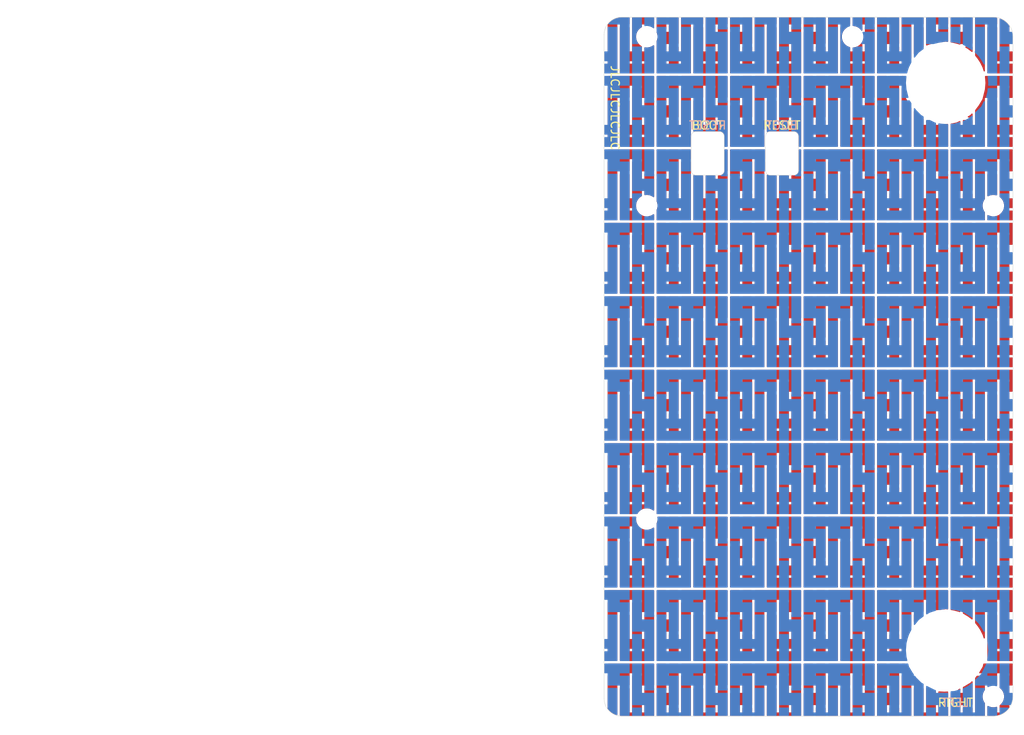
<source format=kicad_pcb>
(kicad_pcb (version 20171130) (host pcbnew "(5.1.12)-1")
  (layers (0 F.Cu signal) (31 B.Cu signal) (34 B.Paste user) (35 F.Paste user) (36 B.SilkS user) (37 F.SilkS user) (38 B.Mask user) (39 F.Mask user) (44 Edge.Cuts user))
  (net 0 "")
  (module footprints:m2_Screw_Hole (layer F.Cu) (at 64.293836 47.625008)
    (fp_text reference Ref**)
    (fp_text value Val**)
    (pad "" np_thru_hole circle (at 0 0) (size 2.2 2.2) (drill 2.2) (layers *.Cu *.Mask))
  )
  (module footprints:m2_Screw_Hole (layer F.Cu) (at 106.397756 69.205088)
    (fp_text reference Ref**)
    (fp_text value Val**)
    (pad "" np_thru_hole circle (at 0 0) (size 2.2 2.2) (drill 2.2) (layers *.Cu *.Mask))
  )
  (module footprints:m2_Screw_Hole (layer F.Cu) (at 106.397756 9.525008)
    (fp_text reference Ref**)
    (fp_text value Val**)
    (pad "" np_thru_hole circle (at 0 0) (size 2.2 2.2) (drill 2.2) (layers *.Cu *.Mask))
  )
  (module footprints:m2_Screw_Hole (layer F.Cu) (at 64.293836 9.525008)
    (fp_text reference Ref**)
    (fp_text value Val**)
    (pad "" np_thru_hole circle (at 0 0) (size 2.2 2.2) (drill 2.2) (layers *.Cu *.Mask))
  )
  (module footprints:m2_Screw_Hole (layer F.Cu) (at 64.293836 -11.013291)
    (fp_text reference Ref**)
    (fp_text value Val**)
    (pad "" np_thru_hole circle (at 0 0) (size 2.2 2.2) (drill 2.2) (layers *.Cu *.Mask))
  )
  (module footprints:m2_Screw_Hole (layer F.Cu) (at 89.29695 -11.013291)
    (fp_text reference Ref**)
    (fp_text value Val**)
    (pad "" np_thru_hole circle (at 0 0) (size 2.2 2.2) (drill 2.2) (layers *.Cu *.Mask))
  )
  (gr_arc (start 106.397756 -11.013291) (end 108.779008 -11.013291) (angle -90) (layer Edge.Cuts) (width 0.05))
  (gr_arc (start 106.397756 69.205088) (end 106.397756 71.58634) (angle -90) (layer Edge.Cuts) (width 0.05))
  (gr_text RESET (at 80.712432 -0.236728) (layer F.SilkS) (effects (font (size 1 1))))
  (gr_text BOOT (at 71.68744 -0.236728) (layer F.SilkS) (effects (font (size 1 1))))
  (gr_text LEFT (at 101.798352 69.94916) (layer B.SilkS) (effects (font (size 1 1)) (justify mirror)))
  (gr_text JLCJLCJLCJLC (at 60.424168 -2.381248 270) (layer F.SilkS) (effects (font (size 1 1))))
  (gr_text RESET (at 71.68744 -0.236728) (layer B.SilkS) (effects (font (size 1 1)) (justify mirror)))
  (gr_text BOOT (at 80.712432 -0.236728) (layer B.SilkS) (effects (font (size 1 1)) (justify mirror)))
  (gr_arc (start 73.104624 5.227335) (end 73.104624 5.822647) (angle -90) (layer Edge.Cuts) (width 0.05))
  (gr_line (start 79.295248 0.513272) (end 82.129616 0.513272) (layer Edge.Cuts) (width 0.05))
  (gr_arc (start 79.295248 5.227335) (end 78.699936 5.227335) (angle -90) (layer Edge.Cuts) (width 0.05))
  (gr_line (start 78.699936 1.108584) (end 78.699936 5.227335) (layer Edge.Cuts) (width 0.05))
  (gr_line (start 70.270256 5.822647) (end 73.104624 5.822647) (layer Edge.Cuts) (width 0.05))
  (gr_arc (start 73.104624 1.108584) (end 73.104624 0.513272) (angle 90) (layer Edge.Cuts) (width 0.05))
  (gr_line (start 79.295248 5.822647) (end 82.129616 5.822647) (layer Edge.Cuts) (width 0.05))
  (gr_arc (start 79.295248 1.108584) (end 78.699936 1.108584) (angle 90) (layer Edge.Cuts) (width 0.05))
  (gr_line (start 73.699936 1.108584) (end 73.699936 5.227335) (layer Edge.Cuts) (width 0.05))
  (gr_line (start 82.724928 5.227335) (end 82.724928 1.108584) (layer Edge.Cuts) (width 0.05))
  (gr_arc (start 82.129616 5.227335) (end 82.129616 5.822647) (angle -90) (layer Edge.Cuts) (width 0.05))
  (gr_line (start 70.270256 0.513272) (end 73.104624 0.513272) (layer Edge.Cuts) (width 0.05))
  (gr_arc (start 82.129616 1.108584) (end 82.129616 0.513272) (angle 90) (layer Edge.Cuts) (width 0.05))
  (gr_line (start 69.674944 1.108584) (end 69.674944 5.227335) (layer Edge.Cuts) (width 0.05))
  (gr_arc (start 70.270256 5.227335) (end 69.674944 5.227335) (angle -90) (layer Edge.Cuts) (width 0.05))
  (gr_arc (start 70.270256 1.108584) (end 69.674944 1.108584) (angle 90) (layer Edge.Cuts) (width 0.05))
  (gr_line (start 61.249549 -13.394543) (end 106.397756 -13.39452) (layer Edge.Cuts) (width 0.05))
  (gr_arc (start 61.249549 69.439908) (end 59.103117 69.439908) (angle -90) (layer Edge.Cuts) (width 0.05))
  (gr_arc (start 61.249549 -11.248111) (end 61.249549 -13.394543) (angle -90) (layer Edge.Cuts) (width 0.05))
  (gr_text RIGHT (at 101.798352 69.94916) (layer F.SilkS) (effects (font (size 1 1))))
  (gr_line (start 59.103117 69.439908) (end 59.103117 -11.248111) (layer Edge.Cuts) (width 0.05))
  (gr_line (start 108.779008 69.205088) (end 108.779008 -11.013291) (layer Edge.Cuts) (width 0.05))
  (gr_line (start 61.249549 71.58634) (end 106.397756 71.58634) (layer Edge.Cuts) (width 0.05))
  (zone (net 0) (net_name "") (layer F.Cu) (connect_pads (clearance 0)) (min_thickness 0.148828) (fill yes (arc_segments 32) (thermal_gap 0.508) (thermal_bridge_width 0.508))
    (polygon (pts (xy 109.5375 72.628125) (xy -14.2875 72.628125) (xy -14.2875 -14.2875) (xy 109.5375 -14.2875)))
  )
  (zone (net 0) (net_name "") (layer B.Cu) (connect_pads (clearance 0)) (min_thickness 0.148828) (fill yes (arc_segments 32) (thermal_gap 0.508) (thermal_bridge_width 0.508))
    (polygon (pts (xy 109.537408 72.628064) (xy -14.287488 72.628064) (xy -14.287488 -14.287488) (xy 109.537408 -14.287488)))
  )
  (zone (net 0) (net_name "") (layer B.Cu) (connect_pads (clearance 0)) (min_thickness 0.254)
    (keepout (tracks allowed) (vias allowed) (copperpour not_allowed))
    (fill (arc_segments 32) (thermal_gap 0.508) (thermal_bridge_width 0.508))
    (polygon (pts (xy 109.835064 -11.90624) (xy 108.64444 -11.90624) (xy 108.64444 -15.180456) (xy 108.346784 -15.180456) (xy 108.346784 -11.608584) (xy 109.835064 -11.608584) (xy 109.835064 -6.548432) (xy 110.13272 -6.548432) (xy 110.13272 -15.478112) (xy 109.835064 -15.478112)))
  )
  (zone (net 0) (net_name "") (layer B.Cu) (connect_pads (clearance 0)) (min_thickness 0.254)
    (keepout (tracks allowed) (vias allowed) (copperpour not_allowed))
    (fill (arc_segments 32) (thermal_gap 0.508) (thermal_bridge_width 0.508))
    (polygon (pts (xy 101.20304 -15.180456) (xy 106.858504 -15.180456) (xy 106.858504 -13.989832) (xy 105.66788 -13.989832) (xy 105.66788 -13.692176) (xy 106.858504 -13.692176) (xy 106.858504 -6.548432) (xy 107.15616 -6.548432) (xy 107.15616 -9.822648) (xy 108.346784 -9.822648) (xy 108.346784 -6.548432) (xy 108.64444 -6.548432) (xy 108.64444 -10.120304) (xy 107.15616 -10.120304) (xy 107.15616 -15.180456) (xy 109.835064 -15.180456) (xy 109.835064 -15.478112) (xy 101.20304 -15.478112)))
  )
  (zone (net 0) (net_name "") (layer B.Cu) (connect_pads (clearance 0)) (min_thickness 0.254)
    (keepout (tracks allowed) (vias allowed) (copperpour not_allowed))
    (fill (arc_segments 32) (thermal_gap 0.508) (thermal_bridge_width 0.508))
    (polygon (pts (xy 102.69132 -13.692176) (xy 103.881944 -13.692176) (xy 103.881944 -9.227336) (xy 104.1796 -9.227336) (xy 104.1796 -12.203896) (xy 105.370224 -12.203896) (xy 105.370224 -6.548432) (xy 105.66788 -6.548432) (xy 105.66788 -12.501552) (xy 104.1796 -12.501552) (xy 104.1796 -13.989832) (xy 102.69132 -13.989832)))
  )
  (zone (net 0) (net_name "") (layer B.Cu) (connect_pads (clearance 0)) (min_thickness 0.254)
    (keepout (tracks allowed) (vias allowed) (copperpour not_allowed))
    (fill (arc_segments 32) (thermal_gap 0.508) (thermal_bridge_width 0.508))
    (polygon (pts (xy 101.20304 -12.203896) (xy 102.393664 -12.203896) (xy 102.393664 -9.227336) (xy 102.69132 -9.227336) (xy 102.69132 -12.501552) (xy 101.20304 -12.501552)))
  )
  (zone (net 0) (net_name "") (layer B.Cu) (connect_pads (clearance 0)) (min_thickness 0.254)
    (keepout (tracks allowed) (vias allowed) (copperpour not_allowed))
    (fill (arc_segments 32) (thermal_gap 0.508) (thermal_bridge_width 0.508))
    (polygon (pts (xy 102.393664 -7.739056) (xy 104.1796 -7.739056) (xy 104.1796 -8.036712) (xy 102.393664 -8.036712)))
  )
  (zone (net 0) (net_name "") (layer B.Cu) (connect_pads (clearance 0)) (min_thickness 0.254)
    (keepout (tracks allowed) (vias allowed) (copperpour not_allowed))
    (fill (arc_segments 32) (thermal_gap 0.508) (thermal_bridge_width 0.508))
    (polygon (pts (xy 93.463976 -7.739056) (xy 95.249912 -7.739056) (xy 95.249912 -8.036712) (xy 93.463976 -8.036712)))
  )
  (zone (net 0) (net_name "") (layer B.Cu) (connect_pads (clearance 0)) (min_thickness 0.254)
    (keepout (tracks allowed) (vias allowed) (copperpour not_allowed))
    (fill (arc_segments 32) (thermal_gap 0.508) (thermal_bridge_width 0.508))
    (polygon (pts (xy 84.534288 -7.739056) (xy 86.320224 -7.739056) (xy 86.320224 -8.036712) (xy 84.534288 -8.036712)))
  )
  (zone (net 0) (net_name "") (layer B.Cu) (connect_pads (clearance 0)) (min_thickness 0.254)
    (keepout (tracks allowed) (vias allowed) (copperpour not_allowed))
    (fill (arc_segments 32) (thermal_gap 0.508) (thermal_bridge_width 0.508))
    (polygon (pts (xy 75.6046 -7.739056) (xy 77.390536 -7.739056) (xy 77.390536 -8.036712) (xy 75.6046 -8.036712)))
  )
  (zone (net 0) (net_name "") (layer B.Cu) (connect_pads (clearance 0)) (min_thickness 0.254)
    (keepout (tracks allowed) (vias allowed) (copperpour not_allowed))
    (fill (arc_segments 32) (thermal_gap 0.508) (thermal_bridge_width 0.508))
    (polygon (pts (xy 66.674912 -7.739056) (xy 68.460848 -7.739056) (xy 68.460848 -8.036712) (xy 66.674912 -8.036712)))
  )
  (zone (net 0) (net_name "") (layer B.Cu) (connect_pads (clearance 0)) (min_thickness 0.254)
    (keepout (tracks allowed) (vias allowed) (copperpour not_allowed))
    (fill (arc_segments 32) (thermal_gap 0.508) (thermal_bridge_width 0.508))
    (polygon (pts (xy 57.745224 -7.739056) (xy 59.53116 -7.739056) (xy 59.53116 -8.036712) (xy 57.745224 -8.036712)))
  )
  (zone (net 0) (net_name "") (layer B.Cu) (connect_pads (clearance 0)) (min_thickness 0.254)
    (keepout (tracks allowed) (vias allowed) (copperpour not_allowed))
    (fill (arc_segments 32) (thermal_gap 0.508) (thermal_bridge_width 0.508))
    (polygon (pts (xy 102.393664 1.190632) (xy 104.1796 1.190632) (xy 104.1796 0.892976) (xy 102.393664 0.892976)))
  )
  (zone (net 0) (net_name "") (layer B.Cu) (connect_pads (clearance 0)) (min_thickness 0.254)
    (keepout (tracks allowed) (vias allowed) (copperpour not_allowed))
    (fill (arc_segments 32) (thermal_gap 0.508) (thermal_bridge_width 0.508))
    (polygon (pts (xy 93.463976 1.190632) (xy 95.249912 1.190632) (xy 95.249912 0.892976) (xy 93.463976 0.892976)))
  )
  (zone (net 0) (net_name "") (layer B.Cu) (connect_pads (clearance 0)) (min_thickness 0.254)
    (keepout (tracks allowed) (vias allowed) (copperpour not_allowed))
    (fill (arc_segments 32) (thermal_gap 0.508) (thermal_bridge_width 0.508))
    (polygon (pts (xy 84.534288 1.190632) (xy 86.320224 1.190632) (xy 86.320224 0.892976) (xy 84.534288 0.892976)))
  )
  (zone (net 0) (net_name "") (layer B.Cu) (connect_pads (clearance 0)) (min_thickness 0.254)
    (keepout (tracks allowed) (vias allowed) (copperpour not_allowed))
    (fill (arc_segments 32) (thermal_gap 0.508) (thermal_bridge_width 0.508))
    (polygon (pts (xy 75.6046 1.190632) (xy 77.390536 1.190632) (xy 77.390536 0.892976) (xy 75.6046 0.892976)))
  )
  (zone (net 0) (net_name "") (layer B.Cu) (connect_pads (clearance 0)) (min_thickness 0.254)
    (keepout (tracks allowed) (vias allowed) (copperpour not_allowed))
    (fill (arc_segments 32) (thermal_gap 0.508) (thermal_bridge_width 0.508))
    (polygon (pts (xy 66.674912 1.190632) (xy 68.460848 1.190632) (xy 68.460848 0.892976) (xy 66.674912 0.892976)))
  )
  (zone (net 0) (net_name "") (layer B.Cu) (connect_pads (clearance 0)) (min_thickness 0.254)
    (keepout (tracks allowed) (vias allowed) (copperpour not_allowed))
    (fill (arc_segments 32) (thermal_gap 0.508) (thermal_bridge_width 0.508))
    (polygon (pts (xy 57.745224 1.190632) (xy 59.53116 1.190632) (xy 59.53116 0.892976) (xy 57.745224 0.892976)))
  )
  (zone (net 0) (net_name "") (layer B.Cu) (connect_pads (clearance 0)) (min_thickness 0.254)
    (keepout (tracks allowed) (vias allowed) (copperpour not_allowed))
    (fill (arc_segments 32) (thermal_gap 0.508) (thermal_bridge_width 0.508))
    (polygon (pts (xy 102.393664 10.12032) (xy 104.1796 10.12032) (xy 104.1796 9.822664) (xy 102.393664 9.822664)))
  )
  (zone (net 0) (net_name "") (layer B.Cu) (connect_pads (clearance 0)) (min_thickness 0.254)
    (keepout (tracks allowed) (vias allowed) (copperpour not_allowed))
    (fill (arc_segments 32) (thermal_gap 0.508) (thermal_bridge_width 0.508))
    (polygon (pts (xy 93.463976 10.12032) (xy 95.249912 10.12032) (xy 95.249912 9.822664) (xy 93.463976 9.822664)))
  )
  (zone (net 0) (net_name "") (layer B.Cu) (connect_pads (clearance 0)) (min_thickness 0.254)
    (keepout (tracks allowed) (vias allowed) (copperpour not_allowed))
    (fill (arc_segments 32) (thermal_gap 0.508) (thermal_bridge_width 0.508))
    (polygon (pts (xy 84.534288 10.12032) (xy 86.320224 10.12032) (xy 86.320224 9.822664) (xy 84.534288 9.822664)))
  )
  (zone (net 0) (net_name "") (layer B.Cu) (connect_pads (clearance 0)) (min_thickness 0.254)
    (keepout (tracks allowed) (vias allowed) (copperpour not_allowed))
    (fill (arc_segments 32) (thermal_gap 0.508) (thermal_bridge_width 0.508))
    (polygon (pts (xy 75.6046 10.12032) (xy 77.390536 10.12032) (xy 77.390536 9.822664) (xy 75.6046 9.822664)))
  )
  (zone (net 0) (net_name "") (layer B.Cu) (connect_pads (clearance 0)) (min_thickness 0.254)
    (keepout (tracks allowed) (vias allowed) (copperpour not_allowed))
    (fill (arc_segments 32) (thermal_gap 0.508) (thermal_bridge_width 0.508))
    (polygon (pts (xy 66.674912 10.12032) (xy 68.460848 10.12032) (xy 68.460848 9.822664) (xy 66.674912 9.822664)))
  )
  (zone (net 0) (net_name "") (layer B.Cu) (connect_pads (clearance 0)) (min_thickness 0.254)
    (keepout (tracks allowed) (vias allowed) (copperpour not_allowed))
    (fill (arc_segments 32) (thermal_gap 0.508) (thermal_bridge_width 0.508))
    (polygon (pts (xy 57.745224 10.12032) (xy 59.53116 10.12032) (xy 59.53116 9.822664) (xy 57.745224 9.822664)))
  )
  (zone (net 0) (net_name "") (layer B.Cu) (connect_pads (clearance 0)) (min_thickness 0.254)
    (keepout (tracks allowed) (vias allowed) (copperpour not_allowed))
    (fill (arc_segments 32) (thermal_gap 0.508) (thermal_bridge_width 0.508))
    (polygon (pts (xy 102.393664 19.050008) (xy 104.1796 19.050008) (xy 104.1796 18.752352) (xy 102.393664 18.752352)))
  )
  (zone (net 0) (net_name "") (layer B.Cu) (connect_pads (clearance 0)) (min_thickness 0.254)
    (keepout (tracks allowed) (vias allowed) (copperpour not_allowed))
    (fill (arc_segments 32) (thermal_gap 0.508) (thermal_bridge_width 0.508))
    (polygon (pts (xy 93.463976 19.050008) (xy 95.249912 19.050008) (xy 95.249912 18.752352) (xy 93.463976 18.752352)))
  )
  (zone (net 0) (net_name "") (layer B.Cu) (connect_pads (clearance 0)) (min_thickness 0.254)
    (keepout (tracks allowed) (vias allowed) (copperpour not_allowed))
    (fill (arc_segments 32) (thermal_gap 0.508) (thermal_bridge_width 0.508))
    (polygon (pts (xy 84.534288 19.050008) (xy 86.320224 19.050008) (xy 86.320224 18.752352) (xy 84.534288 18.752352)))
  )
  (zone (net 0) (net_name "") (layer B.Cu) (connect_pads (clearance 0)) (min_thickness 0.254)
    (keepout (tracks allowed) (vias allowed) (copperpour not_allowed))
    (fill (arc_segments 32) (thermal_gap 0.508) (thermal_bridge_width 0.508))
    (polygon (pts (xy 75.6046 19.050008) (xy 77.390536 19.050008) (xy 77.390536 18.752352) (xy 75.6046 18.752352)))
  )
  (zone (net 0) (net_name "") (layer B.Cu) (connect_pads (clearance 0)) (min_thickness 0.254)
    (keepout (tracks allowed) (vias allowed) (copperpour not_allowed))
    (fill (arc_segments 32) (thermal_gap 0.508) (thermal_bridge_width 0.508))
    (polygon (pts (xy 66.674912 19.050008) (xy 68.460848 19.050008) (xy 68.460848 18.752352) (xy 66.674912 18.752352)))
  )
  (zone (net 0) (net_name "") (layer B.Cu) (connect_pads (clearance 0)) (min_thickness 0.254)
    (keepout (tracks allowed) (vias allowed) (copperpour not_allowed))
    (fill (arc_segments 32) (thermal_gap 0.508) (thermal_bridge_width 0.508))
    (polygon (pts (xy 57.745224 19.050008) (xy 59.53116 19.050008) (xy 59.53116 18.752352) (xy 57.745224 18.752352)))
  )
  (zone (net 0) (net_name "") (layer B.Cu) (connect_pads (clearance 0)) (min_thickness 0.254)
    (keepout (tracks allowed) (vias allowed) (copperpour not_allowed))
    (fill (arc_segments 32) (thermal_gap 0.508) (thermal_bridge_width 0.508))
    (polygon (pts (xy 102.393664 27.979696) (xy 104.1796 27.979696) (xy 104.1796 27.68204) (xy 102.393664 27.68204)))
  )
  (zone (net 0) (net_name "") (layer B.Cu) (connect_pads (clearance 0)) (min_thickness 0.254)
    (keepout (tracks allowed) (vias allowed) (copperpour not_allowed))
    (fill (arc_segments 32) (thermal_gap 0.508) (thermal_bridge_width 0.508))
    (polygon (pts (xy 93.463976 27.979696) (xy 95.249912 27.979696) (xy 95.249912 27.68204) (xy 93.463976 27.68204)))
  )
  (zone (net 0) (net_name "") (layer B.Cu) (connect_pads (clearance 0)) (min_thickness 0.254)
    (keepout (tracks allowed) (vias allowed) (copperpour not_allowed))
    (fill (arc_segments 32) (thermal_gap 0.508) (thermal_bridge_width 0.508))
    (polygon (pts (xy 84.534288 27.979696) (xy 86.320224 27.979696) (xy 86.320224 27.68204) (xy 84.534288 27.68204)))
  )
  (zone (net 0) (net_name "") (layer B.Cu) (connect_pads (clearance 0)) (min_thickness 0.254)
    (keepout (tracks allowed) (vias allowed) (copperpour not_allowed))
    (fill (arc_segments 32) (thermal_gap 0.508) (thermal_bridge_width 0.508))
    (polygon (pts (xy 75.6046 27.979696) (xy 77.390536 27.979696) (xy 77.390536 27.68204) (xy 75.6046 27.68204)))
  )
  (zone (net 0) (net_name "") (layer B.Cu) (connect_pads (clearance 0)) (min_thickness 0.254)
    (keepout (tracks allowed) (vias allowed) (copperpour not_allowed))
    (fill (arc_segments 32) (thermal_gap 0.508) (thermal_bridge_width 0.508))
    (polygon (pts (xy 66.674912 27.979696) (xy 68.460848 27.979696) (xy 68.460848 27.68204) (xy 66.674912 27.68204)))
  )
  (zone (net 0) (net_name "") (layer B.Cu) (connect_pads (clearance 0)) (min_thickness 0.254)
    (keepout (tracks allowed) (vias allowed) (copperpour not_allowed))
    (fill (arc_segments 32) (thermal_gap 0.508) (thermal_bridge_width 0.508))
    (polygon (pts (xy 57.745224 27.979696) (xy 59.53116 27.979696) (xy 59.53116 27.68204) (xy 57.745224 27.68204)))
  )
  (zone (net 0) (net_name "") (layer B.Cu) (connect_pads (clearance 0)) (min_thickness 0.254)
    (keepout (tracks allowed) (vias allowed) (copperpour not_allowed))
    (fill (arc_segments 32) (thermal_gap 0.508) (thermal_bridge_width 0.508))
    (polygon (pts (xy 102.393664 36.909384) (xy 104.1796 36.909384) (xy 104.1796 36.611728) (xy 102.393664 36.611728)))
  )
  (zone (net 0) (net_name "") (layer B.Cu) (connect_pads (clearance 0)) (min_thickness 0.254)
    (keepout (tracks allowed) (vias allowed) (copperpour not_allowed))
    (fill (arc_segments 32) (thermal_gap 0.508) (thermal_bridge_width 0.508))
    (polygon (pts (xy 93.463976 36.909384) (xy 95.249912 36.909384) (xy 95.249912 36.611728) (xy 93.463976 36.611728)))
  )
  (zone (net 0) (net_name "") (layer B.Cu) (connect_pads (clearance 0)) (min_thickness 0.254)
    (keepout (tracks allowed) (vias allowed) (copperpour not_allowed))
    (fill (arc_segments 32) (thermal_gap 0.508) (thermal_bridge_width 0.508))
    (polygon (pts (xy 84.534288 36.909384) (xy 86.320224 36.909384) (xy 86.320224 36.611728) (xy 84.534288 36.611728)))
  )
  (zone (net 0) (net_name "") (layer B.Cu) (connect_pads (clearance 0)) (min_thickness 0.254)
    (keepout (tracks allowed) (vias allowed) (copperpour not_allowed))
    (fill (arc_segments 32) (thermal_gap 0.508) (thermal_bridge_width 0.508))
    (polygon (pts (xy 75.6046 36.909384) (xy 77.390536 36.909384) (xy 77.390536 36.611728) (xy 75.6046 36.611728)))
  )
  (zone (net 0) (net_name "") (layer B.Cu) (connect_pads (clearance 0)) (min_thickness 0.254)
    (keepout (tracks allowed) (vias allowed) (copperpour not_allowed))
    (fill (arc_segments 32) (thermal_gap 0.508) (thermal_bridge_width 0.508))
    (polygon (pts (xy 66.674912 36.909384) (xy 68.460848 36.909384) (xy 68.460848 36.611728) (xy 66.674912 36.611728)))
  )
  (zone (net 0) (net_name "") (layer B.Cu) (connect_pads (clearance 0)) (min_thickness 0.254)
    (keepout (tracks allowed) (vias allowed) (copperpour not_allowed))
    (fill (arc_segments 32) (thermal_gap 0.508) (thermal_bridge_width 0.508))
    (polygon (pts (xy 57.745224 36.909384) (xy 59.53116 36.909384) (xy 59.53116 36.611728) (xy 57.745224 36.611728)))
  )
  (zone (net 0) (net_name "") (layer B.Cu) (connect_pads (clearance 0)) (min_thickness 0.254)
    (keepout (tracks allowed) (vias allowed) (copperpour not_allowed))
    (fill (arc_segments 32) (thermal_gap 0.508) (thermal_bridge_width 0.508))
    (polygon (pts (xy 102.393664 45.839072) (xy 104.1796 45.839072) (xy 104.1796 45.541416) (xy 102.393664 45.541416)))
  )
  (zone (net 0) (net_name "") (layer B.Cu) (connect_pads (clearance 0)) (min_thickness 0.254)
    (keepout (tracks allowed) (vias allowed) (copperpour not_allowed))
    (fill (arc_segments 32) (thermal_gap 0.508) (thermal_bridge_width 0.508))
    (polygon (pts (xy 93.463976 45.839072) (xy 95.249912 45.839072) (xy 95.249912 45.541416) (xy 93.463976 45.541416)))
  )
  (zone (net 0) (net_name "") (layer B.Cu) (connect_pads (clearance 0)) (min_thickness 0.254)
    (keepout (tracks allowed) (vias allowed) (copperpour not_allowed))
    (fill (arc_segments 32) (thermal_gap 0.508) (thermal_bridge_width 0.508))
    (polygon (pts (xy 84.534288 45.839072) (xy 86.320224 45.839072) (xy 86.320224 45.541416) (xy 84.534288 45.541416)))
  )
  (zone (net 0) (net_name "") (layer B.Cu) (connect_pads (clearance 0)) (min_thickness 0.254)
    (keepout (tracks allowed) (vias allowed) (copperpour not_allowed))
    (fill (arc_segments 32) (thermal_gap 0.508) (thermal_bridge_width 0.508))
    (polygon (pts (xy 75.6046 45.839072) (xy 77.390536 45.839072) (xy 77.390536 45.541416) (xy 75.6046 45.541416)))
  )
  (zone (net 0) (net_name "") (layer B.Cu) (connect_pads (clearance 0)) (min_thickness 0.254)
    (keepout (tracks allowed) (vias allowed) (copperpour not_allowed))
    (fill (arc_segments 32) (thermal_gap 0.508) (thermal_bridge_width 0.508))
    (polygon (pts (xy 66.674912 45.839072) (xy 68.460848 45.839072) (xy 68.460848 45.541416) (xy 66.674912 45.541416)))
  )
  (zone (net 0) (net_name "") (layer B.Cu) (connect_pads (clearance 0)) (min_thickness 0.254)
    (keepout (tracks allowed) (vias allowed) (copperpour not_allowed))
    (fill (arc_segments 32) (thermal_gap 0.508) (thermal_bridge_width 0.508))
    (polygon (pts (xy 57.745224 45.839072) (xy 59.53116 45.839072) (xy 59.53116 45.541416) (xy 57.745224 45.541416)))
  )
  (zone (net 0) (net_name "") (layer B.Cu) (connect_pads (clearance 0)) (min_thickness 0.254)
    (keepout (tracks allowed) (vias allowed) (copperpour not_allowed))
    (fill (arc_segments 32) (thermal_gap 0.508) (thermal_bridge_width 0.508))
    (polygon (pts (xy 102.393664 54.76876) (xy 104.1796 54.76876) (xy 104.1796 54.471104) (xy 102.393664 54.471104)))
  )
  (zone (net 0) (net_name "") (layer B.Cu) (connect_pads (clearance 0)) (min_thickness 0.254)
    (keepout (tracks allowed) (vias allowed) (copperpour not_allowed))
    (fill (arc_segments 32) (thermal_gap 0.508) (thermal_bridge_width 0.508))
    (polygon (pts (xy 93.463976 54.76876) (xy 95.249912 54.76876) (xy 95.249912 54.471104) (xy 93.463976 54.471104)))
  )
  (zone (net 0) (net_name "") (layer B.Cu) (connect_pads (clearance 0)) (min_thickness 0.254)
    (keepout (tracks allowed) (vias allowed) (copperpour not_allowed))
    (fill (arc_segments 32) (thermal_gap 0.508) (thermal_bridge_width 0.508))
    (polygon (pts (xy 84.534288 54.76876) (xy 86.320224 54.76876) (xy 86.320224 54.471104) (xy 84.534288 54.471104)))
  )
  (zone (net 0) (net_name "") (layer B.Cu) (connect_pads (clearance 0)) (min_thickness 0.254)
    (keepout (tracks allowed) (vias allowed) (copperpour not_allowed))
    (fill (arc_segments 32) (thermal_gap 0.508) (thermal_bridge_width 0.508))
    (polygon (pts (xy 75.6046 54.76876) (xy 77.390536 54.76876) (xy 77.390536 54.471104) (xy 75.6046 54.471104)))
  )
  (zone (net 0) (net_name "") (layer B.Cu) (connect_pads (clearance 0)) (min_thickness 0.254)
    (keepout (tracks allowed) (vias allowed) (copperpour not_allowed))
    (fill (arc_segments 32) (thermal_gap 0.508) (thermal_bridge_width 0.508))
    (polygon (pts (xy 66.674912 54.76876) (xy 68.460848 54.76876) (xy 68.460848 54.471104) (xy 66.674912 54.471104)))
  )
  (zone (net 0) (net_name "") (layer B.Cu) (connect_pads (clearance 0)) (min_thickness 0.254)
    (keepout (tracks allowed) (vias allowed) (copperpour not_allowed))
    (fill (arc_segments 32) (thermal_gap 0.508) (thermal_bridge_width 0.508))
    (polygon (pts (xy 57.745224 54.76876) (xy 59.53116 54.76876) (xy 59.53116 54.471104) (xy 57.745224 54.471104)))
  )
  (zone (net 0) (net_name "") (layer B.Cu) (connect_pads (clearance 0)) (min_thickness 0.254)
    (keepout (tracks allowed) (vias allowed) (copperpour not_allowed))
    (fill (arc_segments 32) (thermal_gap 0.508) (thermal_bridge_width 0.508))
    (polygon (pts (xy 102.393664 63.698448) (xy 104.1796 63.698448) (xy 104.1796 63.400792) (xy 102.393664 63.400792)))
  )
  (zone (net 0) (net_name "") (layer B.Cu) (connect_pads (clearance 0)) (min_thickness 0.254)
    (keepout (tracks allowed) (vias allowed) (copperpour not_allowed))
    (fill (arc_segments 32) (thermal_gap 0.508) (thermal_bridge_width 0.508))
    (polygon (pts (xy 93.463976 63.698448) (xy 95.249912 63.698448) (xy 95.249912 63.400792) (xy 93.463976 63.400792)))
  )
  (zone (net 0) (net_name "") (layer B.Cu) (connect_pads (clearance 0)) (min_thickness 0.254)
    (keepout (tracks allowed) (vias allowed) (copperpour not_allowed))
    (fill (arc_segments 32) (thermal_gap 0.508) (thermal_bridge_width 0.508))
    (polygon (pts (xy 84.534288 63.698448) (xy 86.320224 63.698448) (xy 86.320224 63.400792) (xy 84.534288 63.400792)))
  )
  (zone (net 0) (net_name "") (layer B.Cu) (connect_pads (clearance 0)) (min_thickness 0.254)
    (keepout (tracks allowed) (vias allowed) (copperpour not_allowed))
    (fill (arc_segments 32) (thermal_gap 0.508) (thermal_bridge_width 0.508))
    (polygon (pts (xy 75.6046 63.698448) (xy 77.390536 63.698448) (xy 77.390536 63.400792) (xy 75.6046 63.400792)))
  )
  (zone (net 0) (net_name "") (layer B.Cu) (connect_pads (clearance 0)) (min_thickness 0.254)
    (keepout (tracks allowed) (vias allowed) (copperpour not_allowed))
    (fill (arc_segments 32) (thermal_gap 0.508) (thermal_bridge_width 0.508))
    (polygon (pts (xy 66.674912 63.698448) (xy 68.460848 63.698448) (xy 68.460848 63.400792) (xy 66.674912 63.400792)))
  )
  (zone (net 0) (net_name "") (layer B.Cu) (connect_pads (clearance 0)) (min_thickness 0.254)
    (keepout (tracks allowed) (vias allowed) (copperpour not_allowed))
    (fill (arc_segments 32) (thermal_gap 0.508) (thermal_bridge_width 0.508))
    (polygon (pts (xy 57.745224 63.698448) (xy 59.53116 63.698448) (xy 59.53116 63.400792) (xy 57.745224 63.400792)))
  )
  (zone (net 0) (net_name "") (layer B.Cu) (connect_pads (clearance 0)) (min_thickness 0.254)
    (keepout (tracks allowed) (vias allowed) (copperpour not_allowed))
    (fill (arc_segments 32) (thermal_gap 0.508) (thermal_bridge_width 0.508))
    (polygon (pts (xy 102.393664 72.628136) (xy 104.1796 72.628136) (xy 104.1796 72.33048) (xy 102.393664 72.33048)))
  )
  (zone (net 0) (net_name "") (layer B.Cu) (connect_pads (clearance 0)) (min_thickness 0.254)
    (keepout (tracks allowed) (vias allowed) (copperpour not_allowed))
    (fill (arc_segments 32) (thermal_gap 0.508) (thermal_bridge_width 0.508))
    (polygon (pts (xy 93.463976 72.628136) (xy 95.249912 72.628136) (xy 95.249912 72.33048) (xy 93.463976 72.33048)))
  )
  (zone (net 0) (net_name "") (layer B.Cu) (connect_pads (clearance 0)) (min_thickness 0.254)
    (keepout (tracks allowed) (vias allowed) (copperpour not_allowed))
    (fill (arc_segments 32) (thermal_gap 0.508) (thermal_bridge_width 0.508))
    (polygon (pts (xy 84.534288 72.628136) (xy 86.320224 72.628136) (xy 86.320224 72.33048) (xy 84.534288 72.33048)))
  )
  (zone (net 0) (net_name "") (layer B.Cu) (connect_pads (clearance 0)) (min_thickness 0.254)
    (keepout (tracks allowed) (vias allowed) (copperpour not_allowed))
    (fill (arc_segments 32) (thermal_gap 0.508) (thermal_bridge_width 0.508))
    (polygon (pts (xy 75.6046 72.628136) (xy 77.390536 72.628136) (xy 77.390536 72.33048) (xy 75.6046 72.33048)))
  )
  (zone (net 0) (net_name "") (layer B.Cu) (connect_pads (clearance 0)) (min_thickness 0.254)
    (keepout (tracks allowed) (vias allowed) (copperpour not_allowed))
    (fill (arc_segments 32) (thermal_gap 0.508) (thermal_bridge_width 0.508))
    (polygon (pts (xy 66.674912 72.628136) (xy 68.460848 72.628136) (xy 68.460848 72.33048) (xy 66.674912 72.33048)))
  )
  (zone (net 0) (net_name "") (layer B.Cu) (connect_pads (clearance 0)) (min_thickness 0.254)
    (keepout (tracks allowed) (vias allowed) (copperpour not_allowed))
    (fill (arc_segments 32) (thermal_gap 0.508) (thermal_bridge_width 0.508))
    (polygon (pts (xy 57.745224 72.628136) (xy 59.53116 72.628136) (xy 59.53116 72.33048) (xy 57.745224 72.33048)))
  )
  (zone (net 0) (net_name "") (layer B.Cu) (connect_pads (clearance 0)) (min_thickness 0.254)
    (keepout (tracks allowed) (vias allowed) (copperpour not_allowed))
    (fill (arc_segments 32) (thermal_gap 0.508) (thermal_bridge_width 0.508))
    (polygon (pts (xy 92.273352 -15.180456) (xy 97.928816 -15.180456) (xy 97.928816 -13.989832) (xy 96.738192 -13.989832) (xy 96.738192 -13.692176) (xy 97.928816 -13.692176) (xy 97.928816 -6.548432) (xy 98.226472 -6.548432) (xy 98.226472 -9.822648) (xy 99.417096 -9.822648) (xy 99.417096 -6.548432) (xy 99.714752 -6.548432) (xy 99.714752 -10.120304) (xy 98.226472 -10.120304) (xy 98.226472 -15.180456) (xy 100.905376 -15.180456) (xy 100.905376 -15.478112) (xy 92.273352 -15.478112)))
  )
  (zone (net 0) (net_name "") (layer B.Cu) (connect_pads (clearance 0)) (min_thickness 0.254)
    (keepout (tracks allowed) (vias allowed) (copperpour not_allowed))
    (fill (arc_segments 32) (thermal_gap 0.508) (thermal_bridge_width 0.508))
    (polygon (pts (xy 83.343664 -15.180456) (xy 88.999128 -15.180456) (xy 88.999128 -13.989832) (xy 87.808504 -13.989832) (xy 87.808504 -13.692176) (xy 88.999128 -13.692176) (xy 88.999128 -6.548432) (xy 89.296784 -6.548432) (xy 89.296784 -9.822648) (xy 90.487408 -9.822648) (xy 90.487408 -6.548432) (xy 90.785064 -6.548432) (xy 90.785064 -10.120304) (xy 89.296784 -10.120304) (xy 89.296784 -15.180456) (xy 91.975688 -15.180456) (xy 91.975688 -15.478112) (xy 83.343664 -15.478112)))
  )
  (zone (net 0) (net_name "") (layer B.Cu) (connect_pads (clearance 0)) (min_thickness 0.254)
    (keepout (tracks allowed) (vias allowed) (copperpour not_allowed))
    (fill (arc_segments 32) (thermal_gap 0.508) (thermal_bridge_width 0.508))
    (polygon (pts (xy 74.413976 -15.180456) (xy 80.06944 -15.180456) (xy 80.06944 -13.989832) (xy 78.878816 -13.989832) (xy 78.878816 -13.692176) (xy 80.06944 -13.692176) (xy 80.06944 -6.548432) (xy 80.367096 -6.548432) (xy 80.367096 -9.822648) (xy 81.55772 -9.822648) (xy 81.55772 -6.548432) (xy 81.855376 -6.548432) (xy 81.855376 -10.120304) (xy 80.367096 -10.120304) (xy 80.367096 -15.180456) (xy 83.046 -15.180456) (xy 83.046 -15.478112) (xy 74.413976 -15.478112)))
  )
  (zone (net 0) (net_name "") (layer B.Cu) (connect_pads (clearance 0)) (min_thickness 0.254)
    (keepout (tracks allowed) (vias allowed) (copperpour not_allowed))
    (fill (arc_segments 32) (thermal_gap 0.508) (thermal_bridge_width 0.508))
    (polygon (pts (xy 65.484288 -15.180456) (xy 71.139752 -15.180456) (xy 71.139752 -13.989832) (xy 69.949128 -13.989832) (xy 69.949128 -13.692176) (xy 71.139752 -13.692176) (xy 71.139752 -6.548432) (xy 71.437408 -6.548432) (xy 71.437408 -9.822648) (xy 72.628032 -9.822648) (xy 72.628032 -6.548432) (xy 72.925688 -6.548432) (xy 72.925688 -10.120304) (xy 71.437408 -10.120304) (xy 71.437408 -15.180456) (xy 74.116312 -15.180456) (xy 74.116312 -15.478112) (xy 65.484288 -15.478112)))
  )
  (zone (net 0) (net_name "") (layer B.Cu) (connect_pads (clearance 0)) (min_thickness 0.254)
    (keepout (tracks allowed) (vias allowed) (copperpour not_allowed))
    (fill (arc_segments 32) (thermal_gap 0.508) (thermal_bridge_width 0.508))
    (polygon (pts (xy 56.5546 -15.180456) (xy 62.210064 -15.180456) (xy 62.210064 -13.989832) (xy 61.01944 -13.989832) (xy 61.01944 -13.692176) (xy 62.210064 -13.692176) (xy 62.210064 -6.548432) (xy 62.50772 -6.548432) (xy 62.50772 -9.822648) (xy 63.698344 -9.822648) (xy 63.698344 -6.548432) (xy 63.996 -6.548432) (xy 63.996 -10.120304) (xy 62.50772 -10.120304) (xy 62.50772 -15.180456) (xy 65.186624 -15.180456) (xy 65.186624 -15.478112) (xy 56.5546 -15.478112)))
  )
  (zone (net 0) (net_name "") (layer B.Cu) (connect_pads (clearance 0)) (min_thickness 0.254)
    (keepout (tracks allowed) (vias allowed) (copperpour not_allowed))
    (fill (arc_segments 32) (thermal_gap 0.508) (thermal_bridge_width 0.508))
    (polygon (pts (xy 101.20304 -6.250768) (xy 106.858504 -6.250768) (xy 106.858504 -5.060144) (xy 105.66788 -5.060144) (xy 105.66788 -4.762488) (xy 106.858504 -4.762488) (xy 106.858504 2.381256) (xy 107.15616 2.381256) (xy 107.15616 -0.89296) (xy 108.346784 -0.89296) (xy 108.346784 2.381256) (xy 108.64444 2.381256) (xy 108.64444 -1.190616) (xy 107.15616 -1.190616) (xy 107.15616 -6.250768) (xy 109.835064 -6.250768) (xy 109.835064 -6.548424) (xy 101.20304 -6.548424)))
  )
  (zone (net 0) (net_name "") (layer B.Cu) (connect_pads (clearance 0)) (min_thickness 0.254)
    (keepout (tracks allowed) (vias allowed) (copperpour not_allowed))
    (fill (arc_segments 32) (thermal_gap 0.508) (thermal_bridge_width 0.508))
    (polygon (pts (xy 92.273352 -6.250768) (xy 97.928816 -6.250768) (xy 97.928816 -5.060144) (xy 96.738192 -5.060144) (xy 96.738192 -4.762488) (xy 97.928816 -4.762488) (xy 97.928816 2.381256) (xy 98.226472 2.381256) (xy 98.226472 -0.89296) (xy 99.417096 -0.89296) (xy 99.417096 2.381256) (xy 99.714752 2.381256) (xy 99.714752 -1.190616) (xy 98.226472 -1.190616) (xy 98.226472 -6.250768) (xy 100.905376 -6.250768) (xy 100.905376 -6.548424) (xy 92.273352 -6.548424)))
  )
  (zone (net 0) (net_name "") (layer B.Cu) (connect_pads (clearance 0)) (min_thickness 0.254)
    (keepout (tracks allowed) (vias allowed) (copperpour not_allowed))
    (fill (arc_segments 32) (thermal_gap 0.508) (thermal_bridge_width 0.508))
    (polygon (pts (xy 83.343664 -6.250768) (xy 88.999128 -6.250768) (xy 88.999128 -5.060144) (xy 87.808504 -5.060144) (xy 87.808504 -4.762488) (xy 88.999128 -4.762488) (xy 88.999128 2.381256) (xy 89.296784 2.381256) (xy 89.296784 -0.89296) (xy 90.487408 -0.89296) (xy 90.487408 2.381256) (xy 90.785064 2.381256) (xy 90.785064 -1.190616) (xy 89.296784 -1.190616) (xy 89.296784 -6.250768) (xy 91.975688 -6.250768) (xy 91.975688 -6.548424) (xy 83.343664 -6.548424)))
  )
  (zone (net 0) (net_name "") (layer B.Cu) (connect_pads (clearance 0)) (min_thickness 0.254)
    (keepout (tracks allowed) (vias allowed) (copperpour not_allowed))
    (fill (arc_segments 32) (thermal_gap 0.508) (thermal_bridge_width 0.508))
    (polygon (pts (xy 74.413976 -6.250768) (xy 80.06944 -6.250768) (xy 80.06944 -5.060144) (xy 78.878816 -5.060144) (xy 78.878816 -4.762488) (xy 80.06944 -4.762488) (xy 80.06944 2.381256) (xy 80.367096 2.381256) (xy 80.367096 -0.89296) (xy 81.55772 -0.89296) (xy 81.55772 2.381256) (xy 81.855376 2.381256) (xy 81.855376 -1.190616) (xy 80.367096 -1.190616) (xy 80.367096 -6.250768) (xy 83.046 -6.250768) (xy 83.046 -6.548424) (xy 74.413976 -6.548424)))
  )
  (zone (net 0) (net_name "") (layer B.Cu) (connect_pads (clearance 0)) (min_thickness 0.254)
    (keepout (tracks allowed) (vias allowed) (copperpour not_allowed))
    (fill (arc_segments 32) (thermal_gap 0.508) (thermal_bridge_width 0.508))
    (polygon (pts (xy 65.484288 -6.250768) (xy 71.139752 -6.250768) (xy 71.139752 -5.060144) (xy 69.949128 -5.060144) (xy 69.949128 -4.762488) (xy 71.139752 -4.762488) (xy 71.139752 2.381256) (xy 71.437408 2.381256) (xy 71.437408 -0.89296) (xy 72.628032 -0.89296) (xy 72.628032 2.381256) (xy 72.925688 2.381256) (xy 72.925688 -1.190616) (xy 71.437408 -1.190616) (xy 71.437408 -6.250768) (xy 74.116312 -6.250768) (xy 74.116312 -6.548424) (xy 65.484288 -6.548424)))
  )
  (zone (net 0) (net_name "") (layer B.Cu) (connect_pads (clearance 0)) (min_thickness 0.254)
    (keepout (tracks allowed) (vias allowed) (copperpour not_allowed))
    (fill (arc_segments 32) (thermal_gap 0.508) (thermal_bridge_width 0.508))
    (polygon (pts (xy 56.5546 -6.250768) (xy 62.210064 -6.250768) (xy 62.210064 -5.060144) (xy 61.01944 -5.060144) (xy 61.01944 -4.762488) (xy 62.210064 -4.762488) (xy 62.210064 2.381256) (xy 62.50772 2.381256) (xy 62.50772 -0.89296) (xy 63.698344 -0.89296) (xy 63.698344 2.381256) (xy 63.996 2.381256) (xy 63.996 -1.190616) (xy 62.50772 -1.190616) (xy 62.50772 -6.250768) (xy 65.186624 -6.250768) (xy 65.186624 -6.548424) (xy 56.5546 -6.548424)))
  )
  (zone (net 0) (net_name "") (layer B.Cu) (connect_pads (clearance 0)) (min_thickness 0.254)
    (keepout (tracks allowed) (vias allowed) (copperpour not_allowed))
    (fill (arc_segments 32) (thermal_gap 0.508) (thermal_bridge_width 0.508))
    (polygon (pts (xy 101.20304 2.67892) (xy 106.858504 2.67892) (xy 106.858504 3.869544) (xy 105.66788 3.869544) (xy 105.66788 4.1672) (xy 106.858504 4.1672) (xy 106.858504 11.310944) (xy 107.15616 11.310944) (xy 107.15616 8.036728) (xy 108.346784 8.036728) (xy 108.346784 11.310944) (xy 108.64444 11.310944) (xy 108.64444 7.739072) (xy 107.15616 7.739072) (xy 107.15616 2.67892) (xy 109.835064 2.67892) (xy 109.835064 2.381264) (xy 101.20304 2.381264)))
  )
  (zone (net 0) (net_name "") (layer B.Cu) (connect_pads (clearance 0)) (min_thickness 0.254)
    (keepout (tracks allowed) (vias allowed) (copperpour not_allowed))
    (fill (arc_segments 32) (thermal_gap 0.508) (thermal_bridge_width 0.508))
    (polygon (pts (xy 92.273352 2.67892) (xy 97.928816 2.67892) (xy 97.928816 3.869544) (xy 96.738192 3.869544) (xy 96.738192 4.1672) (xy 97.928816 4.1672) (xy 97.928816 11.310944) (xy 98.226472 11.310944) (xy 98.226472 8.036728) (xy 99.417096 8.036728) (xy 99.417096 11.310944) (xy 99.714752 11.310944) (xy 99.714752 7.739072) (xy 98.226472 7.739072) (xy 98.226472 2.67892) (xy 100.905376 2.67892) (xy 100.905376 2.381264) (xy 92.273352 2.381264)))
  )
  (zone (net 0) (net_name "") (layer B.Cu) (connect_pads (clearance 0)) (min_thickness 0.254)
    (keepout (tracks allowed) (vias allowed) (copperpour not_allowed))
    (fill (arc_segments 32) (thermal_gap 0.508) (thermal_bridge_width 0.508))
    (polygon (pts (xy 83.343664 2.67892) (xy 88.999128 2.67892) (xy 88.999128 3.869544) (xy 87.808504 3.869544) (xy 87.808504 4.1672) (xy 88.999128 4.1672) (xy 88.999128 11.310944) (xy 89.296784 11.310944) (xy 89.296784 8.036728) (xy 90.487408 8.036728) (xy 90.487408 11.310944) (xy 90.785064 11.310944) (xy 90.785064 7.739072) (xy 89.296784 7.739072) (xy 89.296784 2.67892) (xy 91.975688 2.67892) (xy 91.975688 2.381264) (xy 83.343664 2.381264)))
  )
  (zone (net 0) (net_name "") (layer B.Cu) (connect_pads (clearance 0)) (min_thickness 0.254)
    (keepout (tracks allowed) (vias allowed) (copperpour not_allowed))
    (fill (arc_segments 32) (thermal_gap 0.508) (thermal_bridge_width 0.508))
    (polygon (pts (xy 74.413976 2.67892) (xy 80.06944 2.67892) (xy 80.06944 3.869544) (xy 78.878816 3.869544) (xy 78.878816 4.1672) (xy 80.06944 4.1672) (xy 80.06944 11.310944) (xy 80.367096 11.310944) (xy 80.367096 8.036728) (xy 81.55772 8.036728) (xy 81.55772 11.310944) (xy 81.855376 11.310944) (xy 81.855376 7.739072) (xy 80.367096 7.739072) (xy 80.367096 2.67892) (xy 83.046 2.67892) (xy 83.046 2.381264) (xy 74.413976 2.381264)))
  )
  (zone (net 0) (net_name "") (layer B.Cu) (connect_pads (clearance 0)) (min_thickness 0.254)
    (keepout (tracks allowed) (vias allowed) (copperpour not_allowed))
    (fill (arc_segments 32) (thermal_gap 0.508) (thermal_bridge_width 0.508))
    (polygon (pts (xy 65.484288 2.67892) (xy 71.139752 2.67892) (xy 71.139752 3.869544) (xy 69.949128 3.869544) (xy 69.949128 4.1672) (xy 71.139752 4.1672) (xy 71.139752 11.310944) (xy 71.437408 11.310944) (xy 71.437408 8.036728) (xy 72.628032 8.036728) (xy 72.628032 11.310944) (xy 72.925688 11.310944) (xy 72.925688 7.739072) (xy 71.437408 7.739072) (xy 71.437408 2.67892) (xy 74.116312 2.67892) (xy 74.116312 2.381264) (xy 65.484288 2.381264)))
  )
  (zone (net 0) (net_name "") (layer B.Cu) (connect_pads (clearance 0)) (min_thickness 0.254)
    (keepout (tracks allowed) (vias allowed) (copperpour not_allowed))
    (fill (arc_segments 32) (thermal_gap 0.508) (thermal_bridge_width 0.508))
    (polygon (pts (xy 56.5546 2.67892) (xy 62.210064 2.67892) (xy 62.210064 3.869544) (xy 61.01944 3.869544) (xy 61.01944 4.1672) (xy 62.210064 4.1672) (xy 62.210064 11.310944) (xy 62.50772 11.310944) (xy 62.50772 8.036728) (xy 63.698344 8.036728) (xy 63.698344 11.310944) (xy 63.996 11.310944) (xy 63.996 7.739072) (xy 62.50772 7.739072) (xy 62.50772 2.67892) (xy 65.186624 2.67892) (xy 65.186624 2.381264) (xy 56.5546 2.381264)))
  )
  (zone (net 0) (net_name "") (layer B.Cu) (connect_pads (clearance 0)) (min_thickness 0.254)
    (keepout (tracks allowed) (vias allowed) (copperpour not_allowed))
    (fill (arc_segments 32) (thermal_gap 0.508) (thermal_bridge_width 0.508))
    (polygon (pts (xy 101.20304 11.608608) (xy 106.858504 11.608608) (xy 106.858504 12.799232) (xy 105.66788 12.799232) (xy 105.66788 13.096888) (xy 106.858504 13.096888) (xy 106.858504 20.240632) (xy 107.15616 20.240632) (xy 107.15616 16.966416) (xy 108.346784 16.966416) (xy 108.346784 20.240632) (xy 108.64444 20.240632) (xy 108.64444 16.66876) (xy 107.15616 16.66876) (xy 107.15616 11.608608) (xy 109.835064 11.608608) (xy 109.835064 11.310952) (xy 101.20304 11.310952)))
  )
  (zone (net 0) (net_name "") (layer B.Cu) (connect_pads (clearance 0)) (min_thickness 0.254)
    (keepout (tracks allowed) (vias allowed) (copperpour not_allowed))
    (fill (arc_segments 32) (thermal_gap 0.508) (thermal_bridge_width 0.508))
    (polygon (pts (xy 92.273352 11.608608) (xy 97.928816 11.608608) (xy 97.928816 12.799232) (xy 96.738192 12.799232) (xy 96.738192 13.096888) (xy 97.928816 13.096888) (xy 97.928816 20.240632) (xy 98.226472 20.240632) (xy 98.226472 16.966416) (xy 99.417096 16.966416) (xy 99.417096 20.240632) (xy 99.714752 20.240632) (xy 99.714752 16.66876) (xy 98.226472 16.66876) (xy 98.226472 11.608608) (xy 100.905376 11.608608) (xy 100.905376 11.310952) (xy 92.273352 11.310952)))
  )
  (zone (net 0) (net_name "") (layer B.Cu) (connect_pads (clearance 0)) (min_thickness 0.254)
    (keepout (tracks allowed) (vias allowed) (copperpour not_allowed))
    (fill (arc_segments 32) (thermal_gap 0.508) (thermal_bridge_width 0.508))
    (polygon (pts (xy 83.343664 11.608608) (xy 88.999128 11.608608) (xy 88.999128 12.799232) (xy 87.808504 12.799232) (xy 87.808504 13.096888) (xy 88.999128 13.096888) (xy 88.999128 20.240632) (xy 89.296784 20.240632) (xy 89.296784 16.966416) (xy 90.487408 16.966416) (xy 90.487408 20.240632) (xy 90.785064 20.240632) (xy 90.785064 16.66876) (xy 89.296784 16.66876) (xy 89.296784 11.608608) (xy 91.975688 11.608608) (xy 91.975688 11.310952) (xy 83.343664 11.310952)))
  )
  (zone (net 0) (net_name "") (layer B.Cu) (connect_pads (clearance 0)) (min_thickness 0.254)
    (keepout (tracks allowed) (vias allowed) (copperpour not_allowed))
    (fill (arc_segments 32) (thermal_gap 0.508) (thermal_bridge_width 0.508))
    (polygon (pts (xy 74.413976 11.608608) (xy 80.06944 11.608608) (xy 80.06944 12.799232) (xy 78.878816 12.799232) (xy 78.878816 13.096888) (xy 80.06944 13.096888) (xy 80.06944 20.240632) (xy 80.367096 20.240632) (xy 80.367096 16.966416) (xy 81.55772 16.966416) (xy 81.55772 20.240632) (xy 81.855376 20.240632) (xy 81.855376 16.66876) (xy 80.367096 16.66876) (xy 80.367096 11.608608) (xy 83.046 11.608608) (xy 83.046 11.310952) (xy 74.413976 11.310952)))
  )
  (zone (net 0) (net_name "") (layer B.Cu) (connect_pads (clearance 0)) (min_thickness 0.254)
    (keepout (tracks allowed) (vias allowed) (copperpour not_allowed))
    (fill (arc_segments 32) (thermal_gap 0.508) (thermal_bridge_width 0.508))
    (polygon (pts (xy 65.484288 11.608608) (xy 71.139752 11.608608) (xy 71.139752 12.799232) (xy 69.949128 12.799232) (xy 69.949128 13.096888) (xy 71.139752 13.096888) (xy 71.139752 20.240632) (xy 71.437408 20.240632) (xy 71.437408 16.966416) (xy 72.628032 16.966416) (xy 72.628032 20.240632) (xy 72.925688 20.240632) (xy 72.925688 16.66876) (xy 71.437408 16.66876) (xy 71.437408 11.608608) (xy 74.116312 11.608608) (xy 74.116312 11.310952) (xy 65.484288 11.310952)))
  )
  (zone (net 0) (net_name "") (layer B.Cu) (connect_pads (clearance 0)) (min_thickness 0.254)
    (keepout (tracks allowed) (vias allowed) (copperpour not_allowed))
    (fill (arc_segments 32) (thermal_gap 0.508) (thermal_bridge_width 0.508))
    (polygon (pts (xy 56.5546 11.608608) (xy 62.210064 11.608608) (xy 62.210064 12.799232) (xy 61.01944 12.799232) (xy 61.01944 13.096888) (xy 62.210064 13.096888) (xy 62.210064 20.240632) (xy 62.50772 20.240632) (xy 62.50772 16.966416) (xy 63.698344 16.966416) (xy 63.698344 20.240632) (xy 63.996 20.240632) (xy 63.996 16.66876) (xy 62.50772 16.66876) (xy 62.50772 11.608608) (xy 65.186624 11.608608) (xy 65.186624 11.310952) (xy 56.5546 11.310952)))
  )
  (zone (net 0) (net_name "") (layer B.Cu) (connect_pads (clearance 0)) (min_thickness 0.254)
    (keepout (tracks allowed) (vias allowed) (copperpour not_allowed))
    (fill (arc_segments 32) (thermal_gap 0.508) (thermal_bridge_width 0.508))
    (polygon (pts (xy 101.20304 20.538296) (xy 106.858504 20.538296) (xy 106.858504 21.72892) (xy 105.66788 21.72892) (xy 105.66788 22.026576) (xy 106.858504 22.026576) (xy 106.858504 29.17032) (xy 107.15616 29.17032) (xy 107.15616 25.896104) (xy 108.346784 25.896104) (xy 108.346784 29.17032) (xy 108.64444 29.17032) (xy 108.64444 25.598448) (xy 107.15616 25.598448) (xy 107.15616 20.538296) (xy 109.835064 20.538296) (xy 109.835064 20.24064) (xy 101.20304 20.24064)))
  )
  (zone (net 0) (net_name "") (layer B.Cu) (connect_pads (clearance 0)) (min_thickness 0.254)
    (keepout (tracks allowed) (vias allowed) (copperpour not_allowed))
    (fill (arc_segments 32) (thermal_gap 0.508) (thermal_bridge_width 0.508))
    (polygon (pts (xy 92.273352 20.538296) (xy 97.928816 20.538296) (xy 97.928816 21.72892) (xy 96.738192 21.72892) (xy 96.738192 22.026576) (xy 97.928816 22.026576) (xy 97.928816 29.17032) (xy 98.226472 29.17032) (xy 98.226472 25.896104) (xy 99.417096 25.896104) (xy 99.417096 29.17032) (xy 99.714752 29.17032) (xy 99.714752 25.598448) (xy 98.226472 25.598448) (xy 98.226472 20.538296) (xy 100.905376 20.538296) (xy 100.905376 20.24064) (xy 92.273352 20.24064)))
  )
  (zone (net 0) (net_name "") (layer B.Cu) (connect_pads (clearance 0)) (min_thickness 0.254)
    (keepout (tracks allowed) (vias allowed) (copperpour not_allowed))
    (fill (arc_segments 32) (thermal_gap 0.508) (thermal_bridge_width 0.508))
    (polygon (pts (xy 83.343664 20.538296) (xy 88.999128 20.538296) (xy 88.999128 21.72892) (xy 87.808504 21.72892) (xy 87.808504 22.026576) (xy 88.999128 22.026576) (xy 88.999128 29.17032) (xy 89.296784 29.17032) (xy 89.296784 25.896104) (xy 90.487408 25.896104) (xy 90.487408 29.17032) (xy 90.785064 29.17032) (xy 90.785064 25.598448) (xy 89.296784 25.598448) (xy 89.296784 20.538296) (xy 91.975688 20.538296) (xy 91.975688 20.24064) (xy 83.343664 20.24064)))
  )
  (zone (net 0) (net_name "") (layer B.Cu) (connect_pads (clearance 0)) (min_thickness 0.254)
    (keepout (tracks allowed) (vias allowed) (copperpour not_allowed))
    (fill (arc_segments 32) (thermal_gap 0.508) (thermal_bridge_width 0.508))
    (polygon (pts (xy 74.413976 20.538296) (xy 80.06944 20.538296) (xy 80.06944 21.72892) (xy 78.878816 21.72892) (xy 78.878816 22.026576) (xy 80.06944 22.026576) (xy 80.06944 29.17032) (xy 80.367096 29.17032) (xy 80.367096 25.896104) (xy 81.55772 25.896104) (xy 81.55772 29.17032) (xy 81.855376 29.17032) (xy 81.855376 25.598448) (xy 80.367096 25.598448) (xy 80.367096 20.538296) (xy 83.046 20.538296) (xy 83.046 20.24064) (xy 74.413976 20.24064)))
  )
  (zone (net 0) (net_name "") (layer B.Cu) (connect_pads (clearance 0)) (min_thickness 0.254)
    (keepout (tracks allowed) (vias allowed) (copperpour not_allowed))
    (fill (arc_segments 32) (thermal_gap 0.508) (thermal_bridge_width 0.508))
    (polygon (pts (xy 65.484288 20.538296) (xy 71.139752 20.538296) (xy 71.139752 21.72892) (xy 69.949128 21.72892) (xy 69.949128 22.026576) (xy 71.139752 22.026576) (xy 71.139752 29.17032) (xy 71.437408 29.17032) (xy 71.437408 25.896104) (xy 72.628032 25.896104) (xy 72.628032 29.17032) (xy 72.925688 29.17032) (xy 72.925688 25.598448) (xy 71.437408 25.598448) (xy 71.437408 20.538296) (xy 74.116312 20.538296) (xy 74.116312 20.24064) (xy 65.484288 20.24064)))
  )
  (zone (net 0) (net_name "") (layer B.Cu) (connect_pads (clearance 0)) (min_thickness 0.254)
    (keepout (tracks allowed) (vias allowed) (copperpour not_allowed))
    (fill (arc_segments 32) (thermal_gap 0.508) (thermal_bridge_width 0.508))
    (polygon (pts (xy 56.5546 20.538296) (xy 62.210064 20.538296) (xy 62.210064 21.72892) (xy 61.01944 21.72892) (xy 61.01944 22.026576) (xy 62.210064 22.026576) (xy 62.210064 29.17032) (xy 62.50772 29.17032) (xy 62.50772 25.896104) (xy 63.698344 25.896104) (xy 63.698344 29.17032) (xy 63.996 29.17032) (xy 63.996 25.598448) (xy 62.50772 25.598448) (xy 62.50772 20.538296) (xy 65.186624 20.538296) (xy 65.186624 20.24064) (xy 56.5546 20.24064)))
  )
  (zone (net 0) (net_name "") (layer B.Cu) (connect_pads (clearance 0)) (min_thickness 0.254)
    (keepout (tracks allowed) (vias allowed) (copperpour not_allowed))
    (fill (arc_segments 32) (thermal_gap 0.508) (thermal_bridge_width 0.508))
    (polygon (pts (xy 101.20304 29.467984) (xy 106.858504 29.467984) (xy 106.858504 30.658608) (xy 105.66788 30.658608) (xy 105.66788 30.956264) (xy 106.858504 30.956264) (xy 106.858504 38.100008) (xy 107.15616 38.100008) (xy 107.15616 34.825792) (xy 108.346784 34.825792) (xy 108.346784 38.100008) (xy 108.64444 38.100008) (xy 108.64444 34.528136) (xy 107.15616 34.528136) (xy 107.15616 29.467984) (xy 109.835064 29.467984) (xy 109.835064 29.170328) (xy 101.20304 29.170328)))
  )
  (zone (net 0) (net_name "") (layer B.Cu) (connect_pads (clearance 0)) (min_thickness 0.254)
    (keepout (tracks allowed) (vias allowed) (copperpour not_allowed))
    (fill (arc_segments 32) (thermal_gap 0.508) (thermal_bridge_width 0.508))
    (polygon (pts (xy 92.273352 29.467984) (xy 97.928816 29.467984) (xy 97.928816 30.658608) (xy 96.738192 30.658608) (xy 96.738192 30.956264) (xy 97.928816 30.956264) (xy 97.928816 38.100008) (xy 98.226472 38.100008) (xy 98.226472 34.825792) (xy 99.417096 34.825792) (xy 99.417096 38.100008) (xy 99.714752 38.100008) (xy 99.714752 34.528136) (xy 98.226472 34.528136) (xy 98.226472 29.467984) (xy 100.905376 29.467984) (xy 100.905376 29.170328) (xy 92.273352 29.170328)))
  )
  (zone (net 0) (net_name "") (layer B.Cu) (connect_pads (clearance 0)) (min_thickness 0.254)
    (keepout (tracks allowed) (vias allowed) (copperpour not_allowed))
    (fill (arc_segments 32) (thermal_gap 0.508) (thermal_bridge_width 0.508))
    (polygon (pts (xy 83.343664 29.467984) (xy 88.999128 29.467984) (xy 88.999128 30.658608) (xy 87.808504 30.658608) (xy 87.808504 30.956264) (xy 88.999128 30.956264) (xy 88.999128 38.100008) (xy 89.296784 38.100008) (xy 89.296784 34.825792) (xy 90.487408 34.825792) (xy 90.487408 38.100008) (xy 90.785064 38.100008) (xy 90.785064 34.528136) (xy 89.296784 34.528136) (xy 89.296784 29.467984) (xy 91.975688 29.467984) (xy 91.975688 29.170328) (xy 83.343664 29.170328)))
  )
  (zone (net 0) (net_name "") (layer B.Cu) (connect_pads (clearance 0)) (min_thickness 0.254)
    (keepout (tracks allowed) (vias allowed) (copperpour not_allowed))
    (fill (arc_segments 32) (thermal_gap 0.508) (thermal_bridge_width 0.508))
    (polygon (pts (xy 74.413976 29.467984) (xy 80.06944 29.467984) (xy 80.06944 30.658608) (xy 78.878816 30.658608) (xy 78.878816 30.956264) (xy 80.06944 30.956264) (xy 80.06944 38.100008) (xy 80.367096 38.100008) (xy 80.367096 34.825792) (xy 81.55772 34.825792) (xy 81.55772 38.100008) (xy 81.855376 38.100008) (xy 81.855376 34.528136) (xy 80.367096 34.528136) (xy 80.367096 29.467984) (xy 83.046 29.467984) (xy 83.046 29.170328) (xy 74.413976 29.170328)))
  )
  (zone (net 0) (net_name "") (layer B.Cu) (connect_pads (clearance 0)) (min_thickness 0.254)
    (keepout (tracks allowed) (vias allowed) (copperpour not_allowed))
    (fill (arc_segments 32) (thermal_gap 0.508) (thermal_bridge_width 0.508))
    (polygon (pts (xy 65.484288 29.467984) (xy 71.139752 29.467984) (xy 71.139752 30.658608) (xy 69.949128 30.658608) (xy 69.949128 30.956264) (xy 71.139752 30.956264) (xy 71.139752 38.100008) (xy 71.437408 38.100008) (xy 71.437408 34.825792) (xy 72.628032 34.825792) (xy 72.628032 38.100008) (xy 72.925688 38.100008) (xy 72.925688 34.528136) (xy 71.437408 34.528136) (xy 71.437408 29.467984) (xy 74.116312 29.467984) (xy 74.116312 29.170328) (xy 65.484288 29.170328)))
  )
  (zone (net 0) (net_name "") (layer B.Cu) (connect_pads (clearance 0)) (min_thickness 0.254)
    (keepout (tracks allowed) (vias allowed) (copperpour not_allowed))
    (fill (arc_segments 32) (thermal_gap 0.508) (thermal_bridge_width 0.508))
    (polygon (pts (xy 56.5546 29.467984) (xy 62.210064 29.467984) (xy 62.210064 30.658608) (xy 61.01944 30.658608) (xy 61.01944 30.956264) (xy 62.210064 30.956264) (xy 62.210064 38.100008) (xy 62.50772 38.100008) (xy 62.50772 34.825792) (xy 63.698344 34.825792) (xy 63.698344 38.100008) (xy 63.996 38.100008) (xy 63.996 34.528136) (xy 62.50772 34.528136) (xy 62.50772 29.467984) (xy 65.186624 29.467984) (xy 65.186624 29.170328) (xy 56.5546 29.170328)))
  )
  (zone (net 0) (net_name "") (layer B.Cu) (connect_pads (clearance 0)) (min_thickness 0.254)
    (keepout (tracks allowed) (vias allowed) (copperpour not_allowed))
    (fill (arc_segments 32) (thermal_gap 0.508) (thermal_bridge_width 0.508))
    (polygon (pts (xy 101.20304 38.397672) (xy 106.858504 38.397672) (xy 106.858504 39.588296) (xy 105.66788 39.588296) (xy 105.66788 39.885952) (xy 106.858504 39.885952) (xy 106.858504 47.029696) (xy 107.15616 47.029696) (xy 107.15616 43.75548) (xy 108.346784 43.75548) (xy 108.346784 47.029696) (xy 108.64444 47.029696) (xy 108.64444 43.457824) (xy 107.15616 43.457824) (xy 107.15616 38.397672) (xy 109.835064 38.397672) (xy 109.835064 38.100016) (xy 101.20304 38.100016)))
  )
  (zone (net 0) (net_name "") (layer B.Cu) (connect_pads (clearance 0)) (min_thickness 0.254)
    (keepout (tracks allowed) (vias allowed) (copperpour not_allowed))
    (fill (arc_segments 32) (thermal_gap 0.508) (thermal_bridge_width 0.508))
    (polygon (pts (xy 92.273352 38.397672) (xy 97.928816 38.397672) (xy 97.928816 39.588296) (xy 96.738192 39.588296) (xy 96.738192 39.885952) (xy 97.928816 39.885952) (xy 97.928816 47.029696) (xy 98.226472 47.029696) (xy 98.226472 43.75548) (xy 99.417096 43.75548) (xy 99.417096 47.029696) (xy 99.714752 47.029696) (xy 99.714752 43.457824) (xy 98.226472 43.457824) (xy 98.226472 38.397672) (xy 100.905376 38.397672) (xy 100.905376 38.100016) (xy 92.273352 38.100016)))
  )
  (zone (net 0) (net_name "") (layer B.Cu) (connect_pads (clearance 0)) (min_thickness 0.254)
    (keepout (tracks allowed) (vias allowed) (copperpour not_allowed))
    (fill (arc_segments 32) (thermal_gap 0.508) (thermal_bridge_width 0.508))
    (polygon (pts (xy 83.343664 38.397672) (xy 88.999128 38.397672) (xy 88.999128 39.588296) (xy 87.808504 39.588296) (xy 87.808504 39.885952) (xy 88.999128 39.885952) (xy 88.999128 47.029696) (xy 89.296784 47.029696) (xy 89.296784 43.75548) (xy 90.487408 43.75548) (xy 90.487408 47.029696) (xy 90.785064 47.029696) (xy 90.785064 43.457824) (xy 89.296784 43.457824) (xy 89.296784 38.397672) (xy 91.975688 38.397672) (xy 91.975688 38.100016) (xy 83.343664 38.100016)))
  )
  (zone (net 0) (net_name "") (layer B.Cu) (connect_pads (clearance 0)) (min_thickness 0.254)
    (keepout (tracks allowed) (vias allowed) (copperpour not_allowed))
    (fill (arc_segments 32) (thermal_gap 0.508) (thermal_bridge_width 0.508))
    (polygon (pts (xy 74.413976 38.397672) (xy 80.06944 38.397672) (xy 80.06944 39.588296) (xy 78.878816 39.588296) (xy 78.878816 39.885952) (xy 80.06944 39.885952) (xy 80.06944 47.029696) (xy 80.367096 47.029696) (xy 80.367096 43.75548) (xy 81.55772 43.75548) (xy 81.55772 47.029696) (xy 81.855376 47.029696) (xy 81.855376 43.457824) (xy 80.367096 43.457824) (xy 80.367096 38.397672) (xy 83.046 38.397672) (xy 83.046 38.100016) (xy 74.413976 38.100016)))
  )
  (zone (net 0) (net_name "") (layer B.Cu) (connect_pads (clearance 0)) (min_thickness 0.254)
    (keepout (tracks allowed) (vias allowed) (copperpour not_allowed))
    (fill (arc_segments 32) (thermal_gap 0.508) (thermal_bridge_width 0.508))
    (polygon (pts (xy 65.484288 38.397672) (xy 71.139752 38.397672) (xy 71.139752 39.588296) (xy 69.949128 39.588296) (xy 69.949128 39.885952) (xy 71.139752 39.885952) (xy 71.139752 47.029696) (xy 71.437408 47.029696) (xy 71.437408 43.75548) (xy 72.628032 43.75548) (xy 72.628032 47.029696) (xy 72.925688 47.029696) (xy 72.925688 43.457824) (xy 71.437408 43.457824) (xy 71.437408 38.397672) (xy 74.116312 38.397672) (xy 74.116312 38.100016) (xy 65.484288 38.100016)))
  )
  (zone (net 0) (net_name "") (layer B.Cu) (connect_pads (clearance 0)) (min_thickness 0.254)
    (keepout (tracks allowed) (vias allowed) (copperpour not_allowed))
    (fill (arc_segments 32) (thermal_gap 0.508) (thermal_bridge_width 0.508))
    (polygon (pts (xy 56.5546 38.397672) (xy 62.210064 38.397672) (xy 62.210064 39.588296) (xy 61.01944 39.588296) (xy 61.01944 39.885952) (xy 62.210064 39.885952) (xy 62.210064 47.029696) (xy 62.50772 47.029696) (xy 62.50772 43.75548) (xy 63.698344 43.75548) (xy 63.698344 47.029696) (xy 63.996 47.029696) (xy 63.996 43.457824) (xy 62.50772 43.457824) (xy 62.50772 38.397672) (xy 65.186624 38.397672) (xy 65.186624 38.100016) (xy 56.5546 38.100016)))
  )
  (zone (net 0) (net_name "") (layer B.Cu) (connect_pads (clearance 0)) (min_thickness 0.254)
    (keepout (tracks allowed) (vias allowed) (copperpour not_allowed))
    (fill (arc_segments 32) (thermal_gap 0.508) (thermal_bridge_width 0.508))
    (polygon (pts (xy 101.20304 47.32736) (xy 106.858504 47.32736) (xy 106.858504 48.517984) (xy 105.66788 48.517984) (xy 105.66788 48.81564) (xy 106.858504 48.81564) (xy 106.858504 55.959384) (xy 107.15616 55.959384) (xy 107.15616 52.685168) (xy 108.346784 52.685168) (xy 108.346784 55.959384) (xy 108.64444 55.959384) (xy 108.64444 52.387512) (xy 107.15616 52.387512) (xy 107.15616 47.32736) (xy 109.835064 47.32736) (xy 109.835064 47.029704) (xy 101.20304 47.029704)))
  )
  (zone (net 0) (net_name "") (layer B.Cu) (connect_pads (clearance 0)) (min_thickness 0.254)
    (keepout (tracks allowed) (vias allowed) (copperpour not_allowed))
    (fill (arc_segments 32) (thermal_gap 0.508) (thermal_bridge_width 0.508))
    (polygon (pts (xy 92.273352 47.32736) (xy 97.928816 47.32736) (xy 97.928816 48.517984) (xy 96.738192 48.517984) (xy 96.738192 48.81564) (xy 97.928816 48.81564) (xy 97.928816 55.959384) (xy 98.226472 55.959384) (xy 98.226472 52.685168) (xy 99.417096 52.685168) (xy 99.417096 55.959384) (xy 99.714752 55.959384) (xy 99.714752 52.387512) (xy 98.226472 52.387512) (xy 98.226472 47.32736) (xy 100.905376 47.32736) (xy 100.905376 47.029704) (xy 92.273352 47.029704)))
  )
  (zone (net 0) (net_name "") (layer B.Cu) (connect_pads (clearance 0)) (min_thickness 0.254)
    (keepout (tracks allowed) (vias allowed) (copperpour not_allowed))
    (fill (arc_segments 32) (thermal_gap 0.508) (thermal_bridge_width 0.508))
    (polygon (pts (xy 83.343664 47.32736) (xy 88.999128 47.32736) (xy 88.999128 48.517984) (xy 87.808504 48.517984) (xy 87.808504 48.81564) (xy 88.999128 48.81564) (xy 88.999128 55.959384) (xy 89.296784 55.959384) (xy 89.296784 52.685168) (xy 90.487408 52.685168) (xy 90.487408 55.959384) (xy 90.785064 55.959384) (xy 90.785064 52.387512) (xy 89.296784 52.387512) (xy 89.296784 47.32736) (xy 91.975688 47.32736) (xy 91.975688 47.029704) (xy 83.343664 47.029704)))
  )
  (zone (net 0) (net_name "") (layer B.Cu) (connect_pads (clearance 0)) (min_thickness 0.254)
    (keepout (tracks allowed) (vias allowed) (copperpour not_allowed))
    (fill (arc_segments 32) (thermal_gap 0.508) (thermal_bridge_width 0.508))
    (polygon (pts (xy 74.413976 47.32736) (xy 80.06944 47.32736) (xy 80.06944 48.517984) (xy 78.878816 48.517984) (xy 78.878816 48.81564) (xy 80.06944 48.81564) (xy 80.06944 55.959384) (xy 80.367096 55.959384) (xy 80.367096 52.685168) (xy 81.55772 52.685168) (xy 81.55772 55.959384) (xy 81.855376 55.959384) (xy 81.855376 52.387512) (xy 80.367096 52.387512) (xy 80.367096 47.32736) (xy 83.046 47.32736) (xy 83.046 47.029704) (xy 74.413976 47.029704)))
  )
  (zone (net 0) (net_name "") (layer B.Cu) (connect_pads (clearance 0)) (min_thickness 0.254)
    (keepout (tracks allowed) (vias allowed) (copperpour not_allowed))
    (fill (arc_segments 32) (thermal_gap 0.508) (thermal_bridge_width 0.508))
    (polygon (pts (xy 65.484288 47.32736) (xy 71.139752 47.32736) (xy 71.139752 48.517984) (xy 69.949128 48.517984) (xy 69.949128 48.81564) (xy 71.139752 48.81564) (xy 71.139752 55.959384) (xy 71.437408 55.959384) (xy 71.437408 52.685168) (xy 72.628032 52.685168) (xy 72.628032 55.959384) (xy 72.925688 55.959384) (xy 72.925688 52.387512) (xy 71.437408 52.387512) (xy 71.437408 47.32736) (xy 74.116312 47.32736) (xy 74.116312 47.029704) (xy 65.484288 47.029704)))
  )
  (zone (net 0) (net_name "") (layer B.Cu) (connect_pads (clearance 0)) (min_thickness 0.254)
    (keepout (tracks allowed) (vias allowed) (copperpour not_allowed))
    (fill (arc_segments 32) (thermal_gap 0.508) (thermal_bridge_width 0.508))
    (polygon (pts (xy 56.5546 47.32736) (xy 62.210064 47.32736) (xy 62.210064 48.517984) (xy 61.01944 48.517984) (xy 61.01944 48.81564) (xy 62.210064 48.81564) (xy 62.210064 55.959384) (xy 62.50772 55.959384) (xy 62.50772 52.685168) (xy 63.698344 52.685168) (xy 63.698344 55.959384) (xy 63.996 55.959384) (xy 63.996 52.387512) (xy 62.50772 52.387512) (xy 62.50772 47.32736) (xy 65.186624 47.32736) (xy 65.186624 47.029704) (xy 56.5546 47.029704)))
  )
  (zone (net 0) (net_name "") (layer B.Cu) (connect_pads (clearance 0)) (min_thickness 0.254)
    (keepout (tracks allowed) (vias allowed) (copperpour not_allowed))
    (fill (arc_segments 32) (thermal_gap 0.508) (thermal_bridge_width 0.508))
    (polygon (pts (xy 101.20304 56.257048) (xy 106.858504 56.257048) (xy 106.858504 57.447672) (xy 105.66788 57.447672) (xy 105.66788 57.745328) (xy 106.858504 57.745328) (xy 106.858504 64.889072) (xy 107.15616 64.889072) (xy 107.15616 61.614856) (xy 108.346784 61.614856) (xy 108.346784 64.889072) (xy 108.64444 64.889072) (xy 108.64444 61.3172) (xy 107.15616 61.3172) (xy 107.15616 56.257048) (xy 109.835064 56.257048) (xy 109.835064 55.959392) (xy 101.20304 55.959392)))
  )
  (zone (net 0) (net_name "") (layer B.Cu) (connect_pads (clearance 0)) (min_thickness 0.254)
    (keepout (tracks allowed) (vias allowed) (copperpour not_allowed))
    (fill (arc_segments 32) (thermal_gap 0.508) (thermal_bridge_width 0.508))
    (polygon (pts (xy 92.273352 56.257048) (xy 97.928816 56.257048) (xy 97.928816 57.447672) (xy 96.738192 57.447672) (xy 96.738192 57.745328) (xy 97.928816 57.745328) (xy 97.928816 64.889072) (xy 98.226472 64.889072) (xy 98.226472 61.614856) (xy 99.417096 61.614856) (xy 99.417096 64.889072) (xy 99.714752 64.889072) (xy 99.714752 61.3172) (xy 98.226472 61.3172) (xy 98.226472 56.257048) (xy 100.905376 56.257048) (xy 100.905376 55.959392) (xy 92.273352 55.959392)))
  )
  (zone (net 0) (net_name "") (layer B.Cu) (connect_pads (clearance 0)) (min_thickness 0.254)
    (keepout (tracks allowed) (vias allowed) (copperpour not_allowed))
    (fill (arc_segments 32) (thermal_gap 0.508) (thermal_bridge_width 0.508))
    (polygon (pts (xy 83.343664 56.257048) (xy 88.999128 56.257048) (xy 88.999128 57.447672) (xy 87.808504 57.447672) (xy 87.808504 57.745328) (xy 88.999128 57.745328) (xy 88.999128 64.889072) (xy 89.296784 64.889072) (xy 89.296784 61.614856) (xy 90.487408 61.614856) (xy 90.487408 64.889072) (xy 90.785064 64.889072) (xy 90.785064 61.3172) (xy 89.296784 61.3172) (xy 89.296784 56.257048) (xy 91.975688 56.257048) (xy 91.975688 55.959392) (xy 83.343664 55.959392)))
  )
  (zone (net 0) (net_name "") (layer B.Cu) (connect_pads (clearance 0)) (min_thickness 0.254)
    (keepout (tracks allowed) (vias allowed) (copperpour not_allowed))
    (fill (arc_segments 32) (thermal_gap 0.508) (thermal_bridge_width 0.508))
    (polygon (pts (xy 74.413976 56.257048) (xy 80.06944 56.257048) (xy 80.06944 57.447672) (xy 78.878816 57.447672) (xy 78.878816 57.745328) (xy 80.06944 57.745328) (xy 80.06944 64.889072) (xy 80.367096 64.889072) (xy 80.367096 61.614856) (xy 81.55772 61.614856) (xy 81.55772 64.889072) (xy 81.855376 64.889072) (xy 81.855376 61.3172) (xy 80.367096 61.3172) (xy 80.367096 56.257048) (xy 83.046 56.257048) (xy 83.046 55.959392) (xy 74.413976 55.959392)))
  )
  (zone (net 0) (net_name "") (layer B.Cu) (connect_pads (clearance 0)) (min_thickness 0.254)
    (keepout (tracks allowed) (vias allowed) (copperpour not_allowed))
    (fill (arc_segments 32) (thermal_gap 0.508) (thermal_bridge_width 0.508))
    (polygon (pts (xy 65.484288 56.257048) (xy 71.139752 56.257048) (xy 71.139752 57.447672) (xy 69.949128 57.447672) (xy 69.949128 57.745328) (xy 71.139752 57.745328) (xy 71.139752 64.889072) (xy 71.437408 64.889072) (xy 71.437408 61.614856) (xy 72.628032 61.614856) (xy 72.628032 64.889072) (xy 72.925688 64.889072) (xy 72.925688 61.3172) (xy 71.437408 61.3172) (xy 71.437408 56.257048) (xy 74.116312 56.257048) (xy 74.116312 55.959392) (xy 65.484288 55.959392)))
  )
  (zone (net 0) (net_name "") (layer B.Cu) (connect_pads (clearance 0)) (min_thickness 0.254)
    (keepout (tracks allowed) (vias allowed) (copperpour not_allowed))
    (fill (arc_segments 32) (thermal_gap 0.508) (thermal_bridge_width 0.508))
    (polygon (pts (xy 56.5546 56.257048) (xy 62.210064 56.257048) (xy 62.210064 57.447672) (xy 61.01944 57.447672) (xy 61.01944 57.745328) (xy 62.210064 57.745328) (xy 62.210064 64.889072) (xy 62.50772 64.889072) (xy 62.50772 61.614856) (xy 63.698344 61.614856) (xy 63.698344 64.889072) (xy 63.996 64.889072) (xy 63.996 61.3172) (xy 62.50772 61.3172) (xy 62.50772 56.257048) (xy 65.186624 56.257048) (xy 65.186624 55.959392) (xy 56.5546 55.959392)))
  )
  (zone (net 0) (net_name "") (layer B.Cu) (connect_pads (clearance 0)) (min_thickness 0.254)
    (keepout (tracks allowed) (vias allowed) (copperpour not_allowed))
    (fill (arc_segments 32) (thermal_gap 0.508) (thermal_bridge_width 0.508))
    (polygon (pts (xy 101.20304 65.186736) (xy 106.858504 65.186736) (xy 106.858504 66.37736) (xy 105.66788 66.37736) (xy 105.66788 66.675016) (xy 106.858504 66.675016) (xy 106.858504 73.81876) (xy 107.15616 73.81876) (xy 107.15616 70.544544) (xy 108.346784 70.544544) (xy 108.346784 73.81876) (xy 108.64444 73.81876) (xy 108.64444 70.246888) (xy 107.15616 70.246888) (xy 107.15616 65.186736) (xy 109.835064 65.186736) (xy 109.835064 64.88908) (xy 101.20304 64.88908)))
  )
  (zone (net 0) (net_name "") (layer B.Cu) (connect_pads (clearance 0)) (min_thickness 0.254)
    (keepout (tracks allowed) (vias allowed) (copperpour not_allowed))
    (fill (arc_segments 32) (thermal_gap 0.508) (thermal_bridge_width 0.508))
    (polygon (pts (xy 92.273352 65.186736) (xy 97.928816 65.186736) (xy 97.928816 66.37736) (xy 96.738192 66.37736) (xy 96.738192 66.675016) (xy 97.928816 66.675016) (xy 97.928816 73.81876) (xy 98.226472 73.81876) (xy 98.226472 70.544544) (xy 99.417096 70.544544) (xy 99.417096 73.81876) (xy 99.714752 73.81876) (xy 99.714752 70.246888) (xy 98.226472 70.246888) (xy 98.226472 65.186736) (xy 100.905376 65.186736) (xy 100.905376 64.88908) (xy 92.273352 64.88908)))
  )
  (zone (net 0) (net_name "") (layer B.Cu) (connect_pads (clearance 0)) (min_thickness 0.254)
    (keepout (tracks allowed) (vias allowed) (copperpour not_allowed))
    (fill (arc_segments 32) (thermal_gap 0.508) (thermal_bridge_width 0.508))
    (polygon (pts (xy 83.343664 65.186736) (xy 88.999128 65.186736) (xy 88.999128 66.37736) (xy 87.808504 66.37736) (xy 87.808504 66.675016) (xy 88.999128 66.675016) (xy 88.999128 73.81876) (xy 89.296784 73.81876) (xy 89.296784 70.544544) (xy 90.487408 70.544544) (xy 90.487408 73.81876) (xy 90.785064 73.81876) (xy 90.785064 70.246888) (xy 89.296784 70.246888) (xy 89.296784 65.186736) (xy 91.975688 65.186736) (xy 91.975688 64.88908) (xy 83.343664 64.88908)))
  )
  (zone (net 0) (net_name "") (layer B.Cu) (connect_pads (clearance 0)) (min_thickness 0.254)
    (keepout (tracks allowed) (vias allowed) (copperpour not_allowed))
    (fill (arc_segments 32) (thermal_gap 0.508) (thermal_bridge_width 0.508))
    (polygon (pts (xy 74.413976 65.186736) (xy 80.06944 65.186736) (xy 80.06944 66.37736) (xy 78.878816 66.37736) (xy 78.878816 66.675016) (xy 80.06944 66.675016) (xy 80.06944 73.81876) (xy 80.367096 73.81876) (xy 80.367096 70.544544) (xy 81.55772 70.544544) (xy 81.55772 73.81876) (xy 81.855376 73.81876) (xy 81.855376 70.246888) (xy 80.367096 70.246888) (xy 80.367096 65.186736) (xy 83.046 65.186736) (xy 83.046 64.88908) (xy 74.413976 64.88908)))
  )
  (zone (net 0) (net_name "") (layer B.Cu) (connect_pads (clearance 0)) (min_thickness 0.254)
    (keepout (tracks allowed) (vias allowed) (copperpour not_allowed))
    (fill (arc_segments 32) (thermal_gap 0.508) (thermal_bridge_width 0.508))
    (polygon (pts (xy 65.484288 65.186736) (xy 71.139752 65.186736) (xy 71.139752 66.37736) (xy 69.949128 66.37736) (xy 69.949128 66.675016) (xy 71.139752 66.675016) (xy 71.139752 73.81876) (xy 71.437408 73.81876) (xy 71.437408 70.544544) (xy 72.628032 70.544544) (xy 72.628032 73.81876) (xy 72.925688 73.81876) (xy 72.925688 70.246888) (xy 71.437408 70.246888) (xy 71.437408 65.186736) (xy 74.116312 65.186736) (xy 74.116312 64.88908) (xy 65.484288 64.88908)))
  )
  (zone (net 0) (net_name "") (layer B.Cu) (connect_pads (clearance 0)) (min_thickness 0.254)
    (keepout (tracks allowed) (vias allowed) (copperpour not_allowed))
    (fill (arc_segments 32) (thermal_gap 0.508) (thermal_bridge_width 0.508))
    (polygon (pts (xy 56.5546 65.186736) (xy 62.210064 65.186736) (xy 62.210064 66.37736) (xy 61.01944 66.37736) (xy 61.01944 66.675016) (xy 62.210064 66.675016) (xy 62.210064 73.81876) (xy 62.50772 73.81876) (xy 62.50772 70.544544) (xy 63.698344 70.544544) (xy 63.698344 73.81876) (xy 63.996 73.81876) (xy 63.996 70.246888) (xy 62.50772 70.246888) (xy 62.50772 65.186736) (xy 65.186624 65.186736) (xy 65.186624 64.88908) (xy 56.5546 64.88908)))
  )
  (zone (net 0) (net_name "") (layer B.Cu) (connect_pads (clearance 0)) (min_thickness 0.254)
    (keepout (tracks allowed) (vias allowed) (copperpour not_allowed))
    (fill (arc_segments 32) (thermal_gap 0.508) (thermal_bridge_width 0.508))
    (polygon (pts (xy 93.761632 -13.692176) (xy 94.952256 -13.692176) (xy 94.952256 -9.227336) (xy 95.249912 -9.227336) (xy 95.249912 -12.203896) (xy 96.440536 -12.203896) (xy 96.440536 -6.548432) (xy 96.738192 -6.548432) (xy 96.738192 -12.501552) (xy 95.249912 -12.501552) (xy 95.249912 -13.989832) (xy 93.761632 -13.989832)))
  )
  (zone (net 0) (net_name "") (layer B.Cu) (connect_pads (clearance 0)) (min_thickness 0.254)
    (keepout (tracks allowed) (vias allowed) (copperpour not_allowed))
    (fill (arc_segments 32) (thermal_gap 0.508) (thermal_bridge_width 0.508))
    (polygon (pts (xy 84.831944 -13.692176) (xy 86.022568 -13.692176) (xy 86.022568 -9.227336) (xy 86.320224 -9.227336) (xy 86.320224 -12.203896) (xy 87.510848 -12.203896) (xy 87.510848 -6.548432) (xy 87.808504 -6.548432) (xy 87.808504 -12.501552) (xy 86.320224 -12.501552) (xy 86.320224 -13.989832) (xy 84.831944 -13.989832)))
  )
  (zone (net 0) (net_name "") (layer B.Cu) (connect_pads (clearance 0)) (min_thickness 0.254)
    (keepout (tracks allowed) (vias allowed) (copperpour not_allowed))
    (fill (arc_segments 32) (thermal_gap 0.508) (thermal_bridge_width 0.508))
    (polygon (pts (xy 75.902256 -13.692176) (xy 77.09288 -13.692176) (xy 77.09288 -9.227336) (xy 77.390536 -9.227336) (xy 77.390536 -12.203896) (xy 78.58116 -12.203896) (xy 78.58116 -6.548432) (xy 78.878816 -6.548432) (xy 78.878816 -12.501552) (xy 77.390536 -12.501552) (xy 77.390536 -13.989832) (xy 75.902256 -13.989832)))
  )
  (zone (net 0) (net_name "") (layer B.Cu) (connect_pads (clearance 0)) (min_thickness 0.254)
    (keepout (tracks allowed) (vias allowed) (copperpour not_allowed))
    (fill (arc_segments 32) (thermal_gap 0.508) (thermal_bridge_width 0.508))
    (polygon (pts (xy 66.972568 -13.692176) (xy 68.163192 -13.692176) (xy 68.163192 -9.227336) (xy 68.460848 -9.227336) (xy 68.460848 -12.203896) (xy 69.651472 -12.203896) (xy 69.651472 -6.548432) (xy 69.949128 -6.548432) (xy 69.949128 -12.501552) (xy 68.460848 -12.501552) (xy 68.460848 -13.989832) (xy 66.972568 -13.989832)))
  )
  (zone (net 0) (net_name "") (layer B.Cu) (connect_pads (clearance 0)) (min_thickness 0.254)
    (keepout (tracks allowed) (vias allowed) (copperpour not_allowed))
    (fill (arc_segments 32) (thermal_gap 0.508) (thermal_bridge_width 0.508))
    (polygon (pts (xy 58.04288 -13.692176) (xy 59.233504 -13.692176) (xy 59.233504 -9.227336) (xy 59.53116 -9.227336) (xy 59.53116 -12.203896) (xy 60.721784 -12.203896) (xy 60.721784 -6.548432) (xy 61.01944 -6.548432) (xy 61.01944 -12.501552) (xy 59.53116 -12.501552) (xy 59.53116 -13.989832) (xy 58.04288 -13.989832)))
  )
  (zone (net 0) (net_name "") (layer B.Cu) (connect_pads (clearance 0)) (min_thickness 0.254)
    (keepout (tracks allowed) (vias allowed) (copperpour not_allowed))
    (fill (arc_segments 32) (thermal_gap 0.508) (thermal_bridge_width 0.508))
    (polygon (pts (xy 102.69132 -4.762488) (xy 103.881944 -4.762488) (xy 103.881944 -0.297648) (xy 104.1796 -0.297648) (xy 104.1796 -3.274208) (xy 105.370224 -3.274208) (xy 105.370224 2.381256) (xy 105.66788 2.381256) (xy 105.66788 -3.571864) (xy 104.1796 -3.571864) (xy 104.1796 -5.060144) (xy 102.69132 -5.060144)))
  )
  (zone (net 0) (net_name "") (layer B.Cu) (connect_pads (clearance 0)) (min_thickness 0.254)
    (keepout (tracks allowed) (vias allowed) (copperpour not_allowed))
    (fill (arc_segments 32) (thermal_gap 0.508) (thermal_bridge_width 0.508))
    (polygon (pts (xy 93.761632 -4.762488) (xy 94.952256 -4.762488) (xy 94.952256 -0.297648) (xy 95.249912 -0.297648) (xy 95.249912 -3.274208) (xy 96.440536 -3.274208) (xy 96.440536 2.381256) (xy 96.738192 2.381256) (xy 96.738192 -3.571864) (xy 95.249912 -3.571864) (xy 95.249912 -5.060144) (xy 93.761632 -5.060144)))
  )
  (zone (net 0) (net_name "") (layer B.Cu) (connect_pads (clearance 0)) (min_thickness 0.254)
    (keepout (tracks allowed) (vias allowed) (copperpour not_allowed))
    (fill (arc_segments 32) (thermal_gap 0.508) (thermal_bridge_width 0.508))
    (polygon (pts (xy 84.831944 -4.762488) (xy 86.022568 -4.762488) (xy 86.022568 -0.297648) (xy 86.320224 -0.297648) (xy 86.320224 -3.274208) (xy 87.510848 -3.274208) (xy 87.510848 2.381256) (xy 87.808504 2.381256) (xy 87.808504 -3.571864) (xy 86.320224 -3.571864) (xy 86.320224 -5.060144) (xy 84.831944 -5.060144)))
  )
  (zone (net 0) (net_name "") (layer B.Cu) (connect_pads (clearance 0)) (min_thickness 0.254)
    (keepout (tracks allowed) (vias allowed) (copperpour not_allowed))
    (fill (arc_segments 32) (thermal_gap 0.508) (thermal_bridge_width 0.508))
    (polygon (pts (xy 75.902256 -4.762488) (xy 77.09288 -4.762488) (xy 77.09288 -0.297648) (xy 77.390536 -0.297648) (xy 77.390536 -3.274208) (xy 78.58116 -3.274208) (xy 78.58116 2.381256) (xy 78.878816 2.381256) (xy 78.878816 -3.571864) (xy 77.390536 -3.571864) (xy 77.390536 -5.060144) (xy 75.902256 -5.060144)))
  )
  (zone (net 0) (net_name "") (layer B.Cu) (connect_pads (clearance 0)) (min_thickness 0.254)
    (keepout (tracks allowed) (vias allowed) (copperpour not_allowed))
    (fill (arc_segments 32) (thermal_gap 0.508) (thermal_bridge_width 0.508))
    (polygon (pts (xy 66.972568 -4.762488) (xy 68.163192 -4.762488) (xy 68.163192 -0.297648) (xy 68.460848 -0.297648) (xy 68.460848 -3.274208) (xy 69.651472 -3.274208) (xy 69.651472 2.381256) (xy 69.949128 2.381256) (xy 69.949128 -3.571864) (xy 68.460848 -3.571864) (xy 68.460848 -5.060144) (xy 66.972568 -5.060144)))
  )
  (zone (net 0) (net_name "") (layer B.Cu) (connect_pads (clearance 0)) (min_thickness 0.254)
    (keepout (tracks allowed) (vias allowed) (copperpour not_allowed))
    (fill (arc_segments 32) (thermal_gap 0.508) (thermal_bridge_width 0.508))
    (polygon (pts (xy 58.04288 -4.762488) (xy 59.233504 -4.762488) (xy 59.233504 -0.297648) (xy 59.53116 -0.297648) (xy 59.53116 -3.274208) (xy 60.721784 -3.274208) (xy 60.721784 2.381256) (xy 61.01944 2.381256) (xy 61.01944 -3.571864) (xy 59.53116 -3.571864) (xy 59.53116 -5.060144) (xy 58.04288 -5.060144)))
  )
  (zone (net 0) (net_name "") (layer B.Cu) (connect_pads (clearance 0)) (min_thickness 0.254)
    (keepout (tracks allowed) (vias allowed) (copperpour not_allowed))
    (fill (arc_segments 32) (thermal_gap 0.508) (thermal_bridge_width 0.508))
    (polygon (pts (xy 102.69132 4.1672) (xy 103.881944 4.1672) (xy 103.881944 8.63204) (xy 104.1796 8.63204) (xy 104.1796 5.65548) (xy 105.370224 5.65548) (xy 105.370224 11.310944) (xy 105.66788 11.310944) (xy 105.66788 5.357824) (xy 104.1796 5.357824) (xy 104.1796 3.869544) (xy 102.69132 3.869544)))
  )
  (zone (net 0) (net_name "") (layer B.Cu) (connect_pads (clearance 0)) (min_thickness 0.254)
    (keepout (tracks allowed) (vias allowed) (copperpour not_allowed))
    (fill (arc_segments 32) (thermal_gap 0.508) (thermal_bridge_width 0.508))
    (polygon (pts (xy 93.761632 4.1672) (xy 94.952256 4.1672) (xy 94.952256 8.63204) (xy 95.249912 8.63204) (xy 95.249912 5.65548) (xy 96.440536 5.65548) (xy 96.440536 11.310944) (xy 96.738192 11.310944) (xy 96.738192 5.357824) (xy 95.249912 5.357824) (xy 95.249912 3.869544) (xy 93.761632 3.869544)))
  )
  (zone (net 0) (net_name "") (layer B.Cu) (connect_pads (clearance 0)) (min_thickness 0.254)
    (keepout (tracks allowed) (vias allowed) (copperpour not_allowed))
    (fill (arc_segments 32) (thermal_gap 0.508) (thermal_bridge_width 0.508))
    (polygon (pts (xy 84.831944 4.1672) (xy 86.022568 4.1672) (xy 86.022568 8.63204) (xy 86.320224 8.63204) (xy 86.320224 5.65548) (xy 87.510848 5.65548) (xy 87.510848 11.310944) (xy 87.808504 11.310944) (xy 87.808504 5.357824) (xy 86.320224 5.357824) (xy 86.320224 3.869544) (xy 84.831944 3.869544)))
  )
  (zone (net 0) (net_name "") (layer B.Cu) (connect_pads (clearance 0)) (min_thickness 0.254)
    (keepout (tracks allowed) (vias allowed) (copperpour not_allowed))
    (fill (arc_segments 32) (thermal_gap 0.508) (thermal_bridge_width 0.508))
    (polygon (pts (xy 75.902256 4.1672) (xy 77.09288 4.1672) (xy 77.09288 8.63204) (xy 77.390536 8.63204) (xy 77.390536 5.65548) (xy 78.58116 5.65548) (xy 78.58116 11.310944) (xy 78.878816 11.310944) (xy 78.878816 5.357824) (xy 77.390536 5.357824) (xy 77.390536 3.869544) (xy 75.902256 3.869544)))
  )
  (zone (net 0) (net_name "") (layer B.Cu) (connect_pads (clearance 0)) (min_thickness 0.254)
    (keepout (tracks allowed) (vias allowed) (copperpour not_allowed))
    (fill (arc_segments 32) (thermal_gap 0.508) (thermal_bridge_width 0.508))
    (polygon (pts (xy 66.972568 4.1672) (xy 68.163192 4.1672) (xy 68.163192 8.63204) (xy 68.460848 8.63204) (xy 68.460848 5.65548) (xy 69.651472 5.65548) (xy 69.651472 11.310944) (xy 69.949128 11.310944) (xy 69.949128 5.357824) (xy 68.460848 5.357824) (xy 68.460848 3.869544) (xy 66.972568 3.869544)))
  )
  (zone (net 0) (net_name "") (layer B.Cu) (connect_pads (clearance 0)) (min_thickness 0.254)
    (keepout (tracks allowed) (vias allowed) (copperpour not_allowed))
    (fill (arc_segments 32) (thermal_gap 0.508) (thermal_bridge_width 0.508))
    (polygon (pts (xy 58.04288 4.1672) (xy 59.233504 4.1672) (xy 59.233504 8.63204) (xy 59.53116 8.63204) (xy 59.53116 5.65548) (xy 60.721784 5.65548) (xy 60.721784 11.310944) (xy 61.01944 11.310944) (xy 61.01944 5.357824) (xy 59.53116 5.357824) (xy 59.53116 3.869544) (xy 58.04288 3.869544)))
  )
  (zone (net 0) (net_name "") (layer B.Cu) (connect_pads (clearance 0)) (min_thickness 0.254)
    (keepout (tracks allowed) (vias allowed) (copperpour not_allowed))
    (fill (arc_segments 32) (thermal_gap 0.508) (thermal_bridge_width 0.508))
    (polygon (pts (xy 102.69132 13.096888) (xy 103.881944 13.096888) (xy 103.881944 17.561728) (xy 104.1796 17.561728) (xy 104.1796 14.585168) (xy 105.370224 14.585168) (xy 105.370224 20.240632) (xy 105.66788 20.240632) (xy 105.66788 14.287512) (xy 104.1796 14.287512) (xy 104.1796 12.799232) (xy 102.69132 12.799232)))
  )
  (zone (net 0) (net_name "") (layer B.Cu) (connect_pads (clearance 0)) (min_thickness 0.254)
    (keepout (tracks allowed) (vias allowed) (copperpour not_allowed))
    (fill (arc_segments 32) (thermal_gap 0.508) (thermal_bridge_width 0.508))
    (polygon (pts (xy 93.761632 13.096888) (xy 94.952256 13.096888) (xy 94.952256 17.561728) (xy 95.249912 17.561728) (xy 95.249912 14.585168) (xy 96.440536 14.585168) (xy 96.440536 20.240632) (xy 96.738192 20.240632) (xy 96.738192 14.287512) (xy 95.249912 14.287512) (xy 95.249912 12.799232) (xy 93.761632 12.799232)))
  )
  (zone (net 0) (net_name "") (layer B.Cu) (connect_pads (clearance 0)) (min_thickness 0.254)
    (keepout (tracks allowed) (vias allowed) (copperpour not_allowed))
    (fill (arc_segments 32) (thermal_gap 0.508) (thermal_bridge_width 0.508))
    (polygon (pts (xy 84.831944 13.096888) (xy 86.022568 13.096888) (xy 86.022568 17.561728) (xy 86.320224 17.561728) (xy 86.320224 14.585168) (xy 87.510848 14.585168) (xy 87.510848 20.240632) (xy 87.808504 20.240632) (xy 87.808504 14.287512) (xy 86.320224 14.287512) (xy 86.320224 12.799232) (xy 84.831944 12.799232)))
  )
  (zone (net 0) (net_name "") (layer B.Cu) (connect_pads (clearance 0)) (min_thickness 0.254)
    (keepout (tracks allowed) (vias allowed) (copperpour not_allowed))
    (fill (arc_segments 32) (thermal_gap 0.508) (thermal_bridge_width 0.508))
    (polygon (pts (xy 75.902256 13.096888) (xy 77.09288 13.096888) (xy 77.09288 17.561728) (xy 77.390536 17.561728) (xy 77.390536 14.585168) (xy 78.58116 14.585168) (xy 78.58116 20.240632) (xy 78.878816 20.240632) (xy 78.878816 14.287512) (xy 77.390536 14.287512) (xy 77.390536 12.799232) (xy 75.902256 12.799232)))
  )
  (zone (net 0) (net_name "") (layer B.Cu) (connect_pads (clearance 0)) (min_thickness 0.254)
    (keepout (tracks allowed) (vias allowed) (copperpour not_allowed))
    (fill (arc_segments 32) (thermal_gap 0.508) (thermal_bridge_width 0.508))
    (polygon (pts (xy 66.972568 13.096888) (xy 68.163192 13.096888) (xy 68.163192 17.561728) (xy 68.460848 17.561728) (xy 68.460848 14.585168) (xy 69.651472 14.585168) (xy 69.651472 20.240632) (xy 69.949128 20.240632) (xy 69.949128 14.287512) (xy 68.460848 14.287512) (xy 68.460848 12.799232) (xy 66.972568 12.799232)))
  )
  (zone (net 0) (net_name "") (layer B.Cu) (connect_pads (clearance 0)) (min_thickness 0.254)
    (keepout (tracks allowed) (vias allowed) (copperpour not_allowed))
    (fill (arc_segments 32) (thermal_gap 0.508) (thermal_bridge_width 0.508))
    (polygon (pts (xy 58.04288 13.096888) (xy 59.233504 13.096888) (xy 59.233504 17.561728) (xy 59.53116 17.561728) (xy 59.53116 14.585168) (xy 60.721784 14.585168) (xy 60.721784 20.240632) (xy 61.01944 20.240632) (xy 61.01944 14.287512) (xy 59.53116 14.287512) (xy 59.53116 12.799232) (xy 58.04288 12.799232)))
  )
  (zone (net 0) (net_name "") (layer B.Cu) (connect_pads (clearance 0)) (min_thickness 0.254)
    (keepout (tracks allowed) (vias allowed) (copperpour not_allowed))
    (fill (arc_segments 32) (thermal_gap 0.508) (thermal_bridge_width 0.508))
    (polygon (pts (xy 102.69132 22.026576) (xy 103.881944 22.026576) (xy 103.881944 26.491416) (xy 104.1796 26.491416) (xy 104.1796 23.514856) (xy 105.370224 23.514856) (xy 105.370224 29.17032) (xy 105.66788 29.17032) (xy 105.66788 23.2172) (xy 104.1796 23.2172) (xy 104.1796 21.72892) (xy 102.69132 21.72892)))
  )
  (zone (net 0) (net_name "") (layer B.Cu) (connect_pads (clearance 0)) (min_thickness 0.254)
    (keepout (tracks allowed) (vias allowed) (copperpour not_allowed))
    (fill (arc_segments 32) (thermal_gap 0.508) (thermal_bridge_width 0.508))
    (polygon (pts (xy 93.761632 22.026576) (xy 94.952256 22.026576) (xy 94.952256 26.491416) (xy 95.249912 26.491416) (xy 95.249912 23.514856) (xy 96.440536 23.514856) (xy 96.440536 29.17032) (xy 96.738192 29.17032) (xy 96.738192 23.2172) (xy 95.249912 23.2172) (xy 95.249912 21.72892) (xy 93.761632 21.72892)))
  )
  (zone (net 0) (net_name "") (layer B.Cu) (connect_pads (clearance 0)) (min_thickness 0.254)
    (keepout (tracks allowed) (vias allowed) (copperpour not_allowed))
    (fill (arc_segments 32) (thermal_gap 0.508) (thermal_bridge_width 0.508))
    (polygon (pts (xy 84.831944 22.026576) (xy 86.022568 22.026576) (xy 86.022568 26.491416) (xy 86.320224 26.491416) (xy 86.320224 23.514856) (xy 87.510848 23.514856) (xy 87.510848 29.17032) (xy 87.808504 29.17032) (xy 87.808504 23.2172) (xy 86.320224 23.2172) (xy 86.320224 21.72892) (xy 84.831944 21.72892)))
  )
  (zone (net 0) (net_name "") (layer B.Cu) (connect_pads (clearance 0)) (min_thickness 0.254)
    (keepout (tracks allowed) (vias allowed) (copperpour not_allowed))
    (fill (arc_segments 32) (thermal_gap 0.508) (thermal_bridge_width 0.508))
    (polygon (pts (xy 75.902256 22.026576) (xy 77.09288 22.026576) (xy 77.09288 26.491416) (xy 77.390536 26.491416) (xy 77.390536 23.514856) (xy 78.58116 23.514856) (xy 78.58116 29.17032) (xy 78.878816 29.17032) (xy 78.878816 23.2172) (xy 77.390536 23.2172) (xy 77.390536 21.72892) (xy 75.902256 21.72892)))
  )
  (zone (net 0) (net_name "") (layer B.Cu) (connect_pads (clearance 0)) (min_thickness 0.254)
    (keepout (tracks allowed) (vias allowed) (copperpour not_allowed))
    (fill (arc_segments 32) (thermal_gap 0.508) (thermal_bridge_width 0.508))
    (polygon (pts (xy 66.972568 22.026576) (xy 68.163192 22.026576) (xy 68.163192 26.491416) (xy 68.460848 26.491416) (xy 68.460848 23.514856) (xy 69.651472 23.514856) (xy 69.651472 29.17032) (xy 69.949128 29.17032) (xy 69.949128 23.2172) (xy 68.460848 23.2172) (xy 68.460848 21.72892) (xy 66.972568 21.72892)))
  )
  (zone (net 0) (net_name "") (layer B.Cu) (connect_pads (clearance 0)) (min_thickness 0.254)
    (keepout (tracks allowed) (vias allowed) (copperpour not_allowed))
    (fill (arc_segments 32) (thermal_gap 0.508) (thermal_bridge_width 0.508))
    (polygon (pts (xy 58.04288 22.026576) (xy 59.233504 22.026576) (xy 59.233504 26.491416) (xy 59.53116 26.491416) (xy 59.53116 23.514856) (xy 60.721784 23.514856) (xy 60.721784 29.17032) (xy 61.01944 29.17032) (xy 61.01944 23.2172) (xy 59.53116 23.2172) (xy 59.53116 21.72892) (xy 58.04288 21.72892)))
  )
  (zone (net 0) (net_name "") (layer B.Cu) (connect_pads (clearance 0)) (min_thickness 0.254)
    (keepout (tracks allowed) (vias allowed) (copperpour not_allowed))
    (fill (arc_segments 32) (thermal_gap 0.508) (thermal_bridge_width 0.508))
    (polygon (pts (xy 102.69132 30.956264) (xy 103.881944 30.956264) (xy 103.881944 35.421104) (xy 104.1796 35.421104) (xy 104.1796 32.444544) (xy 105.370224 32.444544) (xy 105.370224 38.100008) (xy 105.66788 38.100008) (xy 105.66788 32.146888) (xy 104.1796 32.146888) (xy 104.1796 30.658608) (xy 102.69132 30.658608)))
  )
  (zone (net 0) (net_name "") (layer B.Cu) (connect_pads (clearance 0)) (min_thickness 0.254)
    (keepout (tracks allowed) (vias allowed) (copperpour not_allowed))
    (fill (arc_segments 32) (thermal_gap 0.508) (thermal_bridge_width 0.508))
    (polygon (pts (xy 93.761632 30.956264) (xy 94.952256 30.956264) (xy 94.952256 35.421104) (xy 95.249912 35.421104) (xy 95.249912 32.444544) (xy 96.440536 32.444544) (xy 96.440536 38.100008) (xy 96.738192 38.100008) (xy 96.738192 32.146888) (xy 95.249912 32.146888) (xy 95.249912 30.658608) (xy 93.761632 30.658608)))
  )
  (zone (net 0) (net_name "") (layer B.Cu) (connect_pads (clearance 0)) (min_thickness 0.254)
    (keepout (tracks allowed) (vias allowed) (copperpour not_allowed))
    (fill (arc_segments 32) (thermal_gap 0.508) (thermal_bridge_width 0.508))
    (polygon (pts (xy 84.831944 30.956264) (xy 86.022568 30.956264) (xy 86.022568 35.421104) (xy 86.320224 35.421104) (xy 86.320224 32.444544) (xy 87.510848 32.444544) (xy 87.510848 38.100008) (xy 87.808504 38.100008) (xy 87.808504 32.146888) (xy 86.320224 32.146888) (xy 86.320224 30.658608) (xy 84.831944 30.658608)))
  )
  (zone (net 0) (net_name "") (layer B.Cu) (connect_pads (clearance 0)) (min_thickness 0.254)
    (keepout (tracks allowed) (vias allowed) (copperpour not_allowed))
    (fill (arc_segments 32) (thermal_gap 0.508) (thermal_bridge_width 0.508))
    (polygon (pts (xy 75.902256 30.956264) (xy 77.09288 30.956264) (xy 77.09288 35.421104) (xy 77.390536 35.421104) (xy 77.390536 32.444544) (xy 78.58116 32.444544) (xy 78.58116 38.100008) (xy 78.878816 38.100008) (xy 78.878816 32.146888) (xy 77.390536 32.146888) (xy 77.390536 30.658608) (xy 75.902256 30.658608)))
  )
  (zone (net 0) (net_name "") (layer B.Cu) (connect_pads (clearance 0)) (min_thickness 0.254)
    (keepout (tracks allowed) (vias allowed) (copperpour not_allowed))
    (fill (arc_segments 32) (thermal_gap 0.508) (thermal_bridge_width 0.508))
    (polygon (pts (xy 66.972568 30.956264) (xy 68.163192 30.956264) (xy 68.163192 35.421104) (xy 68.460848 35.421104) (xy 68.460848 32.444544) (xy 69.651472 32.444544) (xy 69.651472 38.100008) (xy 69.949128 38.100008) (xy 69.949128 32.146888) (xy 68.460848 32.146888) (xy 68.460848 30.658608) (xy 66.972568 30.658608)))
  )
  (zone (net 0) (net_name "") (layer B.Cu) (connect_pads (clearance 0)) (min_thickness 0.254)
    (keepout (tracks allowed) (vias allowed) (copperpour not_allowed))
    (fill (arc_segments 32) (thermal_gap 0.508) (thermal_bridge_width 0.508))
    (polygon (pts (xy 58.04288 30.956264) (xy 59.233504 30.956264) (xy 59.233504 35.421104) (xy 59.53116 35.421104) (xy 59.53116 32.444544) (xy 60.721784 32.444544) (xy 60.721784 38.100008) (xy 61.01944 38.100008) (xy 61.01944 32.146888) (xy 59.53116 32.146888) (xy 59.53116 30.658608) (xy 58.04288 30.658608)))
  )
  (zone (net 0) (net_name "") (layer B.Cu) (connect_pads (clearance 0)) (min_thickness 0.254)
    (keepout (tracks allowed) (vias allowed) (copperpour not_allowed))
    (fill (arc_segments 32) (thermal_gap 0.508) (thermal_bridge_width 0.508))
    (polygon (pts (xy 102.69132 39.885952) (xy 103.881944 39.885952) (xy 103.881944 44.350792) (xy 104.1796 44.350792) (xy 104.1796 41.374232) (xy 105.370224 41.374232) (xy 105.370224 47.029696) (xy 105.66788 47.029696) (xy 105.66788 41.076576) (xy 104.1796 41.076576) (xy 104.1796 39.588296) (xy 102.69132 39.588296)))
  )
  (zone (net 0) (net_name "") (layer B.Cu) (connect_pads (clearance 0)) (min_thickness 0.254)
    (keepout (tracks allowed) (vias allowed) (copperpour not_allowed))
    (fill (arc_segments 32) (thermal_gap 0.508) (thermal_bridge_width 0.508))
    (polygon (pts (xy 93.761632 39.885952) (xy 94.952256 39.885952) (xy 94.952256 44.350792) (xy 95.249912 44.350792) (xy 95.249912 41.374232) (xy 96.440536 41.374232) (xy 96.440536 47.029696) (xy 96.738192 47.029696) (xy 96.738192 41.076576) (xy 95.249912 41.076576) (xy 95.249912 39.588296) (xy 93.761632 39.588296)))
  )
  (zone (net 0) (net_name "") (layer B.Cu) (connect_pads (clearance 0)) (min_thickness 0.254)
    (keepout (tracks allowed) (vias allowed) (copperpour not_allowed))
    (fill (arc_segments 32) (thermal_gap 0.508) (thermal_bridge_width 0.508))
    (polygon (pts (xy 84.831944 39.885952) (xy 86.022568 39.885952) (xy 86.022568 44.350792) (xy 86.320224 44.350792) (xy 86.320224 41.374232) (xy 87.510848 41.374232) (xy 87.510848 47.029696) (xy 87.808504 47.029696) (xy 87.808504 41.076576) (xy 86.320224 41.076576) (xy 86.320224 39.588296) (xy 84.831944 39.588296)))
  )
  (zone (net 0) (net_name "") (layer B.Cu) (connect_pads (clearance 0)) (min_thickness 0.254)
    (keepout (tracks allowed) (vias allowed) (copperpour not_allowed))
    (fill (arc_segments 32) (thermal_gap 0.508) (thermal_bridge_width 0.508))
    (polygon (pts (xy 75.902256 39.885952) (xy 77.09288 39.885952) (xy 77.09288 44.350792) (xy 77.390536 44.350792) (xy 77.390536 41.374232) (xy 78.58116 41.374232) (xy 78.58116 47.029696) (xy 78.878816 47.029696) (xy 78.878816 41.076576) (xy 77.390536 41.076576) (xy 77.390536 39.588296) (xy 75.902256 39.588296)))
  )
  (zone (net 0) (net_name "") (layer B.Cu) (connect_pads (clearance 0)) (min_thickness 0.254)
    (keepout (tracks allowed) (vias allowed) (copperpour not_allowed))
    (fill (arc_segments 32) (thermal_gap 0.508) (thermal_bridge_width 0.508))
    (polygon (pts (xy 66.972568 39.885952) (xy 68.163192 39.885952) (xy 68.163192 44.350792) (xy 68.460848 44.350792) (xy 68.460848 41.374232) (xy 69.651472 41.374232) (xy 69.651472 47.029696) (xy 69.949128 47.029696) (xy 69.949128 41.076576) (xy 68.460848 41.076576) (xy 68.460848 39.588296) (xy 66.972568 39.588296)))
  )
  (zone (net 0) (net_name "") (layer B.Cu) (connect_pads (clearance 0)) (min_thickness 0.254)
    (keepout (tracks allowed) (vias allowed) (copperpour not_allowed))
    (fill (arc_segments 32) (thermal_gap 0.508) (thermal_bridge_width 0.508))
    (polygon (pts (xy 58.04288 39.885952) (xy 59.233504 39.885952) (xy 59.233504 44.350792) (xy 59.53116 44.350792) (xy 59.53116 41.374232) (xy 60.721784 41.374232) (xy 60.721784 47.029696) (xy 61.01944 47.029696) (xy 61.01944 41.076576) (xy 59.53116 41.076576) (xy 59.53116 39.588296) (xy 58.04288 39.588296)))
  )
  (zone (net 0) (net_name "") (layer B.Cu) (connect_pads (clearance 0)) (min_thickness 0.254)
    (keepout (tracks allowed) (vias allowed) (copperpour not_allowed))
    (fill (arc_segments 32) (thermal_gap 0.508) (thermal_bridge_width 0.508))
    (polygon (pts (xy 102.69132 48.81564) (xy 103.881944 48.81564) (xy 103.881944 53.28048) (xy 104.1796 53.28048) (xy 104.1796 50.30392) (xy 105.370224 50.30392) (xy 105.370224 55.959384) (xy 105.66788 55.959384) (xy 105.66788 50.006264) (xy 104.1796 50.006264) (xy 104.1796 48.517984) (xy 102.69132 48.517984)))
  )
  (zone (net 0) (net_name "") (layer B.Cu) (connect_pads (clearance 0)) (min_thickness 0.254)
    (keepout (tracks allowed) (vias allowed) (copperpour not_allowed))
    (fill (arc_segments 32) (thermal_gap 0.508) (thermal_bridge_width 0.508))
    (polygon (pts (xy 93.761632 48.81564) (xy 94.952256 48.81564) (xy 94.952256 53.28048) (xy 95.249912 53.28048) (xy 95.249912 50.30392) (xy 96.440536 50.30392) (xy 96.440536 55.959384) (xy 96.738192 55.959384) (xy 96.738192 50.006264) (xy 95.249912 50.006264) (xy 95.249912 48.517984) (xy 93.761632 48.517984)))
  )
  (zone (net 0) (net_name "") (layer B.Cu) (connect_pads (clearance 0)) (min_thickness 0.254)
    (keepout (tracks allowed) (vias allowed) (copperpour not_allowed))
    (fill (arc_segments 32) (thermal_gap 0.508) (thermal_bridge_width 0.508))
    (polygon (pts (xy 84.831944 48.81564) (xy 86.022568 48.81564) (xy 86.022568 53.28048) (xy 86.320224 53.28048) (xy 86.320224 50.30392) (xy 87.510848 50.30392) (xy 87.510848 55.959384) (xy 87.808504 55.959384) (xy 87.808504 50.006264) (xy 86.320224 50.006264) (xy 86.320224 48.517984) (xy 84.831944 48.517984)))
  )
  (zone (net 0) (net_name "") (layer B.Cu) (connect_pads (clearance 0)) (min_thickness 0.254)
    (keepout (tracks allowed) (vias allowed) (copperpour not_allowed))
    (fill (arc_segments 32) (thermal_gap 0.508) (thermal_bridge_width 0.508))
    (polygon (pts (xy 75.902256 48.81564) (xy 77.09288 48.81564) (xy 77.09288 53.28048) (xy 77.390536 53.28048) (xy 77.390536 50.30392) (xy 78.58116 50.30392) (xy 78.58116 55.959384) (xy 78.878816 55.959384) (xy 78.878816 50.006264) (xy 77.390536 50.006264) (xy 77.390536 48.517984) (xy 75.902256 48.517984)))
  )
  (zone (net 0) (net_name "") (layer B.Cu) (connect_pads (clearance 0)) (min_thickness 0.254)
    (keepout (tracks allowed) (vias allowed) (copperpour not_allowed))
    (fill (arc_segments 32) (thermal_gap 0.508) (thermal_bridge_width 0.508))
    (polygon (pts (xy 66.972568 48.81564) (xy 68.163192 48.81564) (xy 68.163192 53.28048) (xy 68.460848 53.28048) (xy 68.460848 50.30392) (xy 69.651472 50.30392) (xy 69.651472 55.959384) (xy 69.949128 55.959384) (xy 69.949128 50.006264) (xy 68.460848 50.006264) (xy 68.460848 48.517984) (xy 66.972568 48.517984)))
  )
  (zone (net 0) (net_name "") (layer B.Cu) (connect_pads (clearance 0)) (min_thickness 0.254)
    (keepout (tracks allowed) (vias allowed) (copperpour not_allowed))
    (fill (arc_segments 32) (thermal_gap 0.508) (thermal_bridge_width 0.508))
    (polygon (pts (xy 58.04288 48.81564) (xy 59.233504 48.81564) (xy 59.233504 53.28048) (xy 59.53116 53.28048) (xy 59.53116 50.30392) (xy 60.721784 50.30392) (xy 60.721784 55.959384) (xy 61.01944 55.959384) (xy 61.01944 50.006264) (xy 59.53116 50.006264) (xy 59.53116 48.517984) (xy 58.04288 48.517984)))
  )
  (zone (net 0) (net_name "") (layer B.Cu) (connect_pads (clearance 0)) (min_thickness 0.254)
    (keepout (tracks allowed) (vias allowed) (copperpour not_allowed))
    (fill (arc_segments 32) (thermal_gap 0.508) (thermal_bridge_width 0.508))
    (polygon (pts (xy 102.69132 57.745328) (xy 103.881944 57.745328) (xy 103.881944 62.210168) (xy 104.1796 62.210168) (xy 104.1796 59.233608) (xy 105.370224 59.233608) (xy 105.370224 64.889072) (xy 105.66788 64.889072) (xy 105.66788 58.935952) (xy 104.1796 58.935952) (xy 104.1796 57.447672) (xy 102.69132 57.447672)))
  )
  (zone (net 0) (net_name "") (layer B.Cu) (connect_pads (clearance 0)) (min_thickness 0.254)
    (keepout (tracks allowed) (vias allowed) (copperpour not_allowed))
    (fill (arc_segments 32) (thermal_gap 0.508) (thermal_bridge_width 0.508))
    (polygon (pts (xy 93.761632 57.745328) (xy 94.952256 57.745328) (xy 94.952256 62.210168) (xy 95.249912 62.210168) (xy 95.249912 59.233608) (xy 96.440536 59.233608) (xy 96.440536 64.889072) (xy 96.738192 64.889072) (xy 96.738192 58.935952) (xy 95.249912 58.935952) (xy 95.249912 57.447672) (xy 93.761632 57.447672)))
  )
  (zone (net 0) (net_name "") (layer B.Cu) (connect_pads (clearance 0)) (min_thickness 0.254)
    (keepout (tracks allowed) (vias allowed) (copperpour not_allowed))
    (fill (arc_segments 32) (thermal_gap 0.508) (thermal_bridge_width 0.508))
    (polygon (pts (xy 84.831944 57.745328) (xy 86.022568 57.745328) (xy 86.022568 62.210168) (xy 86.320224 62.210168) (xy 86.320224 59.233608) (xy 87.510848 59.233608) (xy 87.510848 64.889072) (xy 87.808504 64.889072) (xy 87.808504 58.935952) (xy 86.320224 58.935952) (xy 86.320224 57.447672) (xy 84.831944 57.447672)))
  )
  (zone (net 0) (net_name "") (layer B.Cu) (connect_pads (clearance 0)) (min_thickness 0.254)
    (keepout (tracks allowed) (vias allowed) (copperpour not_allowed))
    (fill (arc_segments 32) (thermal_gap 0.508) (thermal_bridge_width 0.508))
    (polygon (pts (xy 75.902256 57.745328) (xy 77.09288 57.745328) (xy 77.09288 62.210168) (xy 77.390536 62.210168) (xy 77.390536 59.233608) (xy 78.58116 59.233608) (xy 78.58116 64.889072) (xy 78.878816 64.889072) (xy 78.878816 58.935952) (xy 77.390536 58.935952) (xy 77.390536 57.447672) (xy 75.902256 57.447672)))
  )
  (zone (net 0) (net_name "") (layer B.Cu) (connect_pads (clearance 0)) (min_thickness 0.254)
    (keepout (tracks allowed) (vias allowed) (copperpour not_allowed))
    (fill (arc_segments 32) (thermal_gap 0.508) (thermal_bridge_width 0.508))
    (polygon (pts (xy 66.972568 57.745328) (xy 68.163192 57.745328) (xy 68.163192 62.210168) (xy 68.460848 62.210168) (xy 68.460848 59.233608) (xy 69.651472 59.233608) (xy 69.651472 64.889072) (xy 69.949128 64.889072) (xy 69.949128 58.935952) (xy 68.460848 58.935952) (xy 68.460848 57.447672) (xy 66.972568 57.447672)))
  )
  (zone (net 0) (net_name "") (layer B.Cu) (connect_pads (clearance 0)) (min_thickness 0.254)
    (keepout (tracks allowed) (vias allowed) (copperpour not_allowed))
    (fill (arc_segments 32) (thermal_gap 0.508) (thermal_bridge_width 0.508))
    (polygon (pts (xy 58.04288 57.745328) (xy 59.233504 57.745328) (xy 59.233504 62.210168) (xy 59.53116 62.210168) (xy 59.53116 59.233608) (xy 60.721784 59.233608) (xy 60.721784 64.889072) (xy 61.01944 64.889072) (xy 61.01944 58.935952) (xy 59.53116 58.935952) (xy 59.53116 57.447672) (xy 58.04288 57.447672)))
  )
  (zone (net 0) (net_name "") (layer B.Cu) (connect_pads (clearance 0)) (min_thickness 0.254)
    (keepout (tracks allowed) (vias allowed) (copperpour not_allowed))
    (fill (arc_segments 32) (thermal_gap 0.508) (thermal_bridge_width 0.508))
    (polygon (pts (xy 102.69132 66.675016) (xy 103.881944 66.675016) (xy 103.881944 71.139856) (xy 104.1796 71.139856) (xy 104.1796 68.163296) (xy 105.370224 68.163296) (xy 105.370224 73.81876) (xy 105.66788 73.81876) (xy 105.66788 67.86564) (xy 104.1796 67.86564) (xy 104.1796 66.37736) (xy 102.69132 66.37736)))
  )
  (zone (net 0) (net_name "") (layer B.Cu) (connect_pads (clearance 0)) (min_thickness 0.254)
    (keepout (tracks allowed) (vias allowed) (copperpour not_allowed))
    (fill (arc_segments 32) (thermal_gap 0.508) (thermal_bridge_width 0.508))
    (polygon (pts (xy 93.761632 66.675016) (xy 94.952256 66.675016) (xy 94.952256 71.139856) (xy 95.249912 71.139856) (xy 95.249912 68.163296) (xy 96.440536 68.163296) (xy 96.440536 73.81876) (xy 96.738192 73.81876) (xy 96.738192 67.86564) (xy 95.249912 67.86564) (xy 95.249912 66.37736) (xy 93.761632 66.37736)))
  )
  (zone (net 0) (net_name "") (layer B.Cu) (connect_pads (clearance 0)) (min_thickness 0.254)
    (keepout (tracks allowed) (vias allowed) (copperpour not_allowed))
    (fill (arc_segments 32) (thermal_gap 0.508) (thermal_bridge_width 0.508))
    (polygon (pts (xy 84.831944 66.675016) (xy 86.022568 66.675016) (xy 86.022568 71.139856) (xy 86.320224 71.139856) (xy 86.320224 68.163296) (xy 87.510848 68.163296) (xy 87.510848 73.81876) (xy 87.808504 73.81876) (xy 87.808504 67.86564) (xy 86.320224 67.86564) (xy 86.320224 66.37736) (xy 84.831944 66.37736)))
  )
  (zone (net 0) (net_name "") (layer B.Cu) (connect_pads (clearance 0)) (min_thickness 0.254)
    (keepout (tracks allowed) (vias allowed) (copperpour not_allowed))
    (fill (arc_segments 32) (thermal_gap 0.508) (thermal_bridge_width 0.508))
    (polygon (pts (xy 75.902256 66.675016) (xy 77.09288 66.675016) (xy 77.09288 71.139856) (xy 77.390536 71.139856) (xy 77.390536 68.163296) (xy 78.58116 68.163296) (xy 78.58116 73.81876) (xy 78.878816 73.81876) (xy 78.878816 67.86564) (xy 77.390536 67.86564) (xy 77.390536 66.37736) (xy 75.902256 66.37736)))
  )
  (zone (net 0) (net_name "") (layer B.Cu) (connect_pads (clearance 0)) (min_thickness 0.254)
    (keepout (tracks allowed) (vias allowed) (copperpour not_allowed))
    (fill (arc_segments 32) (thermal_gap 0.508) (thermal_bridge_width 0.508))
    (polygon (pts (xy 66.972568 66.675016) (xy 68.163192 66.675016) (xy 68.163192 71.139856) (xy 68.460848 71.139856) (xy 68.460848 68.163296) (xy 69.651472 68.163296) (xy 69.651472 73.81876) (xy 69.949128 73.81876) (xy 69.949128 67.86564) (xy 68.460848 67.86564) (xy 68.460848 66.37736) (xy 66.972568 66.37736)))
  )
  (zone (net 0) (net_name "") (layer B.Cu) (connect_pads (clearance 0)) (min_thickness 0.254)
    (keepout (tracks allowed) (vias allowed) (copperpour not_allowed))
    (fill (arc_segments 32) (thermal_gap 0.508) (thermal_bridge_width 0.508))
    (polygon (pts (xy 58.04288 66.675016) (xy 59.233504 66.675016) (xy 59.233504 71.139856) (xy 59.53116 71.139856) (xy 59.53116 68.163296) (xy 60.721784 68.163296) (xy 60.721784 73.81876) (xy 61.01944 73.81876) (xy 61.01944 67.86564) (xy 59.53116 67.86564) (xy 59.53116 66.37736) (xy 58.04288 66.37736)))
  )
  (zone (net 0) (net_name "") (layer B.Cu) (connect_pads (clearance 0)) (min_thickness 0.254)
    (keepout (tracks allowed) (vias allowed) (copperpour not_allowed))
    (fill (arc_segments 32) (thermal_gap 0.508) (thermal_bridge_width 0.508))
    (polygon (pts (xy 100.905376 -11.90624) (xy 99.714752 -11.90624) (xy 99.714752 -15.180456) (xy 99.417096 -15.180456) (xy 99.417096 -11.608584) (xy 100.905376 -11.608584) (xy 100.905376 -6.548432) (xy 101.203032 -6.548432) (xy 101.203032 -15.478112) (xy 100.905376 -15.478112)))
  )
  (zone (net 0) (net_name "") (layer B.Cu) (connect_pads (clearance 0)) (min_thickness 0.254)
    (keepout (tracks allowed) (vias allowed) (copperpour not_allowed))
    (fill (arc_segments 32) (thermal_gap 0.508) (thermal_bridge_width 0.508))
    (polygon (pts (xy 91.975688 -11.90624) (xy 90.785064 -11.90624) (xy 90.785064 -15.180456) (xy 90.487408 -15.180456) (xy 90.487408 -11.608584) (xy 91.975688 -11.608584) (xy 91.975688 -6.548432) (xy 92.273344 -6.548432) (xy 92.273344 -15.478112) (xy 91.975688 -15.478112)))
  )
  (zone (net 0) (net_name "") (layer B.Cu) (connect_pads (clearance 0)) (min_thickness 0.254)
    (keepout (tracks allowed) (vias allowed) (copperpour not_allowed))
    (fill (arc_segments 32) (thermal_gap 0.508) (thermal_bridge_width 0.508))
    (polygon (pts (xy 83.046 -11.90624) (xy 81.855376 -11.90624) (xy 81.855376 -15.180456) (xy 81.55772 -15.180456) (xy 81.55772 -11.608584) (xy 83.046 -11.608584) (xy 83.046 -6.548432) (xy 83.343656 -6.548432) (xy 83.343656 -15.478112) (xy 83.046 -15.478112)))
  )
  (zone (net 0) (net_name "") (layer B.Cu) (connect_pads (clearance 0)) (min_thickness 0.254)
    (keepout (tracks allowed) (vias allowed) (copperpour not_allowed))
    (fill (arc_segments 32) (thermal_gap 0.508) (thermal_bridge_width 0.508))
    (polygon (pts (xy 74.116312 -11.90624) (xy 72.925688 -11.90624) (xy 72.925688 -15.180456) (xy 72.628032 -15.180456) (xy 72.628032 -11.608584) (xy 74.116312 -11.608584) (xy 74.116312 -6.548432) (xy 74.413968 -6.548432) (xy 74.413968 -15.478112) (xy 74.116312 -15.478112)))
  )
  (zone (net 0) (net_name "") (layer B.Cu) (connect_pads (clearance 0)) (min_thickness 0.254)
    (keepout (tracks allowed) (vias allowed) (copperpour not_allowed))
    (fill (arc_segments 32) (thermal_gap 0.508) (thermal_bridge_width 0.508))
    (polygon (pts (xy 65.186624 -11.90624) (xy 63.996 -11.90624) (xy 63.996 -15.180456) (xy 63.698344 -15.180456) (xy 63.698344 -11.608584) (xy 65.186624 -11.608584) (xy 65.186624 -6.548432) (xy 65.48428 -6.548432) (xy 65.48428 -15.478112) (xy 65.186624 -15.478112)))
  )
  (zone (net 0) (net_name "") (layer B.Cu) (connect_pads (clearance 0)) (min_thickness 0.254)
    (keepout (tracks allowed) (vias allowed) (copperpour not_allowed))
    (fill (arc_segments 32) (thermal_gap 0.508) (thermal_bridge_width 0.508))
    (polygon (pts (xy 109.835064 -2.976552) (xy 108.64444 -2.976552) (xy 108.64444 -6.250768) (xy 108.346784 -6.250768) (xy 108.346784 -2.678896) (xy 109.835064 -2.678896) (xy 109.835064 2.381256) (xy 110.13272 2.381256) (xy 110.13272 -6.548424) (xy 109.835064 -6.548424)))
  )
  (zone (net 0) (net_name "") (layer B.Cu) (connect_pads (clearance 0)) (min_thickness 0.254)
    (keepout (tracks allowed) (vias allowed) (copperpour not_allowed))
    (fill (arc_segments 32) (thermal_gap 0.508) (thermal_bridge_width 0.508))
    (polygon (pts (xy 100.905376 -2.976552) (xy 99.714752 -2.976552) (xy 99.714752 -6.250768) (xy 99.417096 -6.250768) (xy 99.417096 -2.678896) (xy 100.905376 -2.678896) (xy 100.905376 2.381256) (xy 101.203032 2.381256) (xy 101.203032 -6.548424) (xy 100.905376 -6.548424)))
  )
  (zone (net 0) (net_name "") (layer B.Cu) (connect_pads (clearance 0)) (min_thickness 0.254)
    (keepout (tracks allowed) (vias allowed) (copperpour not_allowed))
    (fill (arc_segments 32) (thermal_gap 0.508) (thermal_bridge_width 0.508))
    (polygon (pts (xy 91.975688 -2.976552) (xy 90.785064 -2.976552) (xy 90.785064 -6.250768) (xy 90.487408 -6.250768) (xy 90.487408 -2.678896) (xy 91.975688 -2.678896) (xy 91.975688 2.381256) (xy 92.273344 2.381256) (xy 92.273344 -6.548424) (xy 91.975688 -6.548424)))
  )
  (zone (net 0) (net_name "") (layer B.Cu) (connect_pads (clearance 0)) (min_thickness 0.254)
    (keepout (tracks allowed) (vias allowed) (copperpour not_allowed))
    (fill (arc_segments 32) (thermal_gap 0.508) (thermal_bridge_width 0.508))
    (polygon (pts (xy 83.046 -2.976552) (xy 81.855376 -2.976552) (xy 81.855376 -6.250768) (xy 81.55772 -6.250768) (xy 81.55772 -2.678896) (xy 83.046 -2.678896) (xy 83.046 2.381256) (xy 83.343656 2.381256) (xy 83.343656 -6.548424) (xy 83.046 -6.548424)))
  )
  (zone (net 0) (net_name "") (layer B.Cu) (connect_pads (clearance 0)) (min_thickness 0.254)
    (keepout (tracks allowed) (vias allowed) (copperpour not_allowed))
    (fill (arc_segments 32) (thermal_gap 0.508) (thermal_bridge_width 0.508))
    (polygon (pts (xy 74.116312 -2.976552) (xy 72.925688 -2.976552) (xy 72.925688 -6.250768) (xy 72.628032 -6.250768) (xy 72.628032 -2.678896) (xy 74.116312 -2.678896) (xy 74.116312 2.381256) (xy 74.413968 2.381256) (xy 74.413968 -6.548424) (xy 74.116312 -6.548424)))
  )
  (zone (net 0) (net_name "") (layer B.Cu) (connect_pads (clearance 0)) (min_thickness 0.254)
    (keepout (tracks allowed) (vias allowed) (copperpour not_allowed))
    (fill (arc_segments 32) (thermal_gap 0.508) (thermal_bridge_width 0.508))
    (polygon (pts (xy 65.186624 -2.976552) (xy 63.996 -2.976552) (xy 63.996 -6.250768) (xy 63.698344 -6.250768) (xy 63.698344 -2.678896) (xy 65.186624 -2.678896) (xy 65.186624 2.381256) (xy 65.48428 2.381256) (xy 65.48428 -6.548424) (xy 65.186624 -6.548424)))
  )
  (zone (net 0) (net_name "") (layer B.Cu) (connect_pads (clearance 0)) (min_thickness 0.254)
    (keepout (tracks allowed) (vias allowed) (copperpour not_allowed))
    (fill (arc_segments 32) (thermal_gap 0.508) (thermal_bridge_width 0.508))
    (polygon (pts (xy 109.835064 5.953136) (xy 108.64444 5.953136) (xy 108.64444 2.67892) (xy 108.346784 2.67892) (xy 108.346784 6.250792) (xy 109.835064 6.250792) (xy 109.835064 11.310944) (xy 110.13272 11.310944) (xy 110.13272 2.381264) (xy 109.835064 2.381264)))
  )
  (zone (net 0) (net_name "") (layer B.Cu) (connect_pads (clearance 0)) (min_thickness 0.254)
    (keepout (tracks allowed) (vias allowed) (copperpour not_allowed))
    (fill (arc_segments 32) (thermal_gap 0.508) (thermal_bridge_width 0.508))
    (polygon (pts (xy 100.905376 5.953136) (xy 99.714752 5.953136) (xy 99.714752 2.67892) (xy 99.417096 2.67892) (xy 99.417096 6.250792) (xy 100.905376 6.250792) (xy 100.905376 11.310944) (xy 101.203032 11.310944) (xy 101.203032 2.381264) (xy 100.905376 2.381264)))
  )
  (zone (net 0) (net_name "") (layer B.Cu) (connect_pads (clearance 0)) (min_thickness 0.254)
    (keepout (tracks allowed) (vias allowed) (copperpour not_allowed))
    (fill (arc_segments 32) (thermal_gap 0.508) (thermal_bridge_width 0.508))
    (polygon (pts (xy 91.975688 5.953136) (xy 90.785064 5.953136) (xy 90.785064 2.67892) (xy 90.487408 2.67892) (xy 90.487408 6.250792) (xy 91.975688 6.250792) (xy 91.975688 11.310944) (xy 92.273344 11.310944) (xy 92.273344 2.381264) (xy 91.975688 2.381264)))
  )
  (zone (net 0) (net_name "") (layer B.Cu) (connect_pads (clearance 0)) (min_thickness 0.254)
    (keepout (tracks allowed) (vias allowed) (copperpour not_allowed))
    (fill (arc_segments 32) (thermal_gap 0.508) (thermal_bridge_width 0.508))
    (polygon (pts (xy 83.046 5.953136) (xy 81.855376 5.953136) (xy 81.855376 2.67892) (xy 81.55772 2.67892) (xy 81.55772 6.250792) (xy 83.046 6.250792) (xy 83.046 11.310944) (xy 83.343656 11.310944) (xy 83.343656 2.381264) (xy 83.046 2.381264)))
  )
  (zone (net 0) (net_name "") (layer B.Cu) (connect_pads (clearance 0)) (min_thickness 0.254)
    (keepout (tracks allowed) (vias allowed) (copperpour not_allowed))
    (fill (arc_segments 32) (thermal_gap 0.508) (thermal_bridge_width 0.508))
    (polygon (pts (xy 74.116312 5.953136) (xy 72.925688 5.953136) (xy 72.925688 2.67892) (xy 72.628032 2.67892) (xy 72.628032 6.250792) (xy 74.116312 6.250792) (xy 74.116312 11.310944) (xy 74.413968 11.310944) (xy 74.413968 2.381264) (xy 74.116312 2.381264)))
  )
  (zone (net 0) (net_name "") (layer B.Cu) (connect_pads (clearance 0)) (min_thickness 0.254)
    (keepout (tracks allowed) (vias allowed) (copperpour not_allowed))
    (fill (arc_segments 32) (thermal_gap 0.508) (thermal_bridge_width 0.508))
    (polygon (pts (xy 65.186624 5.953136) (xy 63.996 5.953136) (xy 63.996 2.67892) (xy 63.698344 2.67892) (xy 63.698344 6.250792) (xy 65.186624 6.250792) (xy 65.186624 11.310944) (xy 65.48428 11.310944) (xy 65.48428 2.381264) (xy 65.186624 2.381264)))
  )
  (zone (net 0) (net_name "") (layer B.Cu) (connect_pads (clearance 0)) (min_thickness 0.254)
    (keepout (tracks allowed) (vias allowed) (copperpour not_allowed))
    (fill (arc_segments 32) (thermal_gap 0.508) (thermal_bridge_width 0.508))
    (polygon (pts (xy 109.835064 14.882824) (xy 108.64444 14.882824) (xy 108.64444 11.608608) (xy 108.346784 11.608608) (xy 108.346784 15.18048) (xy 109.835064 15.18048) (xy 109.835064 20.240632) (xy 110.13272 20.240632) (xy 110.13272 11.310952) (xy 109.835064 11.310952)))
  )
  (zone (net 0) (net_name "") (layer B.Cu) (connect_pads (clearance 0)) (min_thickness 0.254)
    (keepout (tracks allowed) (vias allowed) (copperpour not_allowed))
    (fill (arc_segments 32) (thermal_gap 0.508) (thermal_bridge_width 0.508))
    (polygon (pts (xy 100.905376 14.882824) (xy 99.714752 14.882824) (xy 99.714752 11.608608) (xy 99.417096 11.608608) (xy 99.417096 15.18048) (xy 100.905376 15.18048) (xy 100.905376 20.240632) (xy 101.203032 20.240632) (xy 101.203032 11.310952) (xy 100.905376 11.310952)))
  )
  (zone (net 0) (net_name "") (layer B.Cu) (connect_pads (clearance 0)) (min_thickness 0.254)
    (keepout (tracks allowed) (vias allowed) (copperpour not_allowed))
    (fill (arc_segments 32) (thermal_gap 0.508) (thermal_bridge_width 0.508))
    (polygon (pts (xy 91.975688 14.882824) (xy 90.785064 14.882824) (xy 90.785064 11.608608) (xy 90.487408 11.608608) (xy 90.487408 15.18048) (xy 91.975688 15.18048) (xy 91.975688 20.240632) (xy 92.273344 20.240632) (xy 92.273344 11.310952) (xy 91.975688 11.310952)))
  )
  (zone (net 0) (net_name "") (layer B.Cu) (connect_pads (clearance 0)) (min_thickness 0.254)
    (keepout (tracks allowed) (vias allowed) (copperpour not_allowed))
    (fill (arc_segments 32) (thermal_gap 0.508) (thermal_bridge_width 0.508))
    (polygon (pts (xy 83.046 14.882824) (xy 81.855376 14.882824) (xy 81.855376 11.608608) (xy 81.55772 11.608608) (xy 81.55772 15.18048) (xy 83.046 15.18048) (xy 83.046 20.240632) (xy 83.343656 20.240632) (xy 83.343656 11.310952) (xy 83.046 11.310952)))
  )
  (zone (net 0) (net_name "") (layer B.Cu) (connect_pads (clearance 0)) (min_thickness 0.254)
    (keepout (tracks allowed) (vias allowed) (copperpour not_allowed))
    (fill (arc_segments 32) (thermal_gap 0.508) (thermal_bridge_width 0.508))
    (polygon (pts (xy 74.116312 14.882824) (xy 72.925688 14.882824) (xy 72.925688 11.608608) (xy 72.628032 11.608608) (xy 72.628032 15.18048) (xy 74.116312 15.18048) (xy 74.116312 20.240632) (xy 74.413968 20.240632) (xy 74.413968 11.310952) (xy 74.116312 11.310952)))
  )
  (zone (net 0) (net_name "") (layer B.Cu) (connect_pads (clearance 0)) (min_thickness 0.254)
    (keepout (tracks allowed) (vias allowed) (copperpour not_allowed))
    (fill (arc_segments 32) (thermal_gap 0.508) (thermal_bridge_width 0.508))
    (polygon (pts (xy 65.186624 14.882824) (xy 63.996 14.882824) (xy 63.996 11.608608) (xy 63.698344 11.608608) (xy 63.698344 15.18048) (xy 65.186624 15.18048) (xy 65.186624 20.240632) (xy 65.48428 20.240632) (xy 65.48428 11.310952) (xy 65.186624 11.310952)))
  )
  (zone (net 0) (net_name "") (layer B.Cu) (connect_pads (clearance 0)) (min_thickness 0.254)
    (keepout (tracks allowed) (vias allowed) (copperpour not_allowed))
    (fill (arc_segments 32) (thermal_gap 0.508) (thermal_bridge_width 0.508))
    (polygon (pts (xy 109.835064 23.812512) (xy 108.64444 23.812512) (xy 108.64444 20.538296) (xy 108.346784 20.538296) (xy 108.346784 24.110168) (xy 109.835064 24.110168) (xy 109.835064 29.17032) (xy 110.13272 29.17032) (xy 110.13272 20.24064) (xy 109.835064 20.24064)))
  )
  (zone (net 0) (net_name "") (layer B.Cu) (connect_pads (clearance 0)) (min_thickness 0.254)
    (keepout (tracks allowed) (vias allowed) (copperpour not_allowed))
    (fill (arc_segments 32) (thermal_gap 0.508) (thermal_bridge_width 0.508))
    (polygon (pts (xy 100.905376 23.812512) (xy 99.714752 23.812512) (xy 99.714752 20.538296) (xy 99.417096 20.538296) (xy 99.417096 24.110168) (xy 100.905376 24.110168) (xy 100.905376 29.17032) (xy 101.203032 29.17032) (xy 101.203032 20.24064) (xy 100.905376 20.24064)))
  )
  (zone (net 0) (net_name "") (layer B.Cu) (connect_pads (clearance 0)) (min_thickness 0.254)
    (keepout (tracks allowed) (vias allowed) (copperpour not_allowed))
    (fill (arc_segments 32) (thermal_gap 0.508) (thermal_bridge_width 0.508))
    (polygon (pts (xy 91.975688 23.812512) (xy 90.785064 23.812512) (xy 90.785064 20.538296) (xy 90.487408 20.538296) (xy 90.487408 24.110168) (xy 91.975688 24.110168) (xy 91.975688 29.17032) (xy 92.273344 29.17032) (xy 92.273344 20.24064) (xy 91.975688 20.24064)))
  )
  (zone (net 0) (net_name "") (layer B.Cu) (connect_pads (clearance 0)) (min_thickness 0.254)
    (keepout (tracks allowed) (vias allowed) (copperpour not_allowed))
    (fill (arc_segments 32) (thermal_gap 0.508) (thermal_bridge_width 0.508))
    (polygon (pts (xy 83.046 23.812512) (xy 81.855376 23.812512) (xy 81.855376 20.538296) (xy 81.55772 20.538296) (xy 81.55772 24.110168) (xy 83.046 24.110168) (xy 83.046 29.17032) (xy 83.343656 29.17032) (xy 83.343656 20.24064) (xy 83.046 20.24064)))
  )
  (zone (net 0) (net_name "") (layer B.Cu) (connect_pads (clearance 0)) (min_thickness 0.254)
    (keepout (tracks allowed) (vias allowed) (copperpour not_allowed))
    (fill (arc_segments 32) (thermal_gap 0.508) (thermal_bridge_width 0.508))
    (polygon (pts (xy 74.116312 23.812512) (xy 72.925688 23.812512) (xy 72.925688 20.538296) (xy 72.628032 20.538296) (xy 72.628032 24.110168) (xy 74.116312 24.110168) (xy 74.116312 29.17032) (xy 74.413968 29.17032) (xy 74.413968 20.24064) (xy 74.116312 20.24064)))
  )
  (zone (net 0) (net_name "") (layer B.Cu) (connect_pads (clearance 0)) (min_thickness 0.254)
    (keepout (tracks allowed) (vias allowed) (copperpour not_allowed))
    (fill (arc_segments 32) (thermal_gap 0.508) (thermal_bridge_width 0.508))
    (polygon (pts (xy 65.186624 23.812512) (xy 63.996 23.812512) (xy 63.996 20.538296) (xy 63.698344 20.538296) (xy 63.698344 24.110168) (xy 65.186624 24.110168) (xy 65.186624 29.17032) (xy 65.48428 29.17032) (xy 65.48428 20.24064) (xy 65.186624 20.24064)))
  )
  (zone (net 0) (net_name "") (layer B.Cu) (connect_pads (clearance 0)) (min_thickness 0.254)
    (keepout (tracks allowed) (vias allowed) (copperpour not_allowed))
    (fill (arc_segments 32) (thermal_gap 0.508) (thermal_bridge_width 0.508))
    (polygon (pts (xy 109.835064 32.7422) (xy 108.64444 32.7422) (xy 108.64444 29.467984) (xy 108.346784 29.467984) (xy 108.346784 33.039856) (xy 109.835064 33.039856) (xy 109.835064 38.100008) (xy 110.13272 38.100008) (xy 110.13272 29.170328) (xy 109.835064 29.170328)))
  )
  (zone (net 0) (net_name "") (layer B.Cu) (connect_pads (clearance 0)) (min_thickness 0.254)
    (keepout (tracks allowed) (vias allowed) (copperpour not_allowed))
    (fill (arc_segments 32) (thermal_gap 0.508) (thermal_bridge_width 0.508))
    (polygon (pts (xy 100.905376 32.7422) (xy 99.714752 32.7422) (xy 99.714752 29.467984) (xy 99.417096 29.467984) (xy 99.417096 33.039856) (xy 100.905376 33.039856) (xy 100.905376 38.100008) (xy 101.203032 38.100008) (xy 101.203032 29.170328) (xy 100.905376 29.170328)))
  )
  (zone (net 0) (net_name "") (layer B.Cu) (connect_pads (clearance 0)) (min_thickness 0.254)
    (keepout (tracks allowed) (vias allowed) (copperpour not_allowed))
    (fill (arc_segments 32) (thermal_gap 0.508) (thermal_bridge_width 0.508))
    (polygon (pts (xy 91.975688 32.7422) (xy 90.785064 32.7422) (xy 90.785064 29.467984) (xy 90.487408 29.467984) (xy 90.487408 33.039856) (xy 91.975688 33.039856) (xy 91.975688 38.100008) (xy 92.273344 38.100008) (xy 92.273344 29.170328) (xy 91.975688 29.170328)))
  )
  (zone (net 0) (net_name "") (layer B.Cu) (connect_pads (clearance 0)) (min_thickness 0.254)
    (keepout (tracks allowed) (vias allowed) (copperpour not_allowed))
    (fill (arc_segments 32) (thermal_gap 0.508) (thermal_bridge_width 0.508))
    (polygon (pts (xy 83.046 32.7422) (xy 81.855376 32.7422) (xy 81.855376 29.467984) (xy 81.55772 29.467984) (xy 81.55772 33.039856) (xy 83.046 33.039856) (xy 83.046 38.100008) (xy 83.343656 38.100008) (xy 83.343656 29.170328) (xy 83.046 29.170328)))
  )
  (zone (net 0) (net_name "") (layer B.Cu) (connect_pads (clearance 0)) (min_thickness 0.254)
    (keepout (tracks allowed) (vias allowed) (copperpour not_allowed))
    (fill (arc_segments 32) (thermal_gap 0.508) (thermal_bridge_width 0.508))
    (polygon (pts (xy 74.116312 32.7422) (xy 72.925688 32.7422) (xy 72.925688 29.467984) (xy 72.628032 29.467984) (xy 72.628032 33.039856) (xy 74.116312 33.039856) (xy 74.116312 38.100008) (xy 74.413968 38.100008) (xy 74.413968 29.170328) (xy 74.116312 29.170328)))
  )
  (zone (net 0) (net_name "") (layer B.Cu) (connect_pads (clearance 0)) (min_thickness 0.254)
    (keepout (tracks allowed) (vias allowed) (copperpour not_allowed))
    (fill (arc_segments 32) (thermal_gap 0.508) (thermal_bridge_width 0.508))
    (polygon (pts (xy 65.186624 32.7422) (xy 63.996 32.7422) (xy 63.996 29.467984) (xy 63.698344 29.467984) (xy 63.698344 33.039856) (xy 65.186624 33.039856) (xy 65.186624 38.100008) (xy 65.48428 38.100008) (xy 65.48428 29.170328) (xy 65.186624 29.170328)))
  )
  (zone (net 0) (net_name "") (layer B.Cu) (connect_pads (clearance 0)) (min_thickness 0.254)
    (keepout (tracks allowed) (vias allowed) (copperpour not_allowed))
    (fill (arc_segments 32) (thermal_gap 0.508) (thermal_bridge_width 0.508))
    (polygon (pts (xy 109.835064 41.671888) (xy 108.64444 41.671888) (xy 108.64444 38.397672) (xy 108.346784 38.397672) (xy 108.346784 41.969544) (xy 109.835064 41.969544) (xy 109.835064 47.029696) (xy 110.13272 47.029696) (xy 110.13272 38.100016) (xy 109.835064 38.100016)))
  )
  (zone (net 0) (net_name "") (layer B.Cu) (connect_pads (clearance 0)) (min_thickness 0.254)
    (keepout (tracks allowed) (vias allowed) (copperpour not_allowed))
    (fill (arc_segments 32) (thermal_gap 0.508) (thermal_bridge_width 0.508))
    (polygon (pts (xy 100.905376 41.671888) (xy 99.714752 41.671888) (xy 99.714752 38.397672) (xy 99.417096 38.397672) (xy 99.417096 41.969544) (xy 100.905376 41.969544) (xy 100.905376 47.029696) (xy 101.203032 47.029696) (xy 101.203032 38.100016) (xy 100.905376 38.100016)))
  )
  (zone (net 0) (net_name "") (layer B.Cu) (connect_pads (clearance 0)) (min_thickness 0.254)
    (keepout (tracks allowed) (vias allowed) (copperpour not_allowed))
    (fill (arc_segments 32) (thermal_gap 0.508) (thermal_bridge_width 0.508))
    (polygon (pts (xy 91.975688 41.671888) (xy 90.785064 41.671888) (xy 90.785064 38.397672) (xy 90.487408 38.397672) (xy 90.487408 41.969544) (xy 91.975688 41.969544) (xy 91.975688 47.029696) (xy 92.273344 47.029696) (xy 92.273344 38.100016) (xy 91.975688 38.100016)))
  )
  (zone (net 0) (net_name "") (layer B.Cu) (connect_pads (clearance 0)) (min_thickness 0.254)
    (keepout (tracks allowed) (vias allowed) (copperpour not_allowed))
    (fill (arc_segments 32) (thermal_gap 0.508) (thermal_bridge_width 0.508))
    (polygon (pts (xy 83.046 41.671888) (xy 81.855376 41.671888) (xy 81.855376 38.397672) (xy 81.55772 38.397672) (xy 81.55772 41.969544) (xy 83.046 41.969544) (xy 83.046 47.029696) (xy 83.343656 47.029696) (xy 83.343656 38.100016) (xy 83.046 38.100016)))
  )
  (zone (net 0) (net_name "") (layer B.Cu) (connect_pads (clearance 0)) (min_thickness 0.254)
    (keepout (tracks allowed) (vias allowed) (copperpour not_allowed))
    (fill (arc_segments 32) (thermal_gap 0.508) (thermal_bridge_width 0.508))
    (polygon (pts (xy 74.116312 41.671888) (xy 72.925688 41.671888) (xy 72.925688 38.397672) (xy 72.628032 38.397672) (xy 72.628032 41.969544) (xy 74.116312 41.969544) (xy 74.116312 47.029696) (xy 74.413968 47.029696) (xy 74.413968 38.100016) (xy 74.116312 38.100016)))
  )
  (zone (net 0) (net_name "") (layer B.Cu) (connect_pads (clearance 0)) (min_thickness 0.254)
    (keepout (tracks allowed) (vias allowed) (copperpour not_allowed))
    (fill (arc_segments 32) (thermal_gap 0.508) (thermal_bridge_width 0.508))
    (polygon (pts (xy 65.186624 41.671888) (xy 63.996 41.671888) (xy 63.996 38.397672) (xy 63.698344 38.397672) (xy 63.698344 41.969544) (xy 65.186624 41.969544) (xy 65.186624 47.029696) (xy 65.48428 47.029696) (xy 65.48428 38.100016) (xy 65.186624 38.100016)))
  )
  (zone (net 0) (net_name "") (layer B.Cu) (connect_pads (clearance 0)) (min_thickness 0.254)
    (keepout (tracks allowed) (vias allowed) (copperpour not_allowed))
    (fill (arc_segments 32) (thermal_gap 0.508) (thermal_bridge_width 0.508))
    (polygon (pts (xy 109.835064 50.601576) (xy 108.64444 50.601576) (xy 108.64444 47.32736) (xy 108.346784 47.32736) (xy 108.346784 50.899232) (xy 109.835064 50.899232) (xy 109.835064 55.959384) (xy 110.13272 55.959384) (xy 110.13272 47.029704) (xy 109.835064 47.029704)))
  )
  (zone (net 0) (net_name "") (layer B.Cu) (connect_pads (clearance 0)) (min_thickness 0.254)
    (keepout (tracks allowed) (vias allowed) (copperpour not_allowed))
    (fill (arc_segments 32) (thermal_gap 0.508) (thermal_bridge_width 0.508))
    (polygon (pts (xy 100.905376 50.601576) (xy 99.714752 50.601576) (xy 99.714752 47.32736) (xy 99.417096 47.32736) (xy 99.417096 50.899232) (xy 100.905376 50.899232) (xy 100.905376 55.959384) (xy 101.203032 55.959384) (xy 101.203032 47.029704) (xy 100.905376 47.029704)))
  )
  (zone (net 0) (net_name "") (layer B.Cu) (connect_pads (clearance 0)) (min_thickness 0.254)
    (keepout (tracks allowed) (vias allowed) (copperpour not_allowed))
    (fill (arc_segments 32) (thermal_gap 0.508) (thermal_bridge_width 0.508))
    (polygon (pts (xy 91.975688 50.601576) (xy 90.785064 50.601576) (xy 90.785064 47.32736) (xy 90.487408 47.32736) (xy 90.487408 50.899232) (xy 91.975688 50.899232) (xy 91.975688 55.959384) (xy 92.273344 55.959384) (xy 92.273344 47.029704) (xy 91.975688 47.029704)))
  )
  (zone (net 0) (net_name "") (layer B.Cu) (connect_pads (clearance 0)) (min_thickness 0.254)
    (keepout (tracks allowed) (vias allowed) (copperpour not_allowed))
    (fill (arc_segments 32) (thermal_gap 0.508) (thermal_bridge_width 0.508))
    (polygon (pts (xy 83.046 50.601576) (xy 81.855376 50.601576) (xy 81.855376 47.32736) (xy 81.55772 47.32736) (xy 81.55772 50.899232) (xy 83.046 50.899232) (xy 83.046 55.959384) (xy 83.343656 55.959384) (xy 83.343656 47.029704) (xy 83.046 47.029704)))
  )
  (zone (net 0) (net_name "") (layer B.Cu) (connect_pads (clearance 0)) (min_thickness 0.254)
    (keepout (tracks allowed) (vias allowed) (copperpour not_allowed))
    (fill (arc_segments 32) (thermal_gap 0.508) (thermal_bridge_width 0.508))
    (polygon (pts (xy 74.116312 50.601576) (xy 72.925688 50.601576) (xy 72.925688 47.32736) (xy 72.628032 47.32736) (xy 72.628032 50.899232) (xy 74.116312 50.899232) (xy 74.116312 55.959384) (xy 74.413968 55.959384) (xy 74.413968 47.029704) (xy 74.116312 47.029704)))
  )
  (zone (net 0) (net_name "") (layer B.Cu) (connect_pads (clearance 0)) (min_thickness 0.254)
    (keepout (tracks allowed) (vias allowed) (copperpour not_allowed))
    (fill (arc_segments 32) (thermal_gap 0.508) (thermal_bridge_width 0.508))
    (polygon (pts (xy 65.186624 50.601576) (xy 63.996 50.601576) (xy 63.996 47.32736) (xy 63.698344 47.32736) (xy 63.698344 50.899232) (xy 65.186624 50.899232) (xy 65.186624 55.959384) (xy 65.48428 55.959384) (xy 65.48428 47.029704) (xy 65.186624 47.029704)))
  )
  (zone (net 0) (net_name "") (layer B.Cu) (connect_pads (clearance 0)) (min_thickness 0.254)
    (keepout (tracks allowed) (vias allowed) (copperpour not_allowed))
    (fill (arc_segments 32) (thermal_gap 0.508) (thermal_bridge_width 0.508))
    (polygon (pts (xy 109.835064 59.531264) (xy 108.64444 59.531264) (xy 108.64444 56.257048) (xy 108.346784 56.257048) (xy 108.346784 59.82892) (xy 109.835064 59.82892) (xy 109.835064 64.889072) (xy 110.13272 64.889072) (xy 110.13272 55.959392) (xy 109.835064 55.959392)))
  )
  (zone (net 0) (net_name "") (layer B.Cu) (connect_pads (clearance 0)) (min_thickness 0.254)
    (keepout (tracks allowed) (vias allowed) (copperpour not_allowed))
    (fill (arc_segments 32) (thermal_gap 0.508) (thermal_bridge_width 0.508))
    (polygon (pts (xy 100.905376 59.531264) (xy 99.714752 59.531264) (xy 99.714752 56.257048) (xy 99.417096 56.257048) (xy 99.417096 59.82892) (xy 100.905376 59.82892) (xy 100.905376 64.889072) (xy 101.203032 64.889072) (xy 101.203032 55.959392) (xy 100.905376 55.959392)))
  )
  (zone (net 0) (net_name "") (layer B.Cu) (connect_pads (clearance 0)) (min_thickness 0.254)
    (keepout (tracks allowed) (vias allowed) (copperpour not_allowed))
    (fill (arc_segments 32) (thermal_gap 0.508) (thermal_bridge_width 0.508))
    (polygon (pts (xy 91.975688 59.531264) (xy 90.785064 59.531264) (xy 90.785064 56.257048) (xy 90.487408 56.257048) (xy 90.487408 59.82892) (xy 91.975688 59.82892) (xy 91.975688 64.889072) (xy 92.273344 64.889072) (xy 92.273344 55.959392) (xy 91.975688 55.959392)))
  )
  (zone (net 0) (net_name "") (layer B.Cu) (connect_pads (clearance 0)) (min_thickness 0.254)
    (keepout (tracks allowed) (vias allowed) (copperpour not_allowed))
    (fill (arc_segments 32) (thermal_gap 0.508) (thermal_bridge_width 0.508))
    (polygon (pts (xy 83.046 59.531264) (xy 81.855376 59.531264) (xy 81.855376 56.257048) (xy 81.55772 56.257048) (xy 81.55772 59.82892) (xy 83.046 59.82892) (xy 83.046 64.889072) (xy 83.343656 64.889072) (xy 83.343656 55.959392) (xy 83.046 55.959392)))
  )
  (zone (net 0) (net_name "") (layer B.Cu) (connect_pads (clearance 0)) (min_thickness 0.254)
    (keepout (tracks allowed) (vias allowed) (copperpour not_allowed))
    (fill (arc_segments 32) (thermal_gap 0.508) (thermal_bridge_width 0.508))
    (polygon (pts (xy 74.116312 59.531264) (xy 72.925688 59.531264) (xy 72.925688 56.257048) (xy 72.628032 56.257048) (xy 72.628032 59.82892) (xy 74.116312 59.82892) (xy 74.116312 64.889072) (xy 74.413968 64.889072) (xy 74.413968 55.959392) (xy 74.116312 55.959392)))
  )
  (zone (net 0) (net_name "") (layer B.Cu) (connect_pads (clearance 0)) (min_thickness 0.254)
    (keepout (tracks allowed) (vias allowed) (copperpour not_allowed))
    (fill (arc_segments 32) (thermal_gap 0.508) (thermal_bridge_width 0.508))
    (polygon (pts (xy 65.186624 59.531264) (xy 63.996 59.531264) (xy 63.996 56.257048) (xy 63.698344 56.257048) (xy 63.698344 59.82892) (xy 65.186624 59.82892) (xy 65.186624 64.889072) (xy 65.48428 64.889072) (xy 65.48428 55.959392) (xy 65.186624 55.959392)))
  )
  (zone (net 0) (net_name "") (layer B.Cu) (connect_pads (clearance 0)) (min_thickness 0.254)
    (keepout (tracks allowed) (vias allowed) (copperpour not_allowed))
    (fill (arc_segments 32) (thermal_gap 0.508) (thermal_bridge_width 0.508))
    (polygon (pts (xy 109.835064 68.460952) (xy 108.64444 68.460952) (xy 108.64444 65.186736) (xy 108.346784 65.186736) (xy 108.346784 68.758608) (xy 109.835064 68.758608) (xy 109.835064 73.81876) (xy 110.13272 73.81876) (xy 110.13272 64.88908) (xy 109.835064 64.88908)))
  )
  (zone (net 0) (net_name "") (layer B.Cu) (connect_pads (clearance 0)) (min_thickness 0.254)
    (keepout (tracks allowed) (vias allowed) (copperpour not_allowed))
    (fill (arc_segments 32) (thermal_gap 0.508) (thermal_bridge_width 0.508))
    (polygon (pts (xy 100.905376 68.460952) (xy 99.714752 68.460952) (xy 99.714752 65.186736) (xy 99.417096 65.186736) (xy 99.417096 68.758608) (xy 100.905376 68.758608) (xy 100.905376 73.81876) (xy 101.203032 73.81876) (xy 101.203032 64.88908) (xy 100.905376 64.88908)))
  )
  (zone (net 0) (net_name "") (layer B.Cu) (connect_pads (clearance 0)) (min_thickness 0.254)
    (keepout (tracks allowed) (vias allowed) (copperpour not_allowed))
    (fill (arc_segments 32) (thermal_gap 0.508) (thermal_bridge_width 0.508))
    (polygon (pts (xy 91.975688 68.460952) (xy 90.785064 68.460952) (xy 90.785064 65.186736) (xy 90.487408 65.186736) (xy 90.487408 68.758608) (xy 91.975688 68.758608) (xy 91.975688 73.81876) (xy 92.273344 73.81876) (xy 92.273344 64.88908) (xy 91.975688 64.88908)))
  )
  (zone (net 0) (net_name "") (layer B.Cu) (connect_pads (clearance 0)) (min_thickness 0.254)
    (keepout (tracks allowed) (vias allowed) (copperpour not_allowed))
    (fill (arc_segments 32) (thermal_gap 0.508) (thermal_bridge_width 0.508))
    (polygon (pts (xy 83.046 68.460952) (xy 81.855376 68.460952) (xy 81.855376 65.186736) (xy 81.55772 65.186736) (xy 81.55772 68.758608) (xy 83.046 68.758608) (xy 83.046 73.81876) (xy 83.343656 73.81876) (xy 83.343656 64.88908) (xy 83.046 64.88908)))
  )
  (zone (net 0) (net_name "") (layer B.Cu) (connect_pads (clearance 0)) (min_thickness 0.254)
    (keepout (tracks allowed) (vias allowed) (copperpour not_allowed))
    (fill (arc_segments 32) (thermal_gap 0.508) (thermal_bridge_width 0.508))
    (polygon (pts (xy 74.116312 68.460952) (xy 72.925688 68.460952) (xy 72.925688 65.186736) (xy 72.628032 65.186736) (xy 72.628032 68.758608) (xy 74.116312 68.758608) (xy 74.116312 73.81876) (xy 74.413968 73.81876) (xy 74.413968 64.88908) (xy 74.116312 64.88908)))
  )
  (zone (net 0) (net_name "") (layer B.Cu) (connect_pads (clearance 0)) (min_thickness 0.254)
    (keepout (tracks allowed) (vias allowed) (copperpour not_allowed))
    (fill (arc_segments 32) (thermal_gap 0.508) (thermal_bridge_width 0.508))
    (polygon (pts (xy 65.186624 68.460952) (xy 63.996 68.460952) (xy 63.996 65.186736) (xy 63.698344 65.186736) (xy 63.698344 68.758608) (xy 65.186624 68.758608) (xy 65.186624 73.81876) (xy 65.48428 73.81876) (xy 65.48428 64.88908) (xy 65.186624 64.88908)))
  )
  (zone (net 0) (net_name "") (layer B.Cu) (connect_pads (clearance 0)) (min_thickness 0.254)
    (keepout (tracks allowed) (vias allowed) (copperpour not_allowed))
    (fill (arc_segments 32) (thermal_gap 0.508) (thermal_bridge_width 0.508))
    (polygon (pts (xy 92.273352 -12.203896) (xy 93.463976 -12.203896) (xy 93.463976 -9.227336) (xy 93.761632 -9.227336) (xy 93.761632 -12.501552) (xy 92.273352 -12.501552)))
  )
  (zone (net 0) (net_name "") (layer B.Cu) (connect_pads (clearance 0)) (min_thickness 0.254)
    (keepout (tracks allowed) (vias allowed) (copperpour not_allowed))
    (fill (arc_segments 32) (thermal_gap 0.508) (thermal_bridge_width 0.508))
    (polygon (pts (xy 83.343664 -12.203896) (xy 84.534288 -12.203896) (xy 84.534288 -9.227336) (xy 84.831944 -9.227336) (xy 84.831944 -12.501552) (xy 83.343664 -12.501552)))
  )
  (zone (net 0) (net_name "") (layer B.Cu) (connect_pads (clearance 0)) (min_thickness 0.254)
    (keepout (tracks allowed) (vias allowed) (copperpour not_allowed))
    (fill (arc_segments 32) (thermal_gap 0.508) (thermal_bridge_width 0.508))
    (polygon (pts (xy 74.413976 -12.203896) (xy 75.6046 -12.203896) (xy 75.6046 -9.227336) (xy 75.902256 -9.227336) (xy 75.902256 -12.501552) (xy 74.413976 -12.501552)))
  )
  (zone (net 0) (net_name "") (layer B.Cu) (connect_pads (clearance 0)) (min_thickness 0.254)
    (keepout (tracks allowed) (vias allowed) (copperpour not_allowed))
    (fill (arc_segments 32) (thermal_gap 0.508) (thermal_bridge_width 0.508))
    (polygon (pts (xy 65.484288 -12.203896) (xy 66.674912 -12.203896) (xy 66.674912 -9.227336) (xy 66.972568 -9.227336) (xy 66.972568 -12.501552) (xy 65.484288 -12.501552)))
  )
  (zone (net 0) (net_name "") (layer B.Cu) (connect_pads (clearance 0)) (min_thickness 0.254)
    (keepout (tracks allowed) (vias allowed) (copperpour not_allowed))
    (fill (arc_segments 32) (thermal_gap 0.508) (thermal_bridge_width 0.508))
    (polygon (pts (xy 101.20304 -3.274208) (xy 102.393664 -3.274208) (xy 102.393664 -0.297648) (xy 102.69132 -0.297648) (xy 102.69132 -3.571864) (xy 101.20304 -3.571864)))
  )
  (zone (net 0) (net_name "") (layer B.Cu) (connect_pads (clearance 0)) (min_thickness 0.254)
    (keepout (tracks allowed) (vias allowed) (copperpour not_allowed))
    (fill (arc_segments 32) (thermal_gap 0.508) (thermal_bridge_width 0.508))
    (polygon (pts (xy 92.273352 -3.274208) (xy 93.463976 -3.274208) (xy 93.463976 -0.297648) (xy 93.761632 -0.297648) (xy 93.761632 -3.571864) (xy 92.273352 -3.571864)))
  )
  (zone (net 0) (net_name "") (layer B.Cu) (connect_pads (clearance 0)) (min_thickness 0.254)
    (keepout (tracks allowed) (vias allowed) (copperpour not_allowed))
    (fill (arc_segments 32) (thermal_gap 0.508) (thermal_bridge_width 0.508))
    (polygon (pts (xy 83.343664 -3.274208) (xy 84.534288 -3.274208) (xy 84.534288 -0.297648) (xy 84.831944 -0.297648) (xy 84.831944 -3.571864) (xy 83.343664 -3.571864)))
  )
  (zone (net 0) (net_name "") (layer B.Cu) (connect_pads (clearance 0)) (min_thickness 0.254)
    (keepout (tracks allowed) (vias allowed) (copperpour not_allowed))
    (fill (arc_segments 32) (thermal_gap 0.508) (thermal_bridge_width 0.508))
    (polygon (pts (xy 74.413976 -3.274208) (xy 75.6046 -3.274208) (xy 75.6046 -0.297648) (xy 75.902256 -0.297648) (xy 75.902256 -3.571864) (xy 74.413976 -3.571864)))
  )
  (zone (net 0) (net_name "") (layer B.Cu) (connect_pads (clearance 0)) (min_thickness 0.254)
    (keepout (tracks allowed) (vias allowed) (copperpour not_allowed))
    (fill (arc_segments 32) (thermal_gap 0.508) (thermal_bridge_width 0.508))
    (polygon (pts (xy 65.484288 -3.274208) (xy 66.674912 -3.274208) (xy 66.674912 -0.297648) (xy 66.972568 -0.297648) (xy 66.972568 -3.571864) (xy 65.484288 -3.571864)))
  )
  (zone (net 0) (net_name "") (layer B.Cu) (connect_pads (clearance 0)) (min_thickness 0.254)
    (keepout (tracks allowed) (vias allowed) (copperpour not_allowed))
    (fill (arc_segments 32) (thermal_gap 0.508) (thermal_bridge_width 0.508))
    (polygon (pts (xy 101.20304 5.65548) (xy 102.393664 5.65548) (xy 102.393664 8.63204) (xy 102.69132 8.63204) (xy 102.69132 5.357824) (xy 101.20304 5.357824)))
  )
  (zone (net 0) (net_name "") (layer B.Cu) (connect_pads (clearance 0)) (min_thickness 0.254)
    (keepout (tracks allowed) (vias allowed) (copperpour not_allowed))
    (fill (arc_segments 32) (thermal_gap 0.508) (thermal_bridge_width 0.508))
    (polygon (pts (xy 92.273352 5.65548) (xy 93.463976 5.65548) (xy 93.463976 8.63204) (xy 93.761632 8.63204) (xy 93.761632 5.357824) (xy 92.273352 5.357824)))
  )
  (zone (net 0) (net_name "") (layer B.Cu) (connect_pads (clearance 0)) (min_thickness 0.254)
    (keepout (tracks allowed) (vias allowed) (copperpour not_allowed))
    (fill (arc_segments 32) (thermal_gap 0.508) (thermal_bridge_width 0.508))
    (polygon (pts (xy 83.343664 5.65548) (xy 84.534288 5.65548) (xy 84.534288 8.63204) (xy 84.831944 8.63204) (xy 84.831944 5.357824) (xy 83.343664 5.357824)))
  )
  (zone (net 0) (net_name "") (layer B.Cu) (connect_pads (clearance 0)) (min_thickness 0.254)
    (keepout (tracks allowed) (vias allowed) (copperpour not_allowed))
    (fill (arc_segments 32) (thermal_gap 0.508) (thermal_bridge_width 0.508))
    (polygon (pts (xy 74.413976 5.65548) (xy 75.6046 5.65548) (xy 75.6046 8.63204) (xy 75.902256 8.63204) (xy 75.902256 5.357824) (xy 74.413976 5.357824)))
  )
  (zone (net 0) (net_name "") (layer B.Cu) (connect_pads (clearance 0)) (min_thickness 0.254)
    (keepout (tracks allowed) (vias allowed) (copperpour not_allowed))
    (fill (arc_segments 32) (thermal_gap 0.508) (thermal_bridge_width 0.508))
    (polygon (pts (xy 65.484288 5.65548) (xy 66.674912 5.65548) (xy 66.674912 8.63204) (xy 66.972568 8.63204) (xy 66.972568 5.357824) (xy 65.484288 5.357824)))
  )
  (zone (net 0) (net_name "") (layer B.Cu) (connect_pads (clearance 0)) (min_thickness 0.254)
    (keepout (tracks allowed) (vias allowed) (copperpour not_allowed))
    (fill (arc_segments 32) (thermal_gap 0.508) (thermal_bridge_width 0.508))
    (polygon (pts (xy 101.20304 14.585168) (xy 102.393664 14.585168) (xy 102.393664 17.561728) (xy 102.69132 17.561728) (xy 102.69132 14.287512) (xy 101.20304 14.287512)))
  )
  (zone (net 0) (net_name "") (layer B.Cu) (connect_pads (clearance 0)) (min_thickness 0.254)
    (keepout (tracks allowed) (vias allowed) (copperpour not_allowed))
    (fill (arc_segments 32) (thermal_gap 0.508) (thermal_bridge_width 0.508))
    (polygon (pts (xy 92.273352 14.585168) (xy 93.463976 14.585168) (xy 93.463976 17.561728) (xy 93.761632 17.561728) (xy 93.761632 14.287512) (xy 92.273352 14.287512)))
  )
  (zone (net 0) (net_name "") (layer B.Cu) (connect_pads (clearance 0)) (min_thickness 0.254)
    (keepout (tracks allowed) (vias allowed) (copperpour not_allowed))
    (fill (arc_segments 32) (thermal_gap 0.508) (thermal_bridge_width 0.508))
    (polygon (pts (xy 83.343664 14.585168) (xy 84.534288 14.585168) (xy 84.534288 17.561728) (xy 84.831944 17.561728) (xy 84.831944 14.287512) (xy 83.343664 14.287512)))
  )
  (zone (net 0) (net_name "") (layer B.Cu) (connect_pads (clearance 0)) (min_thickness 0.254)
    (keepout (tracks allowed) (vias allowed) (copperpour not_allowed))
    (fill (arc_segments 32) (thermal_gap 0.508) (thermal_bridge_width 0.508))
    (polygon (pts (xy 74.413976 14.585168) (xy 75.6046 14.585168) (xy 75.6046 17.561728) (xy 75.902256 17.561728) (xy 75.902256 14.287512) (xy 74.413976 14.287512)))
  )
  (zone (net 0) (net_name "") (layer B.Cu) (connect_pads (clearance 0)) (min_thickness 0.254)
    (keepout (tracks allowed) (vias allowed) (copperpour not_allowed))
    (fill (arc_segments 32) (thermal_gap 0.508) (thermal_bridge_width 0.508))
    (polygon (pts (xy 65.484288 14.585168) (xy 66.674912 14.585168) (xy 66.674912 17.561728) (xy 66.972568 17.561728) (xy 66.972568 14.287512) (xy 65.484288 14.287512)))
  )
  (zone (net 0) (net_name "") (layer B.Cu) (connect_pads (clearance 0)) (min_thickness 0.254)
    (keepout (tracks allowed) (vias allowed) (copperpour not_allowed))
    (fill (arc_segments 32) (thermal_gap 0.508) (thermal_bridge_width 0.508))
    (polygon (pts (xy 101.20304 23.514856) (xy 102.393664 23.514856) (xy 102.393664 26.491416) (xy 102.69132 26.491416) (xy 102.69132 23.2172) (xy 101.20304 23.2172)))
  )
  (zone (net 0) (net_name "") (layer B.Cu) (connect_pads (clearance 0)) (min_thickness 0.254)
    (keepout (tracks allowed) (vias allowed) (copperpour not_allowed))
    (fill (arc_segments 32) (thermal_gap 0.508) (thermal_bridge_width 0.508))
    (polygon (pts (xy 92.273352 23.514856) (xy 93.463976 23.514856) (xy 93.463976 26.491416) (xy 93.761632 26.491416) (xy 93.761632 23.2172) (xy 92.273352 23.2172)))
  )
  (zone (net 0) (net_name "") (layer B.Cu) (connect_pads (clearance 0)) (min_thickness 0.254)
    (keepout (tracks allowed) (vias allowed) (copperpour not_allowed))
    (fill (arc_segments 32) (thermal_gap 0.508) (thermal_bridge_width 0.508))
    (polygon (pts (xy 83.343664 23.514856) (xy 84.534288 23.514856) (xy 84.534288 26.491416) (xy 84.831944 26.491416) (xy 84.831944 23.2172) (xy 83.343664 23.2172)))
  )
  (zone (net 0) (net_name "") (layer B.Cu) (connect_pads (clearance 0)) (min_thickness 0.254)
    (keepout (tracks allowed) (vias allowed) (copperpour not_allowed))
    (fill (arc_segments 32) (thermal_gap 0.508) (thermal_bridge_width 0.508))
    (polygon (pts (xy 74.413976 23.514856) (xy 75.6046 23.514856) (xy 75.6046 26.491416) (xy 75.902256 26.491416) (xy 75.902256 23.2172) (xy 74.413976 23.2172)))
  )
  (zone (net 0) (net_name "") (layer B.Cu) (connect_pads (clearance 0)) (min_thickness 0.254)
    (keepout (tracks allowed) (vias allowed) (copperpour not_allowed))
    (fill (arc_segments 32) (thermal_gap 0.508) (thermal_bridge_width 0.508))
    (polygon (pts (xy 65.484288 23.514856) (xy 66.674912 23.514856) (xy 66.674912 26.491416) (xy 66.972568 26.491416) (xy 66.972568 23.2172) (xy 65.484288 23.2172)))
  )
  (zone (net 0) (net_name "") (layer B.Cu) (connect_pads (clearance 0)) (min_thickness 0.254)
    (keepout (tracks allowed) (vias allowed) (copperpour not_allowed))
    (fill (arc_segments 32) (thermal_gap 0.508) (thermal_bridge_width 0.508))
    (polygon (pts (xy 101.20304 32.444544) (xy 102.393664 32.444544) (xy 102.393664 35.421104) (xy 102.69132 35.421104) (xy 102.69132 32.146888) (xy 101.20304 32.146888)))
  )
  (zone (net 0) (net_name "") (layer B.Cu) (connect_pads (clearance 0)) (min_thickness 0.254)
    (keepout (tracks allowed) (vias allowed) (copperpour not_allowed))
    (fill (arc_segments 32) (thermal_gap 0.508) (thermal_bridge_width 0.508))
    (polygon (pts (xy 92.273352 32.444544) (xy 93.463976 32.444544) (xy 93.463976 35.421104) (xy 93.761632 35.421104) (xy 93.761632 32.146888) (xy 92.273352 32.146888)))
  )
  (zone (net 0) (net_name "") (layer B.Cu) (connect_pads (clearance 0)) (min_thickness 0.254)
    (keepout (tracks allowed) (vias allowed) (copperpour not_allowed))
    (fill (arc_segments 32) (thermal_gap 0.508) (thermal_bridge_width 0.508))
    (polygon (pts (xy 83.343664 32.444544) (xy 84.534288 32.444544) (xy 84.534288 35.421104) (xy 84.831944 35.421104) (xy 84.831944 32.146888) (xy 83.343664 32.146888)))
  )
  (zone (net 0) (net_name "") (layer B.Cu) (connect_pads (clearance 0)) (min_thickness 0.254)
    (keepout (tracks allowed) (vias allowed) (copperpour not_allowed))
    (fill (arc_segments 32) (thermal_gap 0.508) (thermal_bridge_width 0.508))
    (polygon (pts (xy 74.413976 32.444544) (xy 75.6046 32.444544) (xy 75.6046 35.421104) (xy 75.902256 35.421104) (xy 75.902256 32.146888) (xy 74.413976 32.146888)))
  )
  (zone (net 0) (net_name "") (layer B.Cu) (connect_pads (clearance 0)) (min_thickness 0.254)
    (keepout (tracks allowed) (vias allowed) (copperpour not_allowed))
    (fill (arc_segments 32) (thermal_gap 0.508) (thermal_bridge_width 0.508))
    (polygon (pts (xy 65.484288 32.444544) (xy 66.674912 32.444544) (xy 66.674912 35.421104) (xy 66.972568 35.421104) (xy 66.972568 32.146888) (xy 65.484288 32.146888)))
  )
  (zone (net 0) (net_name "") (layer B.Cu) (connect_pads (clearance 0)) (min_thickness 0.254)
    (keepout (tracks allowed) (vias allowed) (copperpour not_allowed))
    (fill (arc_segments 32) (thermal_gap 0.508) (thermal_bridge_width 0.508))
    (polygon (pts (xy 101.20304 41.374232) (xy 102.393664 41.374232) (xy 102.393664 44.350792) (xy 102.69132 44.350792) (xy 102.69132 41.076576) (xy 101.20304 41.076576)))
  )
  (zone (net 0) (net_name "") (layer B.Cu) (connect_pads (clearance 0)) (min_thickness 0.254)
    (keepout (tracks allowed) (vias allowed) (copperpour not_allowed))
    (fill (arc_segments 32) (thermal_gap 0.508) (thermal_bridge_width 0.508))
    (polygon (pts (xy 92.273352 41.374232) (xy 93.463976 41.374232) (xy 93.463976 44.350792) (xy 93.761632 44.350792) (xy 93.761632 41.076576) (xy 92.273352 41.076576)))
  )
  (zone (net 0) (net_name "") (layer B.Cu) (connect_pads (clearance 0)) (min_thickness 0.254)
    (keepout (tracks allowed) (vias allowed) (copperpour not_allowed))
    (fill (arc_segments 32) (thermal_gap 0.508) (thermal_bridge_width 0.508))
    (polygon (pts (xy 83.343664 41.374232) (xy 84.534288 41.374232) (xy 84.534288 44.350792) (xy 84.831944 44.350792) (xy 84.831944 41.076576) (xy 83.343664 41.076576)))
  )
  (zone (net 0) (net_name "") (layer B.Cu) (connect_pads (clearance 0)) (min_thickness 0.254)
    (keepout (tracks allowed) (vias allowed) (copperpour not_allowed))
    (fill (arc_segments 32) (thermal_gap 0.508) (thermal_bridge_width 0.508))
    (polygon (pts (xy 74.413976 41.374232) (xy 75.6046 41.374232) (xy 75.6046 44.350792) (xy 75.902256 44.350792) (xy 75.902256 41.076576) (xy 74.413976 41.076576)))
  )
  (zone (net 0) (net_name "") (layer B.Cu) (connect_pads (clearance 0)) (min_thickness 0.254)
    (keepout (tracks allowed) (vias allowed) (copperpour not_allowed))
    (fill (arc_segments 32) (thermal_gap 0.508) (thermal_bridge_width 0.508))
    (polygon (pts (xy 65.484288 41.374232) (xy 66.674912 41.374232) (xy 66.674912 44.350792) (xy 66.972568 44.350792) (xy 66.972568 41.076576) (xy 65.484288 41.076576)))
  )
  (zone (net 0) (net_name "") (layer B.Cu) (connect_pads (clearance 0)) (min_thickness 0.254)
    (keepout (tracks allowed) (vias allowed) (copperpour not_allowed))
    (fill (arc_segments 32) (thermal_gap 0.508) (thermal_bridge_width 0.508))
    (polygon (pts (xy 101.20304 50.30392) (xy 102.393664 50.30392) (xy 102.393664 53.28048) (xy 102.69132 53.28048) (xy 102.69132 50.006264) (xy 101.20304 50.006264)))
  )
  (zone (net 0) (net_name "") (layer B.Cu) (connect_pads (clearance 0)) (min_thickness 0.254)
    (keepout (tracks allowed) (vias allowed) (copperpour not_allowed))
    (fill (arc_segments 32) (thermal_gap 0.508) (thermal_bridge_width 0.508))
    (polygon (pts (xy 92.273352 50.30392) (xy 93.463976 50.30392) (xy 93.463976 53.28048) (xy 93.761632 53.28048) (xy 93.761632 50.006264) (xy 92.273352 50.006264)))
  )
  (zone (net 0) (net_name "") (layer B.Cu) (connect_pads (clearance 0)) (min_thickness 0.254)
    (keepout (tracks allowed) (vias allowed) (copperpour not_allowed))
    (fill (arc_segments 32) (thermal_gap 0.508) (thermal_bridge_width 0.508))
    (polygon (pts (xy 83.343664 50.30392) (xy 84.534288 50.30392) (xy 84.534288 53.28048) (xy 84.831944 53.28048) (xy 84.831944 50.006264) (xy 83.343664 50.006264)))
  )
  (zone (net 0) (net_name "") (layer B.Cu) (connect_pads (clearance 0)) (min_thickness 0.254)
    (keepout (tracks allowed) (vias allowed) (copperpour not_allowed))
    (fill (arc_segments 32) (thermal_gap 0.508) (thermal_bridge_width 0.508))
    (polygon (pts (xy 74.413976 50.30392) (xy 75.6046 50.30392) (xy 75.6046 53.28048) (xy 75.902256 53.28048) (xy 75.902256 50.006264) (xy 74.413976 50.006264)))
  )
  (zone (net 0) (net_name "") (layer B.Cu) (connect_pads (clearance 0)) (min_thickness 0.254)
    (keepout (tracks allowed) (vias allowed) (copperpour not_allowed))
    (fill (arc_segments 32) (thermal_gap 0.508) (thermal_bridge_width 0.508))
    (polygon (pts (xy 65.484288 50.30392) (xy 66.674912 50.30392) (xy 66.674912 53.28048) (xy 66.972568 53.28048) (xy 66.972568 50.006264) (xy 65.484288 50.006264)))
  )
  (zone (net 0) (net_name "") (layer B.Cu) (connect_pads (clearance 0)) (min_thickness 0.254)
    (keepout (tracks allowed) (vias allowed) (copperpour not_allowed))
    (fill (arc_segments 32) (thermal_gap 0.508) (thermal_bridge_width 0.508))
    (polygon (pts (xy 101.20304 59.233608) (xy 102.393664 59.233608) (xy 102.393664 62.210168) (xy 102.69132 62.210168) (xy 102.69132 58.935952) (xy 101.20304 58.935952)))
  )
  (zone (net 0) (net_name "") (layer B.Cu) (connect_pads (clearance 0)) (min_thickness 0.254)
    (keepout (tracks allowed) (vias allowed) (copperpour not_allowed))
    (fill (arc_segments 32) (thermal_gap 0.508) (thermal_bridge_width 0.508))
    (polygon (pts (xy 92.273352 59.233608) (xy 93.463976 59.233608) (xy 93.463976 62.210168) (xy 93.761632 62.210168) (xy 93.761632 58.935952) (xy 92.273352 58.935952)))
  )
  (zone (net 0) (net_name "") (layer B.Cu) (connect_pads (clearance 0)) (min_thickness 0.254)
    (keepout (tracks allowed) (vias allowed) (copperpour not_allowed))
    (fill (arc_segments 32) (thermal_gap 0.508) (thermal_bridge_width 0.508))
    (polygon (pts (xy 83.343664 59.233608) (xy 84.534288 59.233608) (xy 84.534288 62.210168) (xy 84.831944 62.210168) (xy 84.831944 58.935952) (xy 83.343664 58.935952)))
  )
  (zone (net 0) (net_name "") (layer B.Cu) (connect_pads (clearance 0)) (min_thickness 0.254)
    (keepout (tracks allowed) (vias allowed) (copperpour not_allowed))
    (fill (arc_segments 32) (thermal_gap 0.508) (thermal_bridge_width 0.508))
    (polygon (pts (xy 74.413976 59.233608) (xy 75.6046 59.233608) (xy 75.6046 62.210168) (xy 75.902256 62.210168) (xy 75.902256 58.935952) (xy 74.413976 58.935952)))
  )
  (zone (net 0) (net_name "") (layer B.Cu) (connect_pads (clearance 0)) (min_thickness 0.254)
    (keepout (tracks allowed) (vias allowed) (copperpour not_allowed))
    (fill (arc_segments 32) (thermal_gap 0.508) (thermal_bridge_width 0.508))
    (polygon (pts (xy 65.484288 59.233608) (xy 66.674912 59.233608) (xy 66.674912 62.210168) (xy 66.972568 62.210168) (xy 66.972568 58.935952) (xy 65.484288 58.935952)))
  )
  (zone (net 0) (net_name "") (layer B.Cu) (connect_pads (clearance 0)) (min_thickness 0.254)
    (keepout (tracks allowed) (vias allowed) (copperpour not_allowed))
    (fill (arc_segments 32) (thermal_gap 0.508) (thermal_bridge_width 0.508))
    (polygon (pts (xy 101.20304 68.163296) (xy 102.393664 68.163296) (xy 102.393664 71.139856) (xy 102.69132 71.139856) (xy 102.69132 67.86564) (xy 101.20304 67.86564)))
  )
  (zone (net 0) (net_name "") (layer B.Cu) (connect_pads (clearance 0)) (min_thickness 0.254)
    (keepout (tracks allowed) (vias allowed) (copperpour not_allowed))
    (fill (arc_segments 32) (thermal_gap 0.508) (thermal_bridge_width 0.508))
    (polygon (pts (xy 92.273352 68.163296) (xy 93.463976 68.163296) (xy 93.463976 71.139856) (xy 93.761632 71.139856) (xy 93.761632 67.86564) (xy 92.273352 67.86564)))
  )
  (zone (net 0) (net_name "") (layer B.Cu) (connect_pads (clearance 0)) (min_thickness 0.254)
    (keepout (tracks allowed) (vias allowed) (copperpour not_allowed))
    (fill (arc_segments 32) (thermal_gap 0.508) (thermal_bridge_width 0.508))
    (polygon (pts (xy 83.343664 68.163296) (xy 84.534288 68.163296) (xy 84.534288 71.139856) (xy 84.831944 71.139856) (xy 84.831944 67.86564) (xy 83.343664 67.86564)))
  )
  (zone (net 0) (net_name "") (layer B.Cu) (connect_pads (clearance 0)) (min_thickness 0.254)
    (keepout (tracks allowed) (vias allowed) (copperpour not_allowed))
    (fill (arc_segments 32) (thermal_gap 0.508) (thermal_bridge_width 0.508))
    (polygon (pts (xy 74.413976 68.163296) (xy 75.6046 68.163296) (xy 75.6046 71.139856) (xy 75.902256 71.139856) (xy 75.902256 67.86564) (xy 74.413976 67.86564)))
  )
  (zone (net 0) (net_name "") (layer B.Cu) (connect_pads (clearance 0)) (min_thickness 0.254)
    (keepout (tracks allowed) (vias allowed) (copperpour not_allowed))
    (fill (arc_segments 32) (thermal_gap 0.508) (thermal_bridge_width 0.508))
    (polygon (pts (xy 65.484288 68.163296) (xy 66.674912 68.163296) (xy 66.674912 71.139856) (xy 66.972568 71.139856) (xy 66.972568 67.86564) (xy 65.484288 67.86564)))
  )
  (zone (net 0) (net_name "") (layer B.Cu) (connect_pads (clearance 0)) (min_thickness 0.254)
    (keepout (tracks allowed) (vias allowed) (copperpour not_allowed))
    (fill (arc_segments 32) (thermal_gap 0.508) (thermal_bridge_width 0.508))
    (polygon (pts (xy 100.779008 -10.39452) (xy 101.94718 -10.269132) (xy 102.840148 -9.971476) (xy 103.584288 -9.524992) (xy 104.1796 -9.078508) (xy 104.626084 -8.632024) (xy 104.92374 -8.18554) (xy 105.370224 -7.4414) (xy 105.66788 -6.548432) (xy 105.779008 -5.39452) (xy 105.66788 -4.316012) (xy 105.519052 -3.7207) (xy 104.92374 -2.530076) (xy 103.881944 -1.48828) (xy 103.286632 -1.041796) (xy 102.69132 -0.74414) (xy 101.649524 -0.446484) (xy 100.779008 -0.39452) (xy 100.012416 -0.446484) (xy 99.268276 -0.595312) (xy 98.375308 -1.041796) (xy 97.631168 -1.48828) (xy 97.035856 -2.083592) (xy 96.589372 -2.678904) (xy 96.142888 -3.423044) (xy 95.845232 -4.613668) (xy 95.779008 -5.39452) (xy 95.845232 -6.250776) (xy 95.99406 -6.846088) (xy 96.142888 -7.292572) (xy 96.440544 -7.887884) (xy 96.7382 -8.334368) (xy 97.333512 -9.078508) (xy 97.928824 -9.524992) (xy 98.672964 -9.971476) (xy 99.119448 -10.120304) (xy 99.71476 -10.269132) (xy 100.607728 -10.41796)))
  )
  (zone (net 0) (net_name "") (layer B.Cu) (connect_pads (clearance 0)) (min_thickness 0.254)
    (keepout (tracks allowed) (vias allowed) (copperpour not_allowed))
    (fill (arc_segments 32) (thermal_gap 0.508) (thermal_bridge_width 0.508))
    (polygon (pts (xy -5.525008 58.58634) (xy -4.356836 58.711728) (xy -3.463868 59.009384) (xy -2.719728 59.455868) (xy -2.124416 59.902352) (xy -1.677932 60.348836) (xy -1.380276 60.79532) (xy -0.933792 61.53946) (xy -0.636136 62.432428) (xy -0.525008 63.58634) (xy -0.636136 64.664848) (xy -0.784964 65.26016) (xy -1.380276 66.450784) (xy -2.422072 67.49258) (xy -3.017384 67.939064) (xy -3.612696 68.23672) (xy -4.654492 68.534376) (xy -5.525008 68.58634) (xy -6.2916 68.534376) (xy -7.03574 68.385548) (xy -7.928708 67.939064) (xy -8.672848 67.49258) (xy -9.26816 66.897268) (xy -9.714644 66.301956) (xy -10.161128 65.557816) (xy -10.458784 64.367192) (xy -10.525008 63.58634) (xy -10.458784 62.730084) (xy -10.309956 62.134772) (xy -10.161128 61.688288) (xy -9.863472 61.092976) (xy -9.565816 60.646492) (xy -8.970504 59.902352) (xy -8.375192 59.455868) (xy -7.631052 59.009384) (xy -7.184568 58.860556) (xy -6.589256 58.711728) (xy -5.696288 58.5629)))
  )
  (zone (net 0) (net_name "") (layer B.Cu) (connect_pads (clearance 0)) (min_thickness 0.254)
    (keepout (tracks allowed) (vias allowed) (copperpour not_allowed))
    (fill (arc_segments 32) (thermal_gap 0.508) (thermal_bridge_width 0.508))
    (polygon (pts (xy 100.779008 58.58634) (xy 101.94718 58.711728) (xy 102.840148 59.009384) (xy 103.584288 59.455868) (xy 104.1796 59.902352) (xy 104.626084 60.348836) (xy 104.92374 60.79532) (xy 105.370224 61.53946) (xy 105.66788 62.432428) (xy 105.779008 63.58634) (xy 105.66788 64.664848) (xy 105.519052 65.26016) (xy 104.92374 66.450784) (xy 103.881944 67.49258) (xy 103.286632 67.939064) (xy 102.69132 68.23672) (xy 101.649524 68.534376) (xy 100.779008 68.58634) (xy 100.012416 68.534376) (xy 99.268276 68.385548) (xy 98.375308 67.939064) (xy 97.631168 67.49258) (xy 97.035856 66.897268) (xy 96.589372 66.301956) (xy 96.142888 65.557816) (xy 95.845232 64.367192) (xy 95.779008 63.58634) (xy 95.845232 62.730084) (xy 95.99406 62.134772) (xy 96.142888 61.688288) (xy 96.440544 61.092976) (xy 96.7382 60.646492) (xy 97.333512 59.902352) (xy 97.928824 59.455868) (xy 98.672964 59.009384) (xy 99.119448 58.860556) (xy 99.71476 58.711728) (xy 100.607728 58.5629)))
  )
  (zone (net 0) (net_name "") (layer B.Cu) (connect_pads (clearance 0)) (min_thickness 0.254)
    (keepout (tracks allowed) (vias allowed) (copperpour not_allowed))
    (fill (arc_segments 32) (thermal_gap 0.508) (thermal_bridge_width 0.508))
    (polygon (pts (xy -5.525008 -10.39452) (xy -4.356836 -10.269132) (xy -3.463868 -9.971476) (xy -2.719728 -9.524992) (xy -2.124416 -9.078508) (xy -1.677932 -8.632024) (xy -1.380276 -8.18554) (xy -0.933792 -7.4414) (xy -0.636136 -6.548432) (xy -0.525008 -5.39452) (xy -0.636136 -4.316012) (xy -0.784964 -3.7207) (xy -1.380276 -2.530076) (xy -2.422072 -1.48828) (xy -3.017384 -1.041796) (xy -3.612696 -0.74414) (xy -4.654492 -0.446484) (xy -5.525008 -0.39452) (xy -6.2916 -0.446484) (xy -7.03574 -0.595312) (xy -7.928708 -1.041796) (xy -8.672848 -1.48828) (xy -9.26816 -2.083592) (xy -9.714644 -2.678904) (xy -10.161128 -3.423044) (xy -10.458784 -4.613668) (xy -10.525008 -5.39452) (xy -10.458784 -6.250776) (xy -10.309956 -6.846088) (xy -10.161128 -7.292572) (xy -9.863472 -7.887884) (xy -9.565816 -8.334368) (xy -8.970504 -9.078508) (xy -8.375192 -9.524992) (xy -7.631052 -9.971476) (xy -7.184568 -10.120304) (xy -6.589256 -10.269132) (xy -5.696288 -10.41796)))
  )
  (zone (net 0) (net_name "") (layer F.Cu) (connect_pads (clearance 0)) (min_thickness 0.254)
    (keepout (tracks allowed) (vias allowed) (copperpour not_allowed))
    (fill (arc_segments 32) (thermal_gap 0.508) (thermal_bridge_width 0.508))
    (polygon (pts (xy 91.975792 -12.203896) (xy 90.785168 -12.203896) (xy 90.785168 -9.227336) (xy 90.487512 -9.227336) (xy 90.487512 -12.501552) (xy 91.975792 -12.501552)))
  )
  (zone (net 0) (net_name "") (layer F.Cu) (connect_pads (clearance 0)) (min_thickness 0.254)
    (keepout (tracks allowed) (vias allowed) (copperpour not_allowed))
    (fill (arc_segments 32) (thermal_gap 0.508) (thermal_bridge_width 0.508))
    (polygon (pts (xy 74.116416 -3.274208) (xy 72.925792 -3.274208) (xy 72.925792 -0.297648) (xy 72.628136 -0.297648) (xy 72.628136 -3.571864) (xy 74.116416 -3.571864)))
  )
  (zone (net 0) (net_name "") (layer F.Cu) (connect_pads (clearance 0)) (min_thickness 0.254)
    (keepout (tracks allowed) (vias allowed) (copperpour not_allowed))
    (fill (arc_segments 32) (thermal_gap 0.508) (thermal_bridge_width 0.508))
    (polygon (pts (xy 74.116416 14.585168) (xy 72.925792 14.585168) (xy 72.925792 17.561728) (xy 72.628136 17.561728) (xy 72.628136 14.287512) (xy 74.116416 14.287512)))
  )
  (zone (net 0) (net_name "") (layer F.Cu) (connect_pads (clearance 0)) (min_thickness 0.254)
    (keepout (tracks allowed) (vias allowed) (copperpour not_allowed))
    (fill (arc_segments 32) (thermal_gap 0.508) (thermal_bridge_width 0.508))
    (polygon (pts (xy 91.975792 23.514856) (xy 90.785168 23.514856) (xy 90.785168 26.491416) (xy 90.487512 26.491416) (xy 90.487512 23.2172) (xy 91.975792 23.2172)))
  )
  (zone (net 0) (net_name "") (layer F.Cu) (connect_pads (clearance 0)) (min_thickness 0.254)
    (keepout (tracks allowed) (vias allowed) (copperpour not_allowed))
    (fill (arc_segments 32) (thermal_gap 0.508) (thermal_bridge_width 0.508))
    (polygon (pts (xy 100.90548 23.514856) (xy 99.714856 23.514856) (xy 99.714856 26.491416) (xy 99.4172 26.491416) (xy 99.4172 23.2172) (xy 100.90548 23.2172)))
  )
  (zone (net 0) (net_name "") (layer F.Cu) (connect_pads (clearance 0)) (min_thickness 0.254)
    (keepout (tracks allowed) (vias allowed) (copperpour not_allowed))
    (fill (arc_segments 32) (thermal_gap 0.508) (thermal_bridge_width 0.508))
    (polygon (pts (xy 91.975792 14.585168) (xy 90.785168 14.585168) (xy 90.785168 17.561728) (xy 90.487512 17.561728) (xy 90.487512 14.287512) (xy 91.975792 14.287512)))
  )
  (zone (net 0) (net_name "") (layer F.Cu) (connect_pads (clearance 0)) (min_thickness 0.254)
    (keepout (tracks allowed) (vias allowed) (copperpour not_allowed))
    (fill (arc_segments 32) (thermal_gap 0.508) (thermal_bridge_width 0.508))
    (polygon (pts (xy 109.835168 14.585168) (xy 108.644544 14.585168) (xy 108.644544 17.561728) (xy 108.346888 17.561728) (xy 108.346888 14.287512) (xy 109.835168 14.287512)))
  )
  (zone (net 0) (net_name "") (layer F.Cu) (connect_pads (clearance 0)) (min_thickness 0.254)
    (keepout (tracks allowed) (vias allowed) (copperpour not_allowed))
    (fill (arc_segments 32) (thermal_gap 0.508) (thermal_bridge_width 0.508))
    (polygon (pts (xy 100.90548 14.585168) (xy 99.714856 14.585168) (xy 99.714856 17.561728) (xy 99.4172 17.561728) (xy 99.4172 14.287512) (xy 100.90548 14.287512)))
  )
  (zone (net 0) (net_name "") (layer F.Cu) (connect_pads (clearance 0)) (min_thickness 0.254)
    (keepout (tracks allowed) (vias allowed) (copperpour not_allowed))
    (fill (arc_segments 32) (thermal_gap 0.508) (thermal_bridge_width 0.508))
    (polygon (pts (xy 74.116416 -12.203896) (xy 72.925792 -12.203896) (xy 72.925792 -9.227336) (xy 72.628136 -9.227336) (xy 72.628136 -12.501552) (xy 74.116416 -12.501552)))
  )
  (zone (net 0) (net_name "") (layer F.Cu) (connect_pads (clearance 0)) (min_thickness 0.254)
    (keepout (tracks allowed) (vias allowed) (copperpour not_allowed))
    (fill (arc_segments 32) (thermal_gap 0.508) (thermal_bridge_width 0.508))
    (polygon (pts (xy 65.186728 32.444544) (xy 63.996104 32.444544) (xy 63.996104 35.421104) (xy 63.698448 35.421104) (xy 63.698448 32.146888) (xy 65.186728 32.146888)))
  )
  (zone (net 0) (net_name "") (layer F.Cu) (connect_pads (clearance 0)) (min_thickness 0.254)
    (keepout (tracks allowed) (vias allowed) (copperpour not_allowed))
    (fill (arc_segments 32) (thermal_gap 0.508) (thermal_bridge_width 0.508))
    (polygon (pts (xy 83.046104 5.65548) (xy 81.85548 5.65548) (xy 81.85548 8.63204) (xy 81.557824 8.63204) (xy 81.557824 5.357824) (xy 83.046104 5.357824)))
  )
  (zone (net 0) (net_name "") (layer F.Cu) (connect_pads (clearance 0)) (min_thickness 0.254)
    (keepout (tracks allowed) (vias allowed) (copperpour not_allowed))
    (fill (arc_segments 32) (thermal_gap 0.508) (thermal_bridge_width 0.508))
    (polygon (pts (xy 65.186728 5.65548) (xy 63.996104 5.65548) (xy 63.996104 8.63204) (xy 63.698448 8.63204) (xy 63.698448 5.357824) (xy 65.186728 5.357824)))
  )
  (zone (net 0) (net_name "") (layer F.Cu) (connect_pads (clearance 0)) (min_thickness 0.254)
    (keepout (tracks allowed) (vias allowed) (copperpour not_allowed))
    (fill (arc_segments 32) (thermal_gap 0.508) (thermal_bridge_width 0.508))
    (polygon (pts (xy 109.835168 5.65548) (xy 108.644544 5.65548) (xy 108.644544 8.63204) (xy 108.346888 8.63204) (xy 108.346888 5.357824) (xy 109.835168 5.357824)))
  )
  (zone (net 0) (net_name "") (layer F.Cu) (connect_pads (clearance 0)) (min_thickness 0.254)
    (keepout (tracks allowed) (vias allowed) (copperpour not_allowed))
    (fill (arc_segments 32) (thermal_gap 0.508) (thermal_bridge_width 0.508))
    (polygon (pts (xy 83.046104 -3.274208) (xy 81.85548 -3.274208) (xy 81.85548 -0.297648) (xy 81.557824 -0.297648) (xy 81.557824 -3.571864) (xy 83.046104 -3.571864)))
  )
  (zone (net 0) (net_name "") (layer F.Cu) (connect_pads (clearance 0)) (min_thickness 0.254)
    (keepout (tracks allowed) (vias allowed) (copperpour not_allowed))
    (fill (arc_segments 32) (thermal_gap 0.508) (thermal_bridge_width 0.508))
    (polygon (pts (xy 100.90548 5.65548) (xy 99.714856 5.65548) (xy 99.714856 8.63204) (xy 99.4172 8.63204) (xy 99.4172 5.357824) (xy 100.90548 5.357824)))
  )
  (zone (net 0) (net_name "") (layer F.Cu) (connect_pads (clearance 0)) (min_thickness 0.254)
    (keepout (tracks allowed) (vias allowed) (copperpour not_allowed))
    (fill (arc_segments 32) (thermal_gap 0.508) (thermal_bridge_width 0.508))
    (polygon (pts (xy 109.835168 23.514856) (xy 108.644544 23.514856) (xy 108.644544 26.491416) (xy 108.346888 26.491416) (xy 108.346888 23.2172) (xy 109.835168 23.2172)))
  )
  (zone (net 0) (net_name "") (layer F.Cu) (connect_pads (clearance 0)) (min_thickness 0.254)
    (keepout (tracks allowed) (vias allowed) (copperpour not_allowed))
    (fill (arc_segments 32) (thermal_gap 0.508) (thermal_bridge_width 0.508))
    (polygon (pts (xy 91.975792 5.65548) (xy 90.785168 5.65548) (xy 90.785168 8.63204) (xy 90.487512 8.63204) (xy 90.487512 5.357824) (xy 91.975792 5.357824)))
  )
  (zone (net 0) (net_name "") (layer F.Cu) (connect_pads (clearance 0)) (min_thickness 0.254)
    (keepout (tracks allowed) (vias allowed) (copperpour not_allowed))
    (fill (arc_segments 32) (thermal_gap 0.508) (thermal_bridge_width 0.508))
    (polygon (pts (xy 83.046104 14.585168) (xy 81.85548 14.585168) (xy 81.85548 17.561728) (xy 81.557824 17.561728) (xy 81.557824 14.287512) (xy 83.046104 14.287512)))
  )
  (zone (net 0) (net_name "") (layer F.Cu) (connect_pads (clearance 0)) (min_thickness 0.254)
    (keepout (tracks allowed) (vias allowed) (copperpour not_allowed))
    (fill (arc_segments 32) (thermal_gap 0.508) (thermal_bridge_width 0.508))
    (polygon (pts (xy 65.186728 14.585168) (xy 63.996104 14.585168) (xy 63.996104 17.561728) (xy 63.698448 17.561728) (xy 63.698448 14.287512) (xy 65.186728 14.287512)))
  )
  (zone (net 0) (net_name "") (layer F.Cu) (connect_pads (clearance 0)) (min_thickness 0.254)
    (keepout (tracks allowed) (vias allowed) (copperpour not_allowed))
    (fill (arc_segments 32) (thermal_gap 0.508) (thermal_bridge_width 0.508))
    (polygon (pts (xy 65.186728 -12.203896) (xy 63.996104 -12.203896) (xy 63.996104 -9.227336) (xy 63.698448 -9.227336) (xy 63.698448 -12.501552) (xy 65.186728 -12.501552)))
  )
  (zone (net 0) (net_name "") (layer F.Cu) (connect_pads (clearance 0)) (min_thickness 0.254)
    (keepout (tracks allowed) (vias allowed) (copperpour not_allowed))
    (fill (arc_segments 32) (thermal_gap 0.508) (thermal_bridge_width 0.508))
    (polygon (pts (xy 56.554704 68.460952) (xy 57.745328 68.460952) (xy 57.745328 65.186736) (xy 58.042984 65.186736) (xy 58.042984 68.758608) (xy 56.554704 68.758608) (xy 56.554704 73.81876) (xy 56.257048 73.81876) (xy 56.257048 64.88908) (xy 56.554704 64.88908)))
  )
  (zone (net 0) (net_name "") (layer F.Cu) (connect_pads (clearance 0)) (min_thickness 0.254)
    (keepout (tracks allowed) (vias allowed) (copperpour not_allowed))
    (fill (arc_segments 32) (thermal_gap 0.508) (thermal_bridge_width 0.508))
    (polygon (pts (xy 65.484392 68.460952) (xy 66.675016 68.460952) (xy 66.675016 65.186736) (xy 66.972672 65.186736) (xy 66.972672 68.758608) (xy 65.484392 68.758608) (xy 65.484392 73.81876) (xy 65.186736 73.81876) (xy 65.186736 64.88908) (xy 65.484392 64.88908)))
  )
  (zone (net 0) (net_name "") (layer F.Cu) (connect_pads (clearance 0)) (min_thickness 0.254)
    (keepout (tracks allowed) (vias allowed) (copperpour not_allowed))
    (fill (arc_segments 32) (thermal_gap 0.508) (thermal_bridge_width 0.508))
    (polygon (pts (xy 92.273456 59.531264) (xy 93.46408 59.531264) (xy 93.46408 56.257048) (xy 93.761736 56.257048) (xy 93.761736 59.82892) (xy 92.273456 59.82892) (xy 92.273456 64.889072) (xy 91.9758 64.889072) (xy 91.9758 55.959392) (xy 92.273456 55.959392)))
  )
  (zone (net 0) (net_name "") (layer F.Cu) (connect_pads (clearance 0)) (min_thickness 0.254)
    (keepout (tracks allowed) (vias allowed) (copperpour not_allowed))
    (fill (arc_segments 32) (thermal_gap 0.508) (thermal_bridge_width 0.508))
    (polygon (pts (xy 109.835168 -3.274208) (xy 108.644544 -3.274208) (xy 108.644544 -0.297648) (xy 108.346888 -0.297648) (xy 108.346888 -3.571864) (xy 109.835168 -3.571864)))
  )
  (zone (net 0) (net_name "") (layer F.Cu) (connect_pads (clearance 0)) (min_thickness 0.254)
    (keepout (tracks allowed) (vias allowed) (copperpour not_allowed))
    (fill (arc_segments 32) (thermal_gap 0.508) (thermal_bridge_width 0.508))
    (polygon (pts (xy 74.41408 68.460952) (xy 75.604704 68.460952) (xy 75.604704 65.186736) (xy 75.90236 65.186736) (xy 75.90236 68.758608) (xy 74.41408 68.758608) (xy 74.41408 73.81876) (xy 74.116424 73.81876) (xy 74.116424 64.88908) (xy 74.41408 64.88908)))
  )
  (zone (net 0) (net_name "") (layer F.Cu) (connect_pads (clearance 0)) (min_thickness 0.254)
    (keepout (tracks allowed) (vias allowed) (copperpour not_allowed))
    (fill (arc_segments 32) (thermal_gap 0.508) (thermal_bridge_width 0.508))
    (polygon (pts (xy 91.975792 -3.274208) (xy 90.785168 -3.274208) (xy 90.785168 -0.297648) (xy 90.487512 -0.297648) (xy 90.487512 -3.571864) (xy 91.975792 -3.571864)))
  )
  (zone (net 0) (net_name "") (layer F.Cu) (connect_pads (clearance 0)) (min_thickness 0.254)
    (keepout (tracks allowed) (vias allowed) (copperpour not_allowed))
    (fill (arc_segments 32) (thermal_gap 0.508) (thermal_bridge_width 0.508))
    (polygon (pts (xy 83.343768 68.460952) (xy 84.534392 68.460952) (xy 84.534392 65.186736) (xy 84.832048 65.186736) (xy 84.832048 68.758608) (xy 83.343768 68.758608) (xy 83.343768 73.81876) (xy 83.046112 73.81876) (xy 83.046112 64.88908) (xy 83.343768 64.88908)))
  )
  (zone (net 0) (net_name "") (layer F.Cu) (connect_pads (clearance 0)) (min_thickness 0.254)
    (keepout (tracks allowed) (vias allowed) (copperpour not_allowed))
    (fill (arc_segments 32) (thermal_gap 0.508) (thermal_bridge_width 0.508))
    (polygon (pts (xy 109.835168 -12.203896) (xy 108.644544 -12.203896) (xy 108.644544 -9.227336) (xy 108.346888 -9.227336) (xy 108.346888 -12.501552) (xy 109.835168 -12.501552)))
  )
  (zone (net 0) (net_name "") (layer F.Cu) (connect_pads (clearance 0)) (min_thickness 0.254)
    (keepout (tracks allowed) (vias allowed) (copperpour not_allowed))
    (fill (arc_segments 32) (thermal_gap 0.508) (thermal_bridge_width 0.508))
    (polygon (pts (xy 74.116416 5.65548) (xy 72.925792 5.65548) (xy 72.925792 8.63204) (xy 72.628136 8.63204) (xy 72.628136 5.357824) (xy 74.116416 5.357824)))
  )
  (zone (net 0) (net_name "") (layer F.Cu) (connect_pads (clearance 0)) (min_thickness 0.254)
    (keepout (tracks allowed) (vias allowed) (copperpour not_allowed))
    (fill (arc_segments 32) (thermal_gap 0.508) (thermal_bridge_width 0.508))
    (polygon (pts (xy 83.046104 -12.203896) (xy 81.85548 -12.203896) (xy 81.85548 -9.227336) (xy 81.557824 -9.227336) (xy 81.557824 -12.501552) (xy 83.046104 -12.501552)))
  )
  (zone (net 0) (net_name "") (layer F.Cu) (connect_pads (clearance 0)) (min_thickness 0.254)
    (keepout (tracks allowed) (vias allowed) (copperpour not_allowed))
    (fill (arc_segments 32) (thermal_gap 0.508) (thermal_bridge_width 0.508))
    (polygon (pts (xy 65.484392 41.671888) (xy 66.675016 41.671888) (xy 66.675016 38.397672) (xy 66.972672 38.397672) (xy 66.972672 41.969544) (xy 65.484392 41.969544) (xy 65.484392 47.029696) (xy 65.186736 47.029696) (xy 65.186736 38.100016) (xy 65.484392 38.100016)))
  )
  (zone (net 0) (net_name "") (layer F.Cu) (connect_pads (clearance 0)) (min_thickness 0.254)
    (keepout (tracks allowed) (vias allowed) (copperpour not_allowed))
    (fill (arc_segments 32) (thermal_gap 0.508) (thermal_bridge_width 0.508))
    (polygon (pts (xy 74.41408 59.531264) (xy 75.604704 59.531264) (xy 75.604704 56.257048) (xy 75.90236 56.257048) (xy 75.90236 59.82892) (xy 74.41408 59.82892) (xy 74.41408 64.889072) (xy 74.116424 64.889072) (xy 74.116424 55.959392) (xy 74.41408 55.959392)))
  )
  (zone (net 0) (net_name "") (layer F.Cu) (connect_pads (clearance 0)) (min_thickness 0.254)
    (keepout (tracks allowed) (vias allowed) (copperpour not_allowed))
    (fill (arc_segments 32) (thermal_gap 0.508) (thermal_bridge_width 0.508))
    (polygon (pts (xy 56.554704 59.531264) (xy 57.745328 59.531264) (xy 57.745328 56.257048) (xy 58.042984 56.257048) (xy 58.042984 59.82892) (xy 56.554704 59.82892) (xy 56.554704 64.889072) (xy 56.257048 64.889072) (xy 56.257048 55.959392) (xy 56.554704 55.959392)))
  )
  (zone (net 0) (net_name "") (layer F.Cu) (connect_pads (clearance 0)) (min_thickness 0.254)
    (keepout (tracks allowed) (vias allowed) (copperpour not_allowed))
    (fill (arc_segments 32) (thermal_gap 0.508) (thermal_bridge_width 0.508))
    (polygon (pts (xy 101.203144 41.671888) (xy 102.393768 41.671888) (xy 102.393768 38.397672) (xy 102.691424 38.397672) (xy 102.691424 41.969544) (xy 101.203144 41.969544) (xy 101.203144 47.029696) (xy 100.905488 47.029696) (xy 100.905488 38.100016) (xy 101.203144 38.100016)))
  )
  (zone (net 0) (net_name "") (layer F.Cu) (connect_pads (clearance 0)) (min_thickness 0.254)
    (keepout (tracks allowed) (vias allowed) (copperpour not_allowed))
    (fill (arc_segments 32) (thermal_gap 0.508) (thermal_bridge_width 0.508))
    (polygon (pts (xy 56.554704 50.601576) (xy 57.745328 50.601576) (xy 57.745328 47.32736) (xy 58.042984 47.32736) (xy 58.042984 50.899232) (xy 56.554704 50.899232) (xy 56.554704 55.959384) (xy 56.257048 55.959384) (xy 56.257048 47.029704) (xy 56.554704 47.029704)))
  )
  (zone (net 0) (net_name "") (layer F.Cu) (connect_pads (clearance 0)) (min_thickness 0.254)
    (keepout (tracks allowed) (vias allowed) (copperpour not_allowed))
    (fill (arc_segments 32) (thermal_gap 0.508) (thermal_bridge_width 0.508))
    (polygon (pts (xy 74.41408 41.671888) (xy 75.604704 41.671888) (xy 75.604704 38.397672) (xy 75.90236 38.397672) (xy 75.90236 41.969544) (xy 74.41408 41.969544) (xy 74.41408 47.029696) (xy 74.116424 47.029696) (xy 74.116424 38.100016) (xy 74.41408 38.100016)))
  )
  (zone (net 0) (net_name "") (layer F.Cu) (connect_pads (clearance 0)) (min_thickness 0.254)
    (keepout (tracks allowed) (vias allowed) (copperpour not_allowed))
    (fill (arc_segments 32) (thermal_gap 0.508) (thermal_bridge_width 0.508))
    (polygon (pts (xy 92.273456 41.671888) (xy 93.46408 41.671888) (xy 93.46408 38.397672) (xy 93.761736 38.397672) (xy 93.761736 41.969544) (xy 92.273456 41.969544) (xy 92.273456 47.029696) (xy 91.9758 47.029696) (xy 91.9758 38.100016) (xy 92.273456 38.100016)))
  )
  (zone (net 0) (net_name "") (layer F.Cu) (connect_pads (clearance 0)) (min_thickness 0.254)
    (keepout (tracks allowed) (vias allowed) (copperpour not_allowed))
    (fill (arc_segments 32) (thermal_gap 0.508) (thermal_bridge_width 0.508))
    (polygon (pts (xy 101.203144 32.7422) (xy 102.393768 32.7422) (xy 102.393768 29.467984) (xy 102.691424 29.467984) (xy 102.691424 33.039856) (xy 101.203144 33.039856) (xy 101.203144 38.100008) (xy 100.905488 38.100008) (xy 100.905488 29.170328) (xy 101.203144 29.170328)))
  )
  (zone (net 0) (net_name "") (layer F.Cu) (connect_pads (clearance 0)) (min_thickness 0.254)
    (keepout (tracks allowed) (vias allowed) (copperpour not_allowed))
    (fill (arc_segments 32) (thermal_gap 0.508) (thermal_bridge_width 0.508))
    (polygon (pts (xy 65.484392 50.601576) (xy 66.675016 50.601576) (xy 66.675016 47.32736) (xy 66.972672 47.32736) (xy 66.972672 50.899232) (xy 65.484392 50.899232) (xy 65.484392 55.959384) (xy 65.186736 55.959384) (xy 65.186736 47.029704) (xy 65.484392 47.029704)))
  )
  (zone (net 0) (net_name "") (layer F.Cu) (connect_pads (clearance 0)) (min_thickness 0.254)
    (keepout (tracks allowed) (vias allowed) (copperpour not_allowed))
    (fill (arc_segments 32) (thermal_gap 0.508) (thermal_bridge_width 0.508))
    (polygon (pts (xy 56.554704 41.671888) (xy 57.745328 41.671888) (xy 57.745328 38.397672) (xy 58.042984 38.397672) (xy 58.042984 41.969544) (xy 56.554704 41.969544) (xy 56.554704 47.029696) (xy 56.257048 47.029696) (xy 56.257048 38.100016) (xy 56.554704 38.100016)))
  )
  (zone (net 0) (net_name "") (layer F.Cu) (connect_pads (clearance 0)) (min_thickness 0.254)
    (keepout (tracks allowed) (vias allowed) (copperpour not_allowed))
    (fill (arc_segments 32) (thermal_gap 0.508) (thermal_bridge_width 0.508))
    (polygon (pts (xy 65.186728 -3.274208) (xy 63.996104 -3.274208) (xy 63.996104 -0.297648) (xy 63.698448 -0.297648) (xy 63.698448 -3.571864) (xy 65.186728 -3.571864)))
  )
  (zone (net 0) (net_name "") (layer F.Cu) (connect_pads (clearance 0)) (min_thickness 0.254)
    (keepout (tracks allowed) (vias allowed) (copperpour not_allowed))
    (fill (arc_segments 32) (thermal_gap 0.508) (thermal_bridge_width 0.508))
    (polygon (pts (xy 92.273456 50.601576) (xy 93.46408 50.601576) (xy 93.46408 47.32736) (xy 93.761736 47.32736) (xy 93.761736 50.899232) (xy 92.273456 50.899232) (xy 92.273456 55.959384) (xy 91.9758 55.959384) (xy 91.9758 47.029704) (xy 92.273456 47.029704)))
  )
  (zone (net 0) (net_name "") (layer F.Cu) (connect_pads (clearance 0)) (min_thickness 0.254)
    (keepout (tracks allowed) (vias allowed) (copperpour not_allowed))
    (fill (arc_segments 32) (thermal_gap 0.508) (thermal_bridge_width 0.508))
    (polygon (pts (xy 83.343768 59.531264) (xy 84.534392 59.531264) (xy 84.534392 56.257048) (xy 84.832048 56.257048) (xy 84.832048 59.82892) (xy 83.343768 59.82892) (xy 83.343768 64.889072) (xy 83.046112 64.889072) (xy 83.046112 55.959392) (xy 83.343768 55.959392)))
  )
  (zone (net 0) (net_name "") (layer F.Cu) (connect_pads (clearance 0)) (min_thickness 0.254)
    (keepout (tracks allowed) (vias allowed) (copperpour not_allowed))
    (fill (arc_segments 32) (thermal_gap 0.508) (thermal_bridge_width 0.508))
    (polygon (pts (xy 101.203144 50.601576) (xy 102.393768 50.601576) (xy 102.393768 47.32736) (xy 102.691424 47.32736) (xy 102.691424 50.899232) (xy 101.203144 50.899232) (xy 101.203144 55.959384) (xy 100.905488 55.959384) (xy 100.905488 47.029704) (xy 101.203144 47.029704)))
  )
  (zone (net 0) (net_name "") (layer F.Cu) (connect_pads (clearance 0)) (min_thickness 0.254)
    (keepout (tracks allowed) (vias allowed) (copperpour not_allowed))
    (fill (arc_segments 32) (thermal_gap 0.508) (thermal_bridge_width 0.508))
    (polygon (pts (xy 83.343768 41.671888) (xy 84.534392 41.671888) (xy 84.534392 38.397672) (xy 84.832048 38.397672) (xy 84.832048 41.969544) (xy 83.343768 41.969544) (xy 83.343768 47.029696) (xy 83.046112 47.029696) (xy 83.046112 38.100016) (xy 83.343768 38.100016)))
  )
  (zone (net 0) (net_name "") (layer F.Cu) (connect_pads (clearance 0)) (min_thickness 0.254)
    (keepout (tracks allowed) (vias allowed) (copperpour not_allowed))
    (fill (arc_segments 32) (thermal_gap 0.508) (thermal_bridge_width 0.508))
    (polygon (pts (xy 74.41408 32.7422) (xy 75.604704 32.7422) (xy 75.604704 29.467984) (xy 75.90236 29.467984) (xy 75.90236 33.039856) (xy 74.41408 33.039856) (xy 74.41408 38.100008) (xy 74.116424 38.100008) (xy 74.116424 29.170328) (xy 74.41408 29.170328)))
  )
  (zone (net 0) (net_name "") (layer F.Cu) (connect_pads (clearance 0)) (min_thickness 0.254)
    (keepout (tracks allowed) (vias allowed) (copperpour not_allowed))
    (fill (arc_segments 32) (thermal_gap 0.508) (thermal_bridge_width 0.508))
    (polygon (pts (xy 74.41408 50.601576) (xy 75.604704 50.601576) (xy 75.604704 47.32736) (xy 75.90236 47.32736) (xy 75.90236 50.899232) (xy 74.41408 50.899232) (xy 74.41408 55.959384) (xy 74.116424 55.959384) (xy 74.116424 47.029704) (xy 74.41408 47.029704)))
  )
  (zone (net 0) (net_name "") (layer F.Cu) (connect_pads (clearance 0)) (min_thickness 0.254)
    (keepout (tracks allowed) (vias allowed) (copperpour not_allowed))
    (fill (arc_segments 32) (thermal_gap 0.508) (thermal_bridge_width 0.508))
    (polygon (pts (xy 65.484392 59.531264) (xy 66.675016 59.531264) (xy 66.675016 56.257048) (xy 66.972672 56.257048) (xy 66.972672 59.82892) (xy 65.484392 59.82892) (xy 65.484392 64.889072) (xy 65.186736 64.889072) (xy 65.186736 55.959392) (xy 65.484392 55.959392)))
  )
  (zone (net 0) (net_name "") (layer F.Cu) (connect_pads (clearance 0)) (min_thickness 0.254)
    (keepout (tracks allowed) (vias allowed) (copperpour not_allowed))
    (fill (arc_segments 32) (thermal_gap 0.508) (thermal_bridge_width 0.508))
    (polygon (pts (xy 83.343768 50.601576) (xy 84.534392 50.601576) (xy 84.534392 47.32736) (xy 84.832048 47.32736) (xy 84.832048 50.899232) (xy 83.343768 50.899232) (xy 83.343768 55.959384) (xy 83.046112 55.959384) (xy 83.046112 47.029704) (xy 83.343768 47.029704)))
  )
  (zone (net 0) (net_name "") (layer F.Cu) (connect_pads (clearance 0)) (min_thickness 0.254)
    (keepout (tracks allowed) (vias allowed) (copperpour not_allowed))
    (fill (arc_segments 32) (thermal_gap 0.508) (thermal_bridge_width 0.508))
    (polygon (pts (xy 65.484392 32.7422) (xy 66.675016 32.7422) (xy 66.675016 29.467984) (xy 66.972672 29.467984) (xy 66.972672 33.039856) (xy 65.484392 33.039856) (xy 65.484392 38.100008) (xy 65.186736 38.100008) (xy 65.186736 29.170328) (xy 65.484392 29.170328)))
  )
  (zone (net 0) (net_name "") (layer F.Cu) (connect_pads (clearance 0)) (min_thickness 0.254)
    (keepout (tracks allowed) (vias allowed) (copperpour not_allowed))
    (fill (arc_segments 32) (thermal_gap 0.508) (thermal_bridge_width 0.508))
    (polygon (pts (xy 101.203144 23.812512) (xy 102.393768 23.812512) (xy 102.393768 20.538296) (xy 102.691424 20.538296) (xy 102.691424 24.110168) (xy 101.203144 24.110168) (xy 101.203144 29.17032) (xy 100.905488 29.17032) (xy 100.905488 20.24064) (xy 101.203144 20.24064)))
  )
  (zone (net 0) (net_name "") (layer F.Cu) (connect_pads (clearance 0)) (min_thickness 0.254)
    (keepout (tracks allowed) (vias allowed) (copperpour not_allowed))
    (fill (arc_segments 32) (thermal_gap 0.508) (thermal_bridge_width 0.508))
    (polygon (pts (xy 101.203144 14.882824) (xy 102.393768 14.882824) (xy 102.393768 11.608608) (xy 102.691424 11.608608) (xy 102.691424 15.18048) (xy 101.203144 15.18048) (xy 101.203144 20.240632) (xy 100.905488 20.240632) (xy 100.905488 11.310952) (xy 101.203144 11.310952)))
  )
  (zone (net 0) (net_name "") (layer F.Cu) (connect_pads (clearance 0)) (min_thickness 0.254)
    (keepout (tracks allowed) (vias allowed) (copperpour not_allowed))
    (fill (arc_segments 32) (thermal_gap 0.508) (thermal_bridge_width 0.508))
    (polygon (pts (xy 92.273456 14.882824) (xy 93.46408 14.882824) (xy 93.46408 11.608608) (xy 93.761736 11.608608) (xy 93.761736 15.18048) (xy 92.273456 15.18048) (xy 92.273456 20.240632) (xy 91.9758 20.240632) (xy 91.9758 11.310952) (xy 92.273456 11.310952)))
  )
  (zone (net 0) (net_name "") (layer F.Cu) (connect_pads (clearance 0)) (min_thickness 0.254)
    (keepout (tracks allowed) (vias allowed) (copperpour not_allowed))
    (fill (arc_segments 32) (thermal_gap 0.508) (thermal_bridge_width 0.508))
    (polygon (pts (xy 65.484392 5.953136) (xy 66.675016 5.953136) (xy 66.675016 2.67892) (xy 66.972672 2.67892) (xy 66.972672 6.250792) (xy 65.484392 6.250792) (xy 65.484392 11.310944) (xy 65.186736 11.310944) (xy 65.186736 2.381264) (xy 65.484392 2.381264)))
  )
  (zone (net 0) (net_name "") (layer F.Cu) (connect_pads (clearance 0)) (min_thickness 0.254)
    (keepout (tracks allowed) (vias allowed) (copperpour not_allowed))
    (fill (arc_segments 32) (thermal_gap 0.508) (thermal_bridge_width 0.508))
    (polygon (pts (xy 74.41408 14.882824) (xy 75.604704 14.882824) (xy 75.604704 11.608608) (xy 75.90236 11.608608) (xy 75.90236 15.18048) (xy 74.41408 15.18048) (xy 74.41408 20.240632) (xy 74.116424 20.240632) (xy 74.116424 11.310952) (xy 74.41408 11.310952)))
  )
  (zone (net 0) (net_name "") (layer F.Cu) (connect_pads (clearance 0)) (min_thickness 0.254)
    (keepout (tracks allowed) (vias allowed) (copperpour not_allowed))
    (fill (arc_segments 32) (thermal_gap 0.508) (thermal_bridge_width 0.508))
    (polygon (pts (xy 83.343768 32.7422) (xy 84.534392 32.7422) (xy 84.534392 29.467984) (xy 84.832048 29.467984) (xy 84.832048 33.039856) (xy 83.343768 33.039856) (xy 83.343768 38.100008) (xy 83.046112 38.100008) (xy 83.046112 29.170328) (xy 83.343768 29.170328)))
  )
  (zone (net 0) (net_name "") (layer F.Cu) (connect_pads (clearance 0)) (min_thickness 0.254)
    (keepout (tracks allowed) (vias allowed) (copperpour not_allowed))
    (fill (arc_segments 32) (thermal_gap 0.508) (thermal_bridge_width 0.508))
    (polygon (pts (xy 83.343768 -11.90624) (xy 84.534392 -11.90624) (xy 84.534392 -15.180456) (xy 84.832048 -15.180456) (xy 84.832048 -11.608584) (xy 83.343768 -11.608584) (xy 83.343768 -6.548432) (xy 83.046112 -6.548432) (xy 83.046112 -15.478112) (xy 83.343768 -15.478112)))
  )
  (zone (net 0) (net_name "") (layer F.Cu) (connect_pads (clearance 0)) (min_thickness 0.254)
    (keepout (tracks allowed) (vias allowed) (copperpour not_allowed))
    (fill (arc_segments 32) (thermal_gap 0.508) (thermal_bridge_width 0.508))
    (polygon (pts (xy 92.273456 5.953136) (xy 93.46408 5.953136) (xy 93.46408 2.67892) (xy 93.761736 2.67892) (xy 93.761736 6.250792) (xy 92.273456 6.250792) (xy 92.273456 11.310944) (xy 91.9758 11.310944) (xy 91.9758 2.381264) (xy 92.273456 2.381264)))
  )
  (zone (net 0) (net_name "") (layer F.Cu) (connect_pads (clearance 0)) (min_thickness 0.254)
    (keepout (tracks allowed) (vias allowed) (copperpour not_allowed))
    (fill (arc_segments 32) (thermal_gap 0.508) (thermal_bridge_width 0.508))
    (polygon (pts (xy 74.41408 -11.90624) (xy 75.604704 -11.90624) (xy 75.604704 -15.180456) (xy 75.90236 -15.180456) (xy 75.90236 -11.608584) (xy 74.41408 -11.608584) (xy 74.41408 -6.548432) (xy 74.116424 -6.548432) (xy 74.116424 -15.478112) (xy 74.41408 -15.478112)))
  )
  (zone (net 0) (net_name "") (layer F.Cu) (connect_pads (clearance 0)) (min_thickness 0.254)
    (keepout (tracks allowed) (vias allowed) (copperpour not_allowed))
    (fill (arc_segments 32) (thermal_gap 0.508) (thermal_bridge_width 0.508))
    (polygon (pts (xy 92.273456 32.7422) (xy 93.46408 32.7422) (xy 93.46408 29.467984) (xy 93.761736 29.467984) (xy 93.761736 33.039856) (xy 92.273456 33.039856) (xy 92.273456 38.100008) (xy 91.9758 38.100008) (xy 91.9758 29.170328) (xy 92.273456 29.170328)))
  )
  (zone (net 0) (net_name "") (layer F.Cu) (connect_pads (clearance 0)) (min_thickness 0.254)
    (keepout (tracks allowed) (vias allowed) (copperpour not_allowed))
    (fill (arc_segments 32) (thermal_gap 0.508) (thermal_bridge_width 0.508))
    (polygon (pts (xy 92.273456 -11.90624) (xy 93.46408 -11.90624) (xy 93.46408 -15.180456) (xy 93.761736 -15.180456) (xy 93.761736 -11.608584) (xy 92.273456 -11.608584) (xy 92.273456 -6.548432) (xy 91.9758 -6.548432) (xy 91.9758 -15.478112) (xy 92.273456 -15.478112)))
  )
  (zone (net 0) (net_name "") (layer F.Cu) (connect_pads (clearance 0)) (min_thickness 0.254)
    (keepout (tracks allowed) (vias allowed) (copperpour not_allowed))
    (fill (arc_segments 32) (thermal_gap 0.508) (thermal_bridge_width 0.508))
    (polygon (pts (xy 83.343768 -2.976552) (xy 84.534392 -2.976552) (xy 84.534392 -6.250768) (xy 84.832048 -6.250768) (xy 84.832048 -2.678896) (xy 83.343768 -2.678896) (xy 83.343768 2.381256) (xy 83.046112 2.381256) (xy 83.046112 -6.548424) (xy 83.343768 -6.548424)))
  )
  (zone (net 0) (net_name "") (layer F.Cu) (connect_pads (clearance 0)) (min_thickness 0.254)
    (keepout (tracks allowed) (vias allowed) (copperpour not_allowed))
    (fill (arc_segments 32) (thermal_gap 0.508) (thermal_bridge_width 0.508))
    (polygon (pts (xy 83.343768 14.882824) (xy 84.534392 14.882824) (xy 84.534392 11.608608) (xy 84.832048 11.608608) (xy 84.832048 15.18048) (xy 83.343768 15.18048) (xy 83.343768 20.240632) (xy 83.046112 20.240632) (xy 83.046112 11.310952) (xy 83.343768 11.310952)))
  )
  (zone (net 0) (net_name "") (layer F.Cu) (connect_pads (clearance 0)) (min_thickness 0.254)
    (keepout (tracks allowed) (vias allowed) (copperpour not_allowed))
    (fill (arc_segments 32) (thermal_gap 0.508) (thermal_bridge_width 0.508))
    (polygon (pts (xy 56.554704 32.7422) (xy 57.745328 32.7422) (xy 57.745328 29.467984) (xy 58.042984 29.467984) (xy 58.042984 33.039856) (xy 56.554704 33.039856) (xy 56.554704 38.100008) (xy 56.257048 38.100008) (xy 56.257048 29.170328) (xy 56.554704 29.170328)))
  )
  (zone (net 0) (net_name "") (layer F.Cu) (connect_pads (clearance 0)) (min_thickness 0.254)
    (keepout (tracks allowed) (vias allowed) (copperpour not_allowed))
    (fill (arc_segments 32) (thermal_gap 0.508) (thermal_bridge_width 0.508))
    (polygon (pts (xy 101.203144 5.953136) (xy 102.393768 5.953136) (xy 102.393768 2.67892) (xy 102.691424 2.67892) (xy 102.691424 6.250792) (xy 101.203144 6.250792) (xy 101.203144 11.310944) (xy 100.905488 11.310944) (xy 100.905488 2.381264) (xy 101.203144 2.381264)))
  )
  (zone (net 0) (net_name "") (layer F.Cu) (connect_pads (clearance 0)) (min_thickness 0.254)
    (keepout (tracks allowed) (vias allowed) (copperpour not_allowed))
    (fill (arc_segments 32) (thermal_gap 0.508) (thermal_bridge_width 0.508))
    (polygon (pts (xy 92.273456 23.812512) (xy 93.46408 23.812512) (xy 93.46408 20.538296) (xy 93.761736 20.538296) (xy 93.761736 24.110168) (xy 92.273456 24.110168) (xy 92.273456 29.17032) (xy 91.9758 29.17032) (xy 91.9758 20.24064) (xy 92.273456 20.24064)))
  )
  (zone (net 0) (net_name "") (layer F.Cu) (connect_pads (clearance 0)) (min_thickness 0.254)
    (keepout (tracks allowed) (vias allowed) (copperpour not_allowed))
    (fill (arc_segments 32) (thermal_gap 0.508) (thermal_bridge_width 0.508))
    (polygon (pts (xy 83.343768 23.812512) (xy 84.534392 23.812512) (xy 84.534392 20.538296) (xy 84.832048 20.538296) (xy 84.832048 24.110168) (xy 83.343768 24.110168) (xy 83.343768 29.17032) (xy 83.046112 29.17032) (xy 83.046112 20.24064) (xy 83.343768 20.24064)))
  )
  (zone (net 0) (net_name "") (layer F.Cu) (connect_pads (clearance 0)) (min_thickness 0.254)
    (keepout (tracks allowed) (vias allowed) (copperpour not_allowed))
    (fill (arc_segments 32) (thermal_gap 0.508) (thermal_bridge_width 0.508))
    (polygon (pts (xy 65.484392 23.812512) (xy 66.675016 23.812512) (xy 66.675016 20.538296) (xy 66.972672 20.538296) (xy 66.972672 24.110168) (xy 65.484392 24.110168) (xy 65.484392 29.17032) (xy 65.186736 29.17032) (xy 65.186736 20.24064) (xy 65.484392 20.24064)))
  )
  (zone (net 0) (net_name "") (layer F.Cu) (connect_pads (clearance 0)) (min_thickness 0.254)
    (keepout (tracks allowed) (vias allowed) (copperpour not_allowed))
    (fill (arc_segments 32) (thermal_gap 0.508) (thermal_bridge_width 0.508))
    (polygon (pts (xy 65.484392 -11.90624) (xy 66.675016 -11.90624) (xy 66.675016 -15.180456) (xy 66.972672 -15.180456) (xy 66.972672 -11.608584) (xy 65.484392 -11.608584) (xy 65.484392 -6.548432) (xy 65.186736 -6.548432) (xy 65.186736 -15.478112) (xy 65.484392 -15.478112)))
  )
  (zone (net 0) (net_name "") (layer F.Cu) (connect_pads (clearance 0)) (min_thickness 0.254)
    (keepout (tracks allowed) (vias allowed) (copperpour not_allowed))
    (fill (arc_segments 32) (thermal_gap 0.508) (thermal_bridge_width 0.508))
    (polygon (pts (xy 56.554704 23.812512) (xy 57.745328 23.812512) (xy 57.745328 20.538296) (xy 58.042984 20.538296) (xy 58.042984 24.110168) (xy 56.554704 24.110168) (xy 56.554704 29.17032) (xy 56.257048 29.17032) (xy 56.257048 20.24064) (xy 56.554704 20.24064)))
  )
  (zone (net 0) (net_name "") (layer F.Cu) (connect_pads (clearance 0)) (min_thickness 0.254)
    (keepout (tracks allowed) (vias allowed) (copperpour not_allowed))
    (fill (arc_segments 32) (thermal_gap 0.508) (thermal_bridge_width 0.508))
    (polygon (pts (xy 74.41408 23.812512) (xy 75.604704 23.812512) (xy 75.604704 20.538296) (xy 75.90236 20.538296) (xy 75.90236 24.110168) (xy 74.41408 24.110168) (xy 74.41408 29.17032) (xy 74.116424 29.17032) (xy 74.116424 20.24064) (xy 74.41408 20.24064)))
  )
  (zone (net 0) (net_name "") (layer F.Cu) (connect_pads (clearance 0)) (min_thickness 0.254)
    (keepout (tracks allowed) (vias allowed) (copperpour not_allowed))
    (fill (arc_segments 32) (thermal_gap 0.508) (thermal_bridge_width 0.508))
    (polygon (pts (xy 56.554704 5.953136) (xy 57.745328 5.953136) (xy 57.745328 2.67892) (xy 58.042984 2.67892) (xy 58.042984 6.250792) (xy 56.554704 6.250792) (xy 56.554704 11.310944) (xy 56.257048 11.310944) (xy 56.257048 2.381264) (xy 56.554704 2.381264)))
  )
  (zone (net 0) (net_name "") (layer F.Cu) (connect_pads (clearance 0)) (min_thickness 0.254)
    (keepout (tracks allowed) (vias allowed) (copperpour not_allowed))
    (fill (arc_segments 32) (thermal_gap 0.508) (thermal_bridge_width 0.508))
    (polygon (pts (xy 74.41408 -2.976552) (xy 75.604704 -2.976552) (xy 75.604704 -6.250768) (xy 75.90236 -6.250768) (xy 75.90236 -2.678896) (xy 74.41408 -2.678896) (xy 74.41408 2.381256) (xy 74.116424 2.381256) (xy 74.116424 -6.548424) (xy 74.41408 -6.548424)))
  )
  (zone (net 0) (net_name "") (layer F.Cu) (connect_pads (clearance 0)) (min_thickness 0.254)
    (keepout (tracks allowed) (vias allowed) (copperpour not_allowed))
    (fill (arc_segments 32) (thermal_gap 0.508) (thermal_bridge_width 0.508))
    (polygon (pts (xy 65.484392 14.882824) (xy 66.675016 14.882824) (xy 66.675016 11.608608) (xy 66.972672 11.608608) (xy 66.972672 15.18048) (xy 65.484392 15.18048) (xy 65.484392 20.240632) (xy 65.186736 20.240632) (xy 65.186736 11.310952) (xy 65.484392 11.310952)))
  )
  (zone (net 0) (net_name "") (layer F.Cu) (connect_pads (clearance 0)) (min_thickness 0.254)
    (keepout (tracks allowed) (vias allowed) (copperpour not_allowed))
    (fill (arc_segments 32) (thermal_gap 0.508) (thermal_bridge_width 0.508))
    (polygon (pts (xy 56.554704 14.882824) (xy 57.745328 14.882824) (xy 57.745328 11.608608) (xy 58.042984 11.608608) (xy 58.042984 15.18048) (xy 56.554704 15.18048) (xy 56.554704 20.240632) (xy 56.257048 20.240632) (xy 56.257048 11.310952) (xy 56.554704 11.310952)))
  )
  (zone (net 0) (net_name "") (layer F.Cu) (connect_pads (clearance 0)) (min_thickness 0.254)
    (keepout (tracks allowed) (vias allowed) (copperpour not_allowed))
    (fill (arc_segments 32) (thermal_gap 0.508) (thermal_bridge_width 0.508))
    (polygon (pts (xy 65.484392 -2.976552) (xy 66.675016 -2.976552) (xy 66.675016 -6.250768) (xy 66.972672 -6.250768) (xy 66.972672 -2.678896) (xy 65.484392 -2.678896) (xy 65.484392 2.381256) (xy 65.186736 2.381256) (xy 65.186736 -6.548424) (xy 65.484392 -6.548424)))
  )
  (zone (net 0) (net_name "") (layer F.Cu) (connect_pads (clearance 0)) (min_thickness 0.254)
    (keepout (tracks allowed) (vias allowed) (copperpour not_allowed))
    (fill (arc_segments 32) (thermal_gap 0.508) (thermal_bridge_width 0.508))
    (polygon (pts (xy 74.41408 5.953136) (xy 75.604704 5.953136) (xy 75.604704 2.67892) (xy 75.90236 2.67892) (xy 75.90236 6.250792) (xy 74.41408 6.250792) (xy 74.41408 11.310944) (xy 74.116424 11.310944) (xy 74.116424 2.381264) (xy 74.41408 2.381264)))
  )
  (zone (net 0) (net_name "") (layer F.Cu) (connect_pads (clearance 0)) (min_thickness 0.254)
    (keepout (tracks allowed) (vias allowed) (copperpour not_allowed))
    (fill (arc_segments 32) (thermal_gap 0.508) (thermal_bridge_width 0.508))
    (polygon (pts (xy 83.343768 5.953136) (xy 84.534392 5.953136) (xy 84.534392 2.67892) (xy 84.832048 2.67892) (xy 84.832048 6.250792) (xy 83.343768 6.250792) (xy 83.343768 11.310944) (xy 83.046112 11.310944) (xy 83.046112 2.381264) (xy 83.343768 2.381264)))
  )
  (zone (net 0) (net_name "") (layer F.Cu) (connect_pads (clearance 0)) (min_thickness 0.254)
    (keepout (tracks allowed) (vias allowed) (copperpour not_allowed))
    (fill (arc_segments 32) (thermal_gap 0.508) (thermal_bridge_width 0.508))
    (polygon (pts (xy 108.346888 30.956264) (xy 107.156264 30.956264) (xy 107.156264 35.421104) (xy 106.858608 35.421104) (xy 106.858608 32.444544) (xy 105.667984 32.444544) (xy 105.667984 38.100008) (xy 105.370328 38.100008) (xy 105.370328 32.146888) (xy 106.858608 32.146888) (xy 106.858608 30.658608) (xy 108.346888 30.658608)))
  )
  (zone (net 0) (net_name "") (layer F.Cu) (connect_pads (clearance 0)) (min_thickness 0.254)
    (keepout (tracks allowed) (vias allowed) (copperpour not_allowed))
    (fill (arc_segments 32) (thermal_gap 0.508) (thermal_bridge_width 0.508))
    (polygon (pts (xy 81.557824 57.745328) (xy 80.3672 57.745328) (xy 80.3672 62.210168) (xy 80.069544 62.210168) (xy 80.069544 59.233608) (xy 78.87892 59.233608) (xy 78.87892 64.889072) (xy 78.581264 64.889072) (xy 78.581264 58.935952) (xy 80.069544 58.935952) (xy 80.069544 57.447672) (xy 81.557824 57.447672)))
  )
  (zone (net 0) (net_name "") (layer F.Cu) (connect_pads (clearance 0)) (min_thickness 0.254)
    (keepout (tracks allowed) (vias allowed) (copperpour not_allowed))
    (fill (arc_segments 32) (thermal_gap 0.508) (thermal_bridge_width 0.508))
    (polygon (pts (xy 99.4172 48.81564) (xy 98.226576 48.81564) (xy 98.226576 53.28048) (xy 97.92892 53.28048) (xy 97.92892 50.30392) (xy 96.738296 50.30392) (xy 96.738296 55.959384) (xy 96.44064 55.959384) (xy 96.44064 50.006264) (xy 97.92892 50.006264) (xy 97.92892 48.517984) (xy 99.4172 48.517984)))
  )
  (zone (net 0) (net_name "") (layer F.Cu) (connect_pads (clearance 0)) (min_thickness 0.254)
    (keepout (tracks allowed) (vias allowed) (copperpour not_allowed))
    (fill (arc_segments 32) (thermal_gap 0.508) (thermal_bridge_width 0.508))
    (polygon (pts (xy 63.698448 66.675016) (xy 62.507824 66.675016) (xy 62.507824 71.139856) (xy 62.210168 71.139856) (xy 62.210168 68.163296) (xy 61.019544 68.163296) (xy 61.019544 73.81876) (xy 60.721888 73.81876) (xy 60.721888 67.86564) (xy 62.210168 67.86564) (xy 62.210168 66.37736) (xy 63.698448 66.37736)))
  )
  (zone (net 0) (net_name "") (layer F.Cu) (connect_pads (clearance 0)) (min_thickness 0.254)
    (keepout (tracks allowed) (vias allowed) (copperpour not_allowed))
    (fill (arc_segments 32) (thermal_gap 0.508) (thermal_bridge_width 0.508))
    (polygon (pts (xy 56.554704 -2.976552) (xy 57.745328 -2.976552) (xy 57.745328 -6.250768) (xy 58.042984 -6.250768) (xy 58.042984 -2.678896) (xy 56.554704 -2.678896) (xy 56.554704 2.381256) (xy 56.257048 2.381256) (xy 56.257048 -6.548424) (xy 56.554704 -6.548424)))
  )
  (zone (net 0) (net_name "") (layer F.Cu) (connect_pads (clearance 0)) (min_thickness 0.254)
    (keepout (tracks allowed) (vias allowed) (copperpour not_allowed))
    (fill (arc_segments 32) (thermal_gap 0.508) (thermal_bridge_width 0.508))
    (polygon (pts (xy 90.487512 39.885952) (xy 89.296888 39.885952) (xy 89.296888 44.350792) (xy 88.999232 44.350792) (xy 88.999232 41.374232) (xy 87.808608 41.374232) (xy 87.808608 47.029696) (xy 87.510952 47.029696) (xy 87.510952 41.076576) (xy 88.999232 41.076576) (xy 88.999232 39.588296) (xy 90.487512 39.588296)))
  )
  (zone (net 0) (net_name "") (layer F.Cu) (connect_pads (clearance 0)) (min_thickness 0.254)
    (keepout (tracks allowed) (vias allowed) (copperpour not_allowed))
    (fill (arc_segments 32) (thermal_gap 0.508) (thermal_bridge_width 0.508))
    (polygon (pts (xy 108.346888 66.675016) (xy 107.156264 66.675016) (xy 107.156264 71.139856) (xy 106.858608 71.139856) (xy 106.858608 68.163296) (xy 105.667984 68.163296) (xy 105.667984 73.81876) (xy 105.370328 73.81876) (xy 105.370328 67.86564) (xy 106.858608 67.86564) (xy 106.858608 66.37736) (xy 108.346888 66.37736)))
  )
  (zone (net 0) (net_name "") (layer F.Cu) (connect_pads (clearance 0)) (min_thickness 0.254)
    (keepout (tracks allowed) (vias allowed) (copperpour not_allowed))
    (fill (arc_segments 32) (thermal_gap 0.508) (thermal_bridge_width 0.508))
    (polygon (pts (xy 72.628136 66.675016) (xy 71.437512 66.675016) (xy 71.437512 71.139856) (xy 71.139856 71.139856) (xy 71.139856 68.163296) (xy 69.949232 68.163296) (xy 69.949232 73.81876) (xy 69.651576 73.81876) (xy 69.651576 67.86564) (xy 71.139856 67.86564) (xy 71.139856 66.37736) (xy 72.628136 66.37736)))
  )
  (zone (net 0) (net_name "") (layer F.Cu) (connect_pads (clearance 0)) (min_thickness 0.254)
    (keepout (tracks allowed) (vias allowed) (copperpour not_allowed))
    (fill (arc_segments 32) (thermal_gap 0.508) (thermal_bridge_width 0.508))
    (polygon (pts (xy 63.698448 39.885952) (xy 62.507824 39.885952) (xy 62.507824 44.350792) (xy 62.210168 44.350792) (xy 62.210168 41.374232) (xy 61.019544 41.374232) (xy 61.019544 47.029696) (xy 60.721888 47.029696) (xy 60.721888 41.076576) (xy 62.210168 41.076576) (xy 62.210168 39.588296) (xy 63.698448 39.588296)))
  )
  (zone (net 0) (net_name "") (layer F.Cu) (connect_pads (clearance 0)) (min_thickness 0.254)
    (keepout (tracks allowed) (vias allowed) (copperpour not_allowed))
    (fill (arc_segments 32) (thermal_gap 0.508) (thermal_bridge_width 0.508))
    (polygon (pts (xy 99.4172 39.885952) (xy 98.226576 39.885952) (xy 98.226576 44.350792) (xy 97.92892 44.350792) (xy 97.92892 41.374232) (xy 96.738296 41.374232) (xy 96.738296 47.029696) (xy 96.44064 47.029696) (xy 96.44064 41.076576) (xy 97.92892 41.076576) (xy 97.92892 39.588296) (xy 99.4172 39.588296)))
  )
  (zone (net 0) (net_name "") (layer F.Cu) (connect_pads (clearance 0)) (min_thickness 0.254)
    (keepout (tracks allowed) (vias allowed) (copperpour not_allowed))
    (fill (arc_segments 32) (thermal_gap 0.508) (thermal_bridge_width 0.508))
    (polygon (pts (xy 63.698448 30.956264) (xy 62.507824 30.956264) (xy 62.507824 35.421104) (xy 62.210168 35.421104) (xy 62.210168 32.444544) (xy 61.019544 32.444544) (xy 61.019544 38.100008) (xy 60.721888 38.100008) (xy 60.721888 32.146888) (xy 62.210168 32.146888) (xy 62.210168 30.658608) (xy 63.698448 30.658608)))
  )
  (zone (net 0) (net_name "") (layer F.Cu) (connect_pads (clearance 0)) (min_thickness 0.254)
    (keepout (tracks allowed) (vias allowed) (copperpour not_allowed))
    (fill (arc_segments 32) (thermal_gap 0.508) (thermal_bridge_width 0.508))
    (polygon (pts (xy 56.554704 -11.90624) (xy 57.745328 -11.90624) (xy 57.745328 -15.180456) (xy 58.042984 -15.180456) (xy 58.042984 -11.608584) (xy 56.554704 -11.608584) (xy 56.554704 -6.548432) (xy 56.257048 -6.548432) (xy 56.257048 -15.478112) (xy 56.554704 -15.478112)))
  )
  (zone (net 0) (net_name "") (layer F.Cu) (connect_pads (clearance 0)) (min_thickness 0.254)
    (keepout (tracks allowed) (vias allowed) (copperpour not_allowed))
    (fill (arc_segments 32) (thermal_gap 0.508) (thermal_bridge_width 0.508))
    (polygon (pts (xy 81.557824 39.885952) (xy 80.3672 39.885952) (xy 80.3672 44.350792) (xy 80.069544 44.350792) (xy 80.069544 41.374232) (xy 78.87892 41.374232) (xy 78.87892 47.029696) (xy 78.581264 47.029696) (xy 78.581264 41.076576) (xy 80.069544 41.076576) (xy 80.069544 39.588296) (xy 81.557824 39.588296)))
  )
  (zone (net 0) (net_name "") (layer F.Cu) (connect_pads (clearance 0)) (min_thickness 0.254)
    (keepout (tracks allowed) (vias allowed) (copperpour not_allowed))
    (fill (arc_segments 32) (thermal_gap 0.508) (thermal_bridge_width 0.508))
    (polygon (pts (xy 90.487512 66.675016) (xy 89.296888 66.675016) (xy 89.296888 71.139856) (xy 88.999232 71.139856) (xy 88.999232 68.163296) (xy 87.808608 68.163296) (xy 87.808608 73.81876) (xy 87.510952 73.81876) (xy 87.510952 67.86564) (xy 88.999232 67.86564) (xy 88.999232 66.37736) (xy 90.487512 66.37736)))
  )
  (zone (net 0) (net_name "") (layer F.Cu) (connect_pads (clearance 0)) (min_thickness 0.254)
    (keepout (tracks allowed) (vias allowed) (copperpour not_allowed))
    (fill (arc_segments 32) (thermal_gap 0.508) (thermal_bridge_width 0.508))
    (polygon (pts (xy 63.698448 48.81564) (xy 62.507824 48.81564) (xy 62.507824 53.28048) (xy 62.210168 53.28048) (xy 62.210168 50.30392) (xy 61.019544 50.30392) (xy 61.019544 55.959384) (xy 60.721888 55.959384) (xy 60.721888 50.006264) (xy 62.210168 50.006264) (xy 62.210168 48.517984) (xy 63.698448 48.517984)))
  )
  (zone (net 0) (net_name "") (layer F.Cu) (connect_pads (clearance 0)) (min_thickness 0.254)
    (keepout (tracks allowed) (vias allowed) (copperpour not_allowed))
    (fill (arc_segments 32) (thermal_gap 0.508) (thermal_bridge_width 0.508))
    (polygon (pts (xy 81.557824 66.675016) (xy 80.3672 66.675016) (xy 80.3672 71.139856) (xy 80.069544 71.139856) (xy 80.069544 68.163296) (xy 78.87892 68.163296) (xy 78.87892 73.81876) (xy 78.581264 73.81876) (xy 78.581264 67.86564) (xy 80.069544 67.86564) (xy 80.069544 66.37736) (xy 81.557824 66.37736)))
  )
  (zone (net 0) (net_name "") (layer F.Cu) (connect_pads (clearance 0)) (min_thickness 0.254)
    (keepout (tracks allowed) (vias allowed) (copperpour not_allowed))
    (fill (arc_segments 32) (thermal_gap 0.508) (thermal_bridge_width 0.508))
    (polygon (pts (xy 99.4172 30.956264) (xy 98.226576 30.956264) (xy 98.226576 35.421104) (xy 97.92892 35.421104) (xy 97.92892 32.444544) (xy 96.738296 32.444544) (xy 96.738296 38.100008) (xy 96.44064 38.100008) (xy 96.44064 32.146888) (xy 97.92892 32.146888) (xy 97.92892 30.658608) (xy 99.4172 30.658608)))
  )
  (zone (net 0) (net_name "") (layer F.Cu) (connect_pads (clearance 0)) (min_thickness 0.254)
    (keepout (tracks allowed) (vias allowed) (copperpour not_allowed))
    (fill (arc_segments 32) (thermal_gap 0.508) (thermal_bridge_width 0.508))
    (polygon (pts (xy 72.628136 39.885952) (xy 71.437512 39.885952) (xy 71.437512 44.350792) (xy 71.139856 44.350792) (xy 71.139856 41.374232) (xy 69.949232 41.374232) (xy 69.949232 47.029696) (xy 69.651576 47.029696) (xy 69.651576 41.076576) (xy 71.139856 41.076576) (xy 71.139856 39.588296) (xy 72.628136 39.588296)))
  )
  (zone (net 0) (net_name "") (layer F.Cu) (connect_pads (clearance 0)) (min_thickness 0.254)
    (keepout (tracks allowed) (vias allowed) (copperpour not_allowed))
    (fill (arc_segments 32) (thermal_gap 0.508) (thermal_bridge_width 0.508))
    (polygon (pts (xy 63.698448 57.745328) (xy 62.507824 57.745328) (xy 62.507824 62.210168) (xy 62.210168 62.210168) (xy 62.210168 59.233608) (xy 61.019544 59.233608) (xy 61.019544 64.889072) (xy 60.721888 64.889072) (xy 60.721888 58.935952) (xy 62.210168 58.935952) (xy 62.210168 57.447672) (xy 63.698448 57.447672)))
  )
  (zone (net 0) (net_name "") (layer F.Cu) (connect_pads (clearance 0)) (min_thickness 0.254)
    (keepout (tracks allowed) (vias allowed) (copperpour not_allowed))
    (fill (arc_segments 32) (thermal_gap 0.508) (thermal_bridge_width 0.508))
    (polygon (pts (xy 108.346888 39.885952) (xy 107.156264 39.885952) (xy 107.156264 44.350792) (xy 106.858608 44.350792) (xy 106.858608 41.374232) (xy 105.667984 41.374232) (xy 105.667984 47.029696) (xy 105.370328 47.029696) (xy 105.370328 41.076576) (xy 106.858608 41.076576) (xy 106.858608 39.588296) (xy 108.346888 39.588296)))
  )
  (zone (net 0) (net_name "") (layer F.Cu) (connect_pads (clearance 0)) (min_thickness 0.254)
    (keepout (tracks allowed) (vias allowed) (copperpour not_allowed))
    (fill (arc_segments 32) (thermal_gap 0.508) (thermal_bridge_width 0.508))
    (polygon (pts (xy 108.346888 48.81564) (xy 107.156264 48.81564) (xy 107.156264 53.28048) (xy 106.858608 53.28048) (xy 106.858608 50.30392) (xy 105.667984 50.30392) (xy 105.667984 55.959384) (xy 105.370328 55.959384) (xy 105.370328 50.006264) (xy 106.858608 50.006264) (xy 106.858608 48.517984) (xy 108.346888 48.517984)))
  )
  (zone (net 0) (net_name "") (layer F.Cu) (connect_pads (clearance 0)) (min_thickness 0.254)
    (keepout (tracks allowed) (vias allowed) (copperpour not_allowed))
    (fill (arc_segments 32) (thermal_gap 0.508) (thermal_bridge_width 0.508))
    (polygon (pts (xy 72.628136 30.956264) (xy 71.437512 30.956264) (xy 71.437512 35.421104) (xy 71.139856 35.421104) (xy 71.139856 32.444544) (xy 69.949232 32.444544) (xy 69.949232 38.100008) (xy 69.651576 38.100008) (xy 69.651576 32.146888) (xy 71.139856 32.146888) (xy 71.139856 30.658608) (xy 72.628136 30.658608)))
  )
  (zone (net 0) (net_name "") (layer F.Cu) (connect_pads (clearance 0)) (min_thickness 0.254)
    (keepout (tracks allowed) (vias allowed) (copperpour not_allowed))
    (fill (arc_segments 32) (thermal_gap 0.508) (thermal_bridge_width 0.508))
    (polygon (pts (xy 81.557824 30.956264) (xy 80.3672 30.956264) (xy 80.3672 35.421104) (xy 80.069544 35.421104) (xy 80.069544 32.444544) (xy 78.87892 32.444544) (xy 78.87892 38.100008) (xy 78.581264 38.100008) (xy 78.581264 32.146888) (xy 80.069544 32.146888) (xy 80.069544 30.658608) (xy 81.557824 30.658608)))
  )
  (zone (net 0) (net_name "") (layer F.Cu) (connect_pads (clearance 0)) (min_thickness 0.254)
    (keepout (tracks allowed) (vias allowed) (copperpour not_allowed))
    (fill (arc_segments 32) (thermal_gap 0.508) (thermal_bridge_width 0.508))
    (polygon (pts (xy 90.487512 30.956264) (xy 89.296888 30.956264) (xy 89.296888 35.421104) (xy 88.999232 35.421104) (xy 88.999232 32.444544) (xy 87.808608 32.444544) (xy 87.808608 38.100008) (xy 87.510952 38.100008) (xy 87.510952 32.146888) (xy 88.999232 32.146888) (xy 88.999232 30.658608) (xy 90.487512 30.658608)))
  )
  (zone (net 0) (net_name "") (layer F.Cu) (connect_pads (clearance 0)) (min_thickness 0.254)
    (keepout (tracks allowed) (vias allowed) (copperpour not_allowed))
    (fill (arc_segments 32) (thermal_gap 0.508) (thermal_bridge_width 0.508))
    (polygon (pts (xy 90.487512 57.745328) (xy 89.296888 57.745328) (xy 89.296888 62.210168) (xy 88.999232 62.210168) (xy 88.999232 59.233608) (xy 87.808608 59.233608) (xy 87.808608 64.889072) (xy 87.510952 64.889072) (xy 87.510952 58.935952) (xy 88.999232 58.935952) (xy 88.999232 57.447672) (xy 90.487512 57.447672)))
  )
  (zone (net 0) (net_name "") (layer F.Cu) (connect_pads (clearance 0)) (min_thickness 0.254)
    (keepout (tracks allowed) (vias allowed) (copperpour not_allowed))
    (fill (arc_segments 32) (thermal_gap 0.508) (thermal_bridge_width 0.508))
    (polygon (pts (xy 90.487512 48.81564) (xy 89.296888 48.81564) (xy 89.296888 53.28048) (xy 88.999232 53.28048) (xy 88.999232 50.30392) (xy 87.808608 50.30392) (xy 87.808608 55.959384) (xy 87.510952 55.959384) (xy 87.510952 50.006264) (xy 88.999232 50.006264) (xy 88.999232 48.517984) (xy 90.487512 48.517984)))
  )
  (zone (net 0) (net_name "") (layer F.Cu) (connect_pads (clearance 0)) (min_thickness 0.254)
    (keepout (tracks allowed) (vias allowed) (copperpour not_allowed))
    (fill (arc_segments 32) (thermal_gap 0.508) (thermal_bridge_width 0.508))
    (polygon (pts (xy 72.628136 4.1672) (xy 71.437512 4.1672) (xy 71.437512 8.63204) (xy 71.139856 8.63204) (xy 71.139856 5.65548) (xy 69.949232 5.65548) (xy 69.949232 11.310944) (xy 69.651576 11.310944) (xy 69.651576 5.357824) (xy 71.139856 5.357824) (xy 71.139856 3.869544) (xy 72.628136 3.869544)))
  )
  (zone (net 0) (net_name "") (layer F.Cu) (connect_pads (clearance 0)) (min_thickness 0.254)
    (keepout (tracks allowed) (vias allowed) (copperpour not_allowed))
    (fill (arc_segments 32) (thermal_gap 0.508) (thermal_bridge_width 0.508))
    (polygon (pts (xy 108.346888 13.096888) (xy 107.156264 13.096888) (xy 107.156264 17.561728) (xy 106.858608 17.561728) (xy 106.858608 14.585168) (xy 105.667984 14.585168) (xy 105.667984 20.240632) (xy 105.370328 20.240632) (xy 105.370328 14.287512) (xy 106.858608 14.287512) (xy 106.858608 12.799232) (xy 108.346888 12.799232)))
  )
  (zone (net 0) (net_name "") (layer F.Cu) (connect_pads (clearance 0)) (min_thickness 0.254)
    (keepout (tracks allowed) (vias allowed) (copperpour not_allowed))
    (fill (arc_segments 32) (thermal_gap 0.508) (thermal_bridge_width 0.508))
    (polygon (pts (xy 81.557824 22.026576) (xy 80.3672 22.026576) (xy 80.3672 26.491416) (xy 80.069544 26.491416) (xy 80.069544 23.514856) (xy 78.87892 23.514856) (xy 78.87892 29.17032) (xy 78.581264 29.17032) (xy 78.581264 23.2172) (xy 80.069544 23.2172) (xy 80.069544 21.72892) (xy 81.557824 21.72892)))
  )
  (zone (net 0) (net_name "") (layer F.Cu) (connect_pads (clearance 0)) (min_thickness 0.254)
    (keepout (tracks allowed) (vias allowed) (copperpour not_allowed))
    (fill (arc_segments 32) (thermal_gap 0.508) (thermal_bridge_width 0.508))
    (polygon (pts (xy 81.557824 13.096888) (xy 80.3672 13.096888) (xy 80.3672 17.561728) (xy 80.069544 17.561728) (xy 80.069544 14.585168) (xy 78.87892 14.585168) (xy 78.87892 20.240632) (xy 78.581264 20.240632) (xy 78.581264 14.287512) (xy 80.069544 14.287512) (xy 80.069544 12.799232) (xy 81.557824 12.799232)))
  )
  (zone (net 0) (net_name "") (layer F.Cu) (connect_pads (clearance 0)) (min_thickness 0.254)
    (keepout (tracks allowed) (vias allowed) (copperpour not_allowed))
    (fill (arc_segments 32) (thermal_gap 0.508) (thermal_bridge_width 0.508))
    (polygon (pts (xy 63.698448 13.096888) (xy 62.507824 13.096888) (xy 62.507824 17.561728) (xy 62.210168 17.561728) (xy 62.210168 14.585168) (xy 61.019544 14.585168) (xy 61.019544 20.240632) (xy 60.721888 20.240632) (xy 60.721888 14.287512) (xy 62.210168 14.287512) (xy 62.210168 12.799232) (xy 63.698448 12.799232)))
  )
  (zone (net 0) (net_name "") (layer F.Cu) (connect_pads (clearance 0)) (min_thickness 0.254)
    (keepout (tracks allowed) (vias allowed) (copperpour not_allowed))
    (fill (arc_segments 32) (thermal_gap 0.508) (thermal_bridge_width 0.508))
    (polygon (pts (xy 81.557824 4.1672) (xy 80.3672 4.1672) (xy 80.3672 8.63204) (xy 80.069544 8.63204) (xy 80.069544 5.65548) (xy 78.87892 5.65548) (xy 78.87892 11.310944) (xy 78.581264 11.310944) (xy 78.581264 5.357824) (xy 80.069544 5.357824) (xy 80.069544 3.869544) (xy 81.557824 3.869544)))
  )
  (zone (net 0) (net_name "") (layer F.Cu) (connect_pads (clearance 0)) (min_thickness 0.254)
    (keepout (tracks allowed) (vias allowed) (copperpour not_allowed))
    (fill (arc_segments 32) (thermal_gap 0.508) (thermal_bridge_width 0.508))
    (polygon (pts (xy 81.557824 48.81564) (xy 80.3672 48.81564) (xy 80.3672 53.28048) (xy 80.069544 53.28048) (xy 80.069544 50.30392) (xy 78.87892 50.30392) (xy 78.87892 55.959384) (xy 78.581264 55.959384) (xy 78.581264 50.006264) (xy 80.069544 50.006264) (xy 80.069544 48.517984) (xy 81.557824 48.517984)))
  )
  (zone (net 0) (net_name "") (layer F.Cu) (connect_pads (clearance 0)) (min_thickness 0.254)
    (keepout (tracks allowed) (vias allowed) (copperpour not_allowed))
    (fill (arc_segments 32) (thermal_gap 0.508) (thermal_bridge_width 0.508))
    (polygon (pts (xy 90.487512 13.096888) (xy 89.296888 13.096888) (xy 89.296888 17.561728) (xy 88.999232 17.561728) (xy 88.999232 14.585168) (xy 87.808608 14.585168) (xy 87.808608 20.240632) (xy 87.510952 20.240632) (xy 87.510952 14.287512) (xy 88.999232 14.287512) (xy 88.999232 12.799232) (xy 90.487512 12.799232)))
  )
  (zone (net 0) (net_name "") (layer F.Cu) (connect_pads (clearance 0)) (min_thickness 0.254)
    (keepout (tracks allowed) (vias allowed) (copperpour not_allowed))
    (fill (arc_segments 32) (thermal_gap 0.508) (thermal_bridge_width 0.508))
    (polygon (pts (xy 63.698448 4.1672) (xy 62.507824 4.1672) (xy 62.507824 8.63204) (xy 62.210168 8.63204) (xy 62.210168 5.65548) (xy 61.019544 5.65548) (xy 61.019544 11.310944) (xy 60.721888 11.310944) (xy 60.721888 5.357824) (xy 62.210168 5.357824) (xy 62.210168 3.869544) (xy 63.698448 3.869544)))
  )
  (zone (net 0) (net_name "") (layer F.Cu) (connect_pads (clearance 0)) (min_thickness 0.254)
    (keepout (tracks allowed) (vias allowed) (copperpour not_allowed))
    (fill (arc_segments 32) (thermal_gap 0.508) (thermal_bridge_width 0.508))
    (polygon (pts (xy 99.4172 4.1672) (xy 98.226576 4.1672) (xy 98.226576 8.63204) (xy 97.92892 8.63204) (xy 97.92892 5.65548) (xy 96.738296 5.65548) (xy 96.738296 11.310944) (xy 96.44064 11.310944) (xy 96.44064 5.357824) (xy 97.92892 5.357824) (xy 97.92892 3.869544) (xy 99.4172 3.869544)))
  )
  (zone (net 0) (net_name "") (layer F.Cu) (connect_pads (clearance 0)) (min_thickness 0.254)
    (keepout (tracks allowed) (vias allowed) (copperpour not_allowed))
    (fill (arc_segments 32) (thermal_gap 0.508) (thermal_bridge_width 0.508))
    (polygon (pts (xy 99.4172 22.026576) (xy 98.226576 22.026576) (xy 98.226576 26.491416) (xy 97.92892 26.491416) (xy 97.92892 23.514856) (xy 96.738296 23.514856) (xy 96.738296 29.17032) (xy 96.44064 29.17032) (xy 96.44064 23.2172) (xy 97.92892 23.2172) (xy 97.92892 21.72892) (xy 99.4172 21.72892)))
  )
  (zone (net 0) (net_name "") (layer F.Cu) (connect_pads (clearance 0)) (min_thickness 0.254)
    (keepout (tracks allowed) (vias allowed) (copperpour not_allowed))
    (fill (arc_segments 32) (thermal_gap 0.508) (thermal_bridge_width 0.508))
    (polygon (pts (xy 72.628136 22.026576) (xy 71.437512 22.026576) (xy 71.437512 26.491416) (xy 71.139856 26.491416) (xy 71.139856 23.514856) (xy 69.949232 23.514856) (xy 69.949232 29.17032) (xy 69.651576 29.17032) (xy 69.651576 23.2172) (xy 71.139856 23.2172) (xy 71.139856 21.72892) (xy 72.628136 21.72892)))
  )
  (zone (net 0) (net_name "") (layer F.Cu) (connect_pads (clearance 0)) (min_thickness 0.254)
    (keepout (tracks allowed) (vias allowed) (copperpour not_allowed))
    (fill (arc_segments 32) (thermal_gap 0.508) (thermal_bridge_width 0.508))
    (polygon (pts (xy 108.346888 22.026576) (xy 107.156264 22.026576) (xy 107.156264 26.491416) (xy 106.858608 26.491416) (xy 106.858608 23.514856) (xy 105.667984 23.514856) (xy 105.667984 29.17032) (xy 105.370328 29.17032) (xy 105.370328 23.2172) (xy 106.858608 23.2172) (xy 106.858608 21.72892) (xy 108.346888 21.72892)))
  )
  (zone (net 0) (net_name "") (layer F.Cu) (connect_pads (clearance 0)) (min_thickness 0.254)
    (keepout (tracks allowed) (vias allowed) (copperpour not_allowed))
    (fill (arc_segments 32) (thermal_gap 0.508) (thermal_bridge_width 0.508))
    (polygon (pts (xy 108.346888 4.1672) (xy 107.156264 4.1672) (xy 107.156264 8.63204) (xy 106.858608 8.63204) (xy 106.858608 5.65548) (xy 105.667984 5.65548) (xy 105.667984 11.310944) (xy 105.370328 11.310944) (xy 105.370328 5.357824) (xy 106.858608 5.357824) (xy 106.858608 3.869544) (xy 108.346888 3.869544)))
  )
  (zone (net 0) (net_name "") (layer F.Cu) (connect_pads (clearance 0)) (min_thickness 0.254)
    (keepout (tracks allowed) (vias allowed) (copperpour not_allowed))
    (fill (arc_segments 32) (thermal_gap 0.508) (thermal_bridge_width 0.508))
    (polygon (pts (xy 72.628136 48.81564) (xy 71.437512 48.81564) (xy 71.437512 53.28048) (xy 71.139856 53.28048) (xy 71.139856 50.30392) (xy 69.949232 50.30392) (xy 69.949232 55.959384) (xy 69.651576 55.959384) (xy 69.651576 50.006264) (xy 71.139856 50.006264) (xy 71.139856 48.517984) (xy 72.628136 48.517984)))
  )
  (zone (net 0) (net_name "") (layer F.Cu) (connect_pads (clearance 0)) (min_thickness 0.254)
    (keepout (tracks allowed) (vias allowed) (copperpour not_allowed))
    (fill (arc_segments 32) (thermal_gap 0.508) (thermal_bridge_width 0.508))
    (polygon (pts (xy 72.628136 13.096888) (xy 71.437512 13.096888) (xy 71.437512 17.561728) (xy 71.139856 17.561728) (xy 71.139856 14.585168) (xy 69.949232 14.585168) (xy 69.949232 20.240632) (xy 69.651576 20.240632) (xy 69.651576 14.287512) (xy 71.139856 14.287512) (xy 71.139856 12.799232) (xy 72.628136 12.799232)))
  )
  (zone (net 0) (net_name "") (layer F.Cu) (connect_pads (clearance 0)) (min_thickness 0.254)
    (keepout (tracks allowed) (vias allowed) (copperpour not_allowed))
    (fill (arc_segments 32) (thermal_gap 0.508) (thermal_bridge_width 0.508))
    (polygon (pts (xy 90.487512 22.026576) (xy 89.296888 22.026576) (xy 89.296888 26.491416) (xy 88.999232 26.491416) (xy 88.999232 23.514856) (xy 87.808608 23.514856) (xy 87.808608 29.17032) (xy 87.510952 29.17032) (xy 87.510952 23.2172) (xy 88.999232 23.2172) (xy 88.999232 21.72892) (xy 90.487512 21.72892)))
  )
  (zone (net 0) (net_name "") (layer F.Cu) (connect_pads (clearance 0)) (min_thickness 0.254)
    (keepout (tracks allowed) (vias allowed) (copperpour not_allowed))
    (fill (arc_segments 32) (thermal_gap 0.508) (thermal_bridge_width 0.508))
    (polygon (pts (xy 99.4172 13.096888) (xy 98.226576 13.096888) (xy 98.226576 17.561728) (xy 97.92892 17.561728) (xy 97.92892 14.585168) (xy 96.738296 14.585168) (xy 96.738296 20.240632) (xy 96.44064 20.240632) (xy 96.44064 14.287512) (xy 97.92892 14.287512) (xy 97.92892 12.799232) (xy 99.4172 12.799232)))
  )
  (zone (net 0) (net_name "") (layer F.Cu) (connect_pads (clearance 0)) (min_thickness 0.254)
    (keepout (tracks allowed) (vias allowed) (copperpour not_allowed))
    (fill (arc_segments 32) (thermal_gap 0.508) (thermal_bridge_width 0.508))
    (polygon (pts (xy 72.628136 57.745328) (xy 71.437512 57.745328) (xy 71.437512 62.210168) (xy 71.139856 62.210168) (xy 71.139856 59.233608) (xy 69.949232 59.233608) (xy 69.949232 64.889072) (xy 69.651576 64.889072) (xy 69.651576 58.935952) (xy 71.139856 58.935952) (xy 71.139856 57.447672) (xy 72.628136 57.447672)))
  )
  (zone (net 0) (net_name "") (layer F.Cu) (connect_pads (clearance 0)) (min_thickness 0.254)
    (keepout (tracks allowed) (vias allowed) (copperpour not_allowed))
    (fill (arc_segments 32) (thermal_gap 0.508) (thermal_bridge_width 0.508))
    (polygon (pts (xy 63.698448 22.026576) (xy 62.507824 22.026576) (xy 62.507824 26.491416) (xy 62.210168 26.491416) (xy 62.210168 23.514856) (xy 61.019544 23.514856) (xy 61.019544 29.17032) (xy 60.721888 29.17032) (xy 60.721888 23.2172) (xy 62.210168 23.2172) (xy 62.210168 21.72892) (xy 63.698448 21.72892)))
  )
  (zone (net 0) (net_name "") (layer F.Cu) (connect_pads (clearance 0)) (min_thickness 0.254)
    (keepout (tracks allowed) (vias allowed) (copperpour not_allowed))
    (fill (arc_segments 32) (thermal_gap 0.508) (thermal_bridge_width 0.508))
    (polygon (pts (xy 90.487512 4.1672) (xy 89.296888 4.1672) (xy 89.296888 8.63204) (xy 88.999232 8.63204) (xy 88.999232 5.65548) (xy 87.808608 5.65548) (xy 87.808608 11.310944) (xy 87.510952 11.310944) (xy 87.510952 5.357824) (xy 88.999232 5.357824) (xy 88.999232 3.869544) (xy 90.487512 3.869544)))
  )
  (zone (net 0) (net_name "") (layer F.Cu) (connect_pads (clearance 0)) (min_thickness 0.254)
    (keepout (tracks allowed) (vias allowed) (copperpour not_allowed))
    (fill (arc_segments 32) (thermal_gap 0.508) (thermal_bridge_width 0.508))
    (polygon (pts (xy 72.628136 -13.692176) (xy 71.437512 -13.692176) (xy 71.437512 -9.227336) (xy 71.139856 -9.227336) (xy 71.139856 -12.203896) (xy 69.949232 -12.203896) (xy 69.949232 -6.548432) (xy 69.651576 -6.548432) (xy 69.651576 -12.501552) (xy 71.139856 -12.501552) (xy 71.139856 -13.989832) (xy 72.628136 -13.989832)))
  )
  (zone (net 0) (net_name "") (layer F.Cu) (connect_pads (clearance 0)) (min_thickness 0.254)
    (keepout (tracks allowed) (vias allowed) (copperpour not_allowed))
    (fill (arc_segments 32) (thermal_gap 0.508) (thermal_bridge_width 0.508))
    (polygon (pts (xy 81.557824 -13.692176) (xy 80.3672 -13.692176) (xy 80.3672 -9.227336) (xy 80.069544 -9.227336) (xy 80.069544 -12.203896) (xy 78.87892 -12.203896) (xy 78.87892 -6.548432) (xy 78.581264 -6.548432) (xy 78.581264 -12.501552) (xy 80.069544 -12.501552) (xy 80.069544 -13.989832) (xy 81.557824 -13.989832)))
  )
  (zone (net 0) (net_name "") (layer F.Cu) (connect_pads (clearance 0)) (min_thickness 0.254)
    (keepout (tracks allowed) (vias allowed) (copperpour not_allowed))
    (fill (arc_segments 32) (thermal_gap 0.508) (thermal_bridge_width 0.508))
    (polygon (pts (xy 63.698448 -13.692176) (xy 62.507824 -13.692176) (xy 62.507824 -9.227336) (xy 62.210168 -9.227336) (xy 62.210168 -12.203896) (xy 61.019544 -12.203896) (xy 61.019544 -6.548432) (xy 60.721888 -6.548432) (xy 60.721888 -12.501552) (xy 62.210168 -12.501552) (xy 62.210168 -13.989832) (xy 63.698448 -13.989832)))
  )
  (zone (net 0) (net_name "") (layer F.Cu) (connect_pads (clearance 0)) (min_thickness 0.254)
    (keepout (tracks allowed) (vias allowed) (copperpour not_allowed))
    (fill (arc_segments 32) (thermal_gap 0.508) (thermal_bridge_width 0.508))
    (polygon (pts (xy 74.116416 65.186736) (xy 68.460952 65.186736) (xy 68.460952 66.37736) (xy 69.651576 66.37736) (xy 69.651576 66.675016) (xy 68.460952 66.675016) (xy 68.460952 73.81876) (xy 68.163296 73.81876) (xy 68.163296 70.544544) (xy 66.972672 70.544544) (xy 66.972672 73.81876) (xy 66.675016 73.81876) (xy 66.675016 70.246888) (xy 68.163296 70.246888) (xy 68.163296 65.186736) (xy 65.484392 65.186736) (xy 65.484392 64.88908) (xy 74.116416 64.88908)))
  )
  (zone (net 0) (net_name "") (layer F.Cu) (connect_pads (clearance 0)) (min_thickness 0.254)
    (keepout (tracks allowed) (vias allowed) (copperpour not_allowed))
    (fill (arc_segments 32) (thermal_gap 0.508) (thermal_bridge_width 0.508))
    (polygon (pts (xy 65.186728 65.186736) (xy 59.531264 65.186736) (xy 59.531264 66.37736) (xy 60.721888 66.37736) (xy 60.721888 66.675016) (xy 59.531264 66.675016) (xy 59.531264 73.81876) (xy 59.233608 73.81876) (xy 59.233608 70.544544) (xy 58.042984 70.544544) (xy 58.042984 73.81876) (xy 57.745328 73.81876) (xy 57.745328 70.246888) (xy 59.233608 70.246888) (xy 59.233608 65.186736) (xy 56.554704 65.186736) (xy 56.554704 64.88908) (xy 65.186728 64.88908)))
  )
  (zone (net 0) (net_name "") (layer F.Cu) (connect_pads (clearance 0)) (min_thickness 0.254)
    (keepout (tracks allowed) (vias allowed) (copperpour not_allowed))
    (fill (arc_segments 32) (thermal_gap 0.508) (thermal_bridge_width 0.508))
    (polygon (pts (xy 74.116416 56.257048) (xy 68.460952 56.257048) (xy 68.460952 57.447672) (xy 69.651576 57.447672) (xy 69.651576 57.745328) (xy 68.460952 57.745328) (xy 68.460952 64.889072) (xy 68.163296 64.889072) (xy 68.163296 61.614856) (xy 66.972672 61.614856) (xy 66.972672 64.889072) (xy 66.675016 64.889072) (xy 66.675016 61.3172) (xy 68.163296 61.3172) (xy 68.163296 56.257048) (xy 65.484392 56.257048) (xy 65.484392 55.959392) (xy 74.116416 55.959392)))
  )
  (zone (net 0) (net_name "") (layer F.Cu) (connect_pads (clearance 0)) (min_thickness 0.254)
    (keepout (tracks allowed) (vias allowed) (copperpour not_allowed))
    (fill (arc_segments 32) (thermal_gap 0.508) (thermal_bridge_width 0.508))
    (polygon (pts (xy 83.046104 56.257048) (xy 77.39064 56.257048) (xy 77.39064 57.447672) (xy 78.581264 57.447672) (xy 78.581264 57.745328) (xy 77.39064 57.745328) (xy 77.39064 64.889072) (xy 77.092984 64.889072) (xy 77.092984 61.614856) (xy 75.90236 61.614856) (xy 75.90236 64.889072) (xy 75.604704 64.889072) (xy 75.604704 61.3172) (xy 77.092984 61.3172) (xy 77.092984 56.257048) (xy 74.41408 56.257048) (xy 74.41408 55.959392) (xy 83.046104 55.959392)))
  )
  (zone (net 0) (net_name "") (layer F.Cu) (connect_pads (clearance 0)) (min_thickness 0.254)
    (keepout (tracks allowed) (vias allowed) (copperpour not_allowed))
    (fill (arc_segments 32) (thermal_gap 0.508) (thermal_bridge_width 0.508))
    (polygon (pts (xy 100.90548 56.257048) (xy 95.250016 56.257048) (xy 95.250016 57.447672) (xy 96.44064 57.447672) (xy 96.44064 57.745328) (xy 95.250016 57.745328) (xy 95.250016 64.889072) (xy 94.95236 64.889072) (xy 94.95236 61.614856) (xy 93.761736 61.614856) (xy 93.761736 64.889072) (xy 93.46408 64.889072) (xy 93.46408 61.3172) (xy 94.95236 61.3172) (xy 94.95236 56.257048) (xy 92.273456 56.257048) (xy 92.273456 55.959392) (xy 100.90548 55.959392)))
  )
  (zone (net 0) (net_name "") (layer F.Cu) (connect_pads (clearance 0)) (min_thickness 0.254)
    (keepout (tracks allowed) (vias allowed) (copperpour not_allowed))
    (fill (arc_segments 32) (thermal_gap 0.508) (thermal_bridge_width 0.508))
    (polygon (pts (xy 100.90548 29.467984) (xy 95.250016 29.467984) (xy 95.250016 30.658608) (xy 96.44064 30.658608) (xy 96.44064 30.956264) (xy 95.250016 30.956264) (xy 95.250016 38.100008) (xy 94.95236 38.100008) (xy 94.95236 34.825792) (xy 93.761736 34.825792) (xy 93.761736 38.100008) (xy 93.46408 38.100008) (xy 93.46408 34.528136) (xy 94.95236 34.528136) (xy 94.95236 29.467984) (xy 92.273456 29.467984) (xy 92.273456 29.170328) (xy 100.90548 29.170328)))
  )
  (zone (net 0) (net_name "") (layer F.Cu) (connect_pads (clearance 0)) (min_thickness 0.254)
    (keepout (tracks allowed) (vias allowed) (copperpour not_allowed))
    (fill (arc_segments 32) (thermal_gap 0.508) (thermal_bridge_width 0.508))
    (polygon (pts (xy 91.975792 65.186736) (xy 86.320328 65.186736) (xy 86.320328 66.37736) (xy 87.510952 66.37736) (xy 87.510952 66.675016) (xy 86.320328 66.675016) (xy 86.320328 73.81876) (xy 86.022672 73.81876) (xy 86.022672 70.544544) (xy 84.832048 70.544544) (xy 84.832048 73.81876) (xy 84.534392 73.81876) (xy 84.534392 70.246888) (xy 86.022672 70.246888) (xy 86.022672 65.186736) (xy 83.343768 65.186736) (xy 83.343768 64.88908) (xy 91.975792 64.88908)))
  )
  (zone (net 0) (net_name "") (layer F.Cu) (connect_pads (clearance 0)) (min_thickness 0.254)
    (keepout (tracks allowed) (vias allowed) (copperpour not_allowed))
    (fill (arc_segments 32) (thermal_gap 0.508) (thermal_bridge_width 0.508))
    (polygon (pts (xy 65.186728 56.257048) (xy 59.531264 56.257048) (xy 59.531264 57.447672) (xy 60.721888 57.447672) (xy 60.721888 57.745328) (xy 59.531264 57.745328) (xy 59.531264 64.889072) (xy 59.233608 64.889072) (xy 59.233608 61.614856) (xy 58.042984 61.614856) (xy 58.042984 64.889072) (xy 57.745328 64.889072) (xy 57.745328 61.3172) (xy 59.233608 61.3172) (xy 59.233608 56.257048) (xy 56.554704 56.257048) (xy 56.554704 55.959392) (xy 65.186728 55.959392)))
  )
  (zone (net 0) (net_name "") (layer F.Cu) (connect_pads (clearance 0)) (min_thickness 0.254)
    (keepout (tracks allowed) (vias allowed) (copperpour not_allowed))
    (fill (arc_segments 32) (thermal_gap 0.508) (thermal_bridge_width 0.508))
    (polygon (pts (xy 74.116416 29.467984) (xy 68.460952 29.467984) (xy 68.460952 30.658608) (xy 69.651576 30.658608) (xy 69.651576 30.956264) (xy 68.460952 30.956264) (xy 68.460952 38.100008) (xy 68.163296 38.100008) (xy 68.163296 34.825792) (xy 66.972672 34.825792) (xy 66.972672 38.100008) (xy 66.675016 38.100008) (xy 66.675016 34.528136) (xy 68.163296 34.528136) (xy 68.163296 29.467984) (xy 65.484392 29.467984) (xy 65.484392 29.170328) (xy 74.116416 29.170328)))
  )
  (zone (net 0) (net_name "") (layer F.Cu) (connect_pads (clearance 0)) (min_thickness 0.254)
    (keepout (tracks allowed) (vias allowed) (copperpour not_allowed))
    (fill (arc_segments 32) (thermal_gap 0.508) (thermal_bridge_width 0.508))
    (polygon (pts (xy 90.487512 -4.762488) (xy 89.296888 -4.762488) (xy 89.296888 -0.297648) (xy 88.999232 -0.297648) (xy 88.999232 -3.274208) (xy 87.808608 -3.274208) (xy 87.808608 2.381256) (xy 87.510952 2.381256) (xy 87.510952 -3.571864) (xy 88.999232 -3.571864) (xy 88.999232 -5.060144) (xy 90.487512 -5.060144)))
  )
  (zone (net 0) (net_name "") (layer F.Cu) (connect_pads (clearance 0)) (min_thickness 0.254)
    (keepout (tracks allowed) (vias allowed) (copperpour not_allowed))
    (fill (arc_segments 32) (thermal_gap 0.508) (thermal_bridge_width 0.508))
    (polygon (pts (xy 72.628136 -4.762488) (xy 71.437512 -4.762488) (xy 71.437512 -0.297648) (xy 71.139856 -0.297648) (xy 71.139856 -3.274208) (xy 69.949232 -3.274208) (xy 69.949232 2.381256) (xy 69.651576 2.381256) (xy 69.651576 -3.571864) (xy 71.139856 -3.571864) (xy 71.139856 -5.060144) (xy 72.628136 -5.060144)))
  )
  (zone (net 0) (net_name "") (layer F.Cu) (connect_pads (clearance 0)) (min_thickness 0.254)
    (keepout (tracks allowed) (vias allowed) (copperpour not_allowed))
    (fill (arc_segments 32) (thermal_gap 0.508) (thermal_bridge_width 0.508))
    (polygon (pts (xy 108.346888 -4.762488) (xy 107.156264 -4.762488) (xy 107.156264 -0.297648) (xy 106.858608 -0.297648) (xy 106.858608 -3.274208) (xy 105.667984 -3.274208) (xy 105.667984 2.381256) (xy 105.370328 2.381256) (xy 105.370328 -3.571864) (xy 106.858608 -3.571864) (xy 106.858608 -5.060144) (xy 108.346888 -5.060144)))
  )
  (zone (net 0) (net_name "") (layer F.Cu) (connect_pads (clearance 0)) (min_thickness 0.254)
    (keepout (tracks allowed) (vias allowed) (copperpour not_allowed))
    (fill (arc_segments 32) (thermal_gap 0.508) (thermal_bridge_width 0.508))
    (polygon (pts (xy 108.346888 -13.692176) (xy 107.156264 -13.692176) (xy 107.156264 -9.227336) (xy 106.858608 -9.227336) (xy 106.858608 -12.203896) (xy 105.667984 -12.203896) (xy 105.667984 -6.548432) (xy 105.370328 -6.548432) (xy 105.370328 -12.501552) (xy 106.858608 -12.501552) (xy 106.858608 -13.989832) (xy 108.346888 -13.989832)))
  )
  (zone (net 0) (net_name "") (layer F.Cu) (connect_pads (clearance 0)) (min_thickness 0.254)
    (keepout (tracks allowed) (vias allowed) (copperpour not_allowed))
    (fill (arc_segments 32) (thermal_gap 0.508) (thermal_bridge_width 0.508))
    (polygon (pts (xy 90.487512 -13.692176) (xy 89.296888 -13.692176) (xy 89.296888 -9.227336) (xy 88.999232 -9.227336) (xy 88.999232 -12.203896) (xy 87.808608 -12.203896) (xy 87.808608 -6.548432) (xy 87.510952 -6.548432) (xy 87.510952 -12.501552) (xy 88.999232 -12.501552) (xy 88.999232 -13.989832) (xy 90.487512 -13.989832)))
  )
  (zone (net 0) (net_name "") (layer F.Cu) (connect_pads (clearance 0)) (min_thickness 0.254)
    (keepout (tracks allowed) (vias allowed) (copperpour not_allowed))
    (fill (arc_segments 32) (thermal_gap 0.508) (thermal_bridge_width 0.508))
    (polygon (pts (xy 63.698448 -4.762488) (xy 62.507824 -4.762488) (xy 62.507824 -0.297648) (xy 62.210168 -0.297648) (xy 62.210168 -3.274208) (xy 61.019544 -3.274208) (xy 61.019544 2.381256) (xy 60.721888 2.381256) (xy 60.721888 -3.571864) (xy 62.210168 -3.571864) (xy 62.210168 -5.060144) (xy 63.698448 -5.060144)))
  )
  (zone (net 0) (net_name "") (layer F.Cu) (connect_pads (clearance 0)) (min_thickness 0.254)
    (keepout (tracks allowed) (vias allowed) (copperpour not_allowed))
    (fill (arc_segments 32) (thermal_gap 0.508) (thermal_bridge_width 0.508))
    (polygon (pts (xy 91.975792 56.257048) (xy 86.320328 56.257048) (xy 86.320328 57.447672) (xy 87.510952 57.447672) (xy 87.510952 57.745328) (xy 86.320328 57.745328) (xy 86.320328 64.889072) (xy 86.022672 64.889072) (xy 86.022672 61.614856) (xy 84.832048 61.614856) (xy 84.832048 64.889072) (xy 84.534392 64.889072) (xy 84.534392 61.3172) (xy 86.022672 61.3172) (xy 86.022672 56.257048) (xy 83.343768 56.257048) (xy 83.343768 55.959392) (xy 91.975792 55.959392)))
  )
  (zone (net 0) (net_name "") (layer F.Cu) (connect_pads (clearance 0)) (min_thickness 0.254)
    (keepout (tracks allowed) (vias allowed) (copperpour not_allowed))
    (fill (arc_segments 32) (thermal_gap 0.508) (thermal_bridge_width 0.508))
    (polygon (pts (xy 91.975792 47.32736) (xy 86.320328 47.32736) (xy 86.320328 48.517984) (xy 87.510952 48.517984) (xy 87.510952 48.81564) (xy 86.320328 48.81564) (xy 86.320328 55.959384) (xy 86.022672 55.959384) (xy 86.022672 52.685168) (xy 84.832048 52.685168) (xy 84.832048 55.959384) (xy 84.534392 55.959384) (xy 84.534392 52.387512) (xy 86.022672 52.387512) (xy 86.022672 47.32736) (xy 83.343768 47.32736) (xy 83.343768 47.029704) (xy 91.975792 47.029704)))
  )
  (zone (net 0) (net_name "") (layer F.Cu) (connect_pads (clearance 0)) (min_thickness 0.254)
    (keepout (tracks allowed) (vias allowed) (copperpour not_allowed))
    (fill (arc_segments 32) (thermal_gap 0.508) (thermal_bridge_width 0.508))
    (polygon (pts (xy 83.046104 65.186736) (xy 77.39064 65.186736) (xy 77.39064 66.37736) (xy 78.581264 66.37736) (xy 78.581264 66.675016) (xy 77.39064 66.675016) (xy 77.39064 73.81876) (xy 77.092984 73.81876) (xy 77.092984 70.544544) (xy 75.90236 70.544544) (xy 75.90236 73.81876) (xy 75.604704 73.81876) (xy 75.604704 70.246888) (xy 77.092984 70.246888) (xy 77.092984 65.186736) (xy 74.41408 65.186736) (xy 74.41408 64.88908) (xy 83.046104 64.88908)))
  )
  (zone (net 0) (net_name "") (layer F.Cu) (connect_pads (clearance 0)) (min_thickness 0.254)
    (keepout (tracks allowed) (vias allowed) (copperpour not_allowed))
    (fill (arc_segments 32) (thermal_gap 0.508) (thermal_bridge_width 0.508))
    (polygon (pts (xy 109.835168 29.467984) (xy 104.179704 29.467984) (xy 104.179704 30.658608) (xy 105.370328 30.658608) (xy 105.370328 30.956264) (xy 104.179704 30.956264) (xy 104.179704 38.100008) (xy 103.882048 38.100008) (xy 103.882048 34.825792) (xy 102.691424 34.825792) (xy 102.691424 38.100008) (xy 102.393768 38.100008) (xy 102.393768 34.528136) (xy 103.882048 34.528136) (xy 103.882048 29.467984) (xy 101.203144 29.467984) (xy 101.203144 29.170328) (xy 109.835168 29.170328)))
  )
  (zone (net 0) (net_name "") (layer F.Cu) (connect_pads (clearance 0)) (min_thickness 0.254)
    (keepout (tracks allowed) (vias allowed) (copperpour not_allowed))
    (fill (arc_segments 32) (thermal_gap 0.508) (thermal_bridge_width 0.508))
    (polygon (pts (xy 91.975792 38.397672) (xy 86.320328 38.397672) (xy 86.320328 39.588296) (xy 87.510952 39.588296) (xy 87.510952 39.885952) (xy 86.320328 39.885952) (xy 86.320328 47.029696) (xy 86.022672 47.029696) (xy 86.022672 43.75548) (xy 84.832048 43.75548) (xy 84.832048 47.029696) (xy 84.534392 47.029696) (xy 84.534392 43.457824) (xy 86.022672 43.457824) (xy 86.022672 38.397672) (xy 83.343768 38.397672) (xy 83.343768 38.100016) (xy 91.975792 38.100016)))
  )
  (zone (net 0) (net_name "") (layer F.Cu) (connect_pads (clearance 0)) (min_thickness 0.254)
    (keepout (tracks allowed) (vias allowed) (copperpour not_allowed))
    (fill (arc_segments 32) (thermal_gap 0.508) (thermal_bridge_width 0.508))
    (polygon (pts (xy 100.90548 47.32736) (xy 95.250016 47.32736) (xy 95.250016 48.517984) (xy 96.44064 48.517984) (xy 96.44064 48.81564) (xy 95.250016 48.81564) (xy 95.250016 55.959384) (xy 94.95236 55.959384) (xy 94.95236 52.685168) (xy 93.761736 52.685168) (xy 93.761736 55.959384) (xy 93.46408 55.959384) (xy 93.46408 52.387512) (xy 94.95236 52.387512) (xy 94.95236 47.32736) (xy 92.273456 47.32736) (xy 92.273456 47.029704) (xy 100.90548 47.029704)))
  )
  (zone (net 0) (net_name "") (layer F.Cu) (connect_pads (clearance 0)) (min_thickness 0.254)
    (keepout (tracks allowed) (vias allowed) (copperpour not_allowed))
    (fill (arc_segments 32) (thermal_gap 0.508) (thermal_bridge_width 0.508))
    (polygon (pts (xy 83.046104 38.397672) (xy 77.39064 38.397672) (xy 77.39064 39.588296) (xy 78.581264 39.588296) (xy 78.581264 39.885952) (xy 77.39064 39.885952) (xy 77.39064 47.029696) (xy 77.092984 47.029696) (xy 77.092984 43.75548) (xy 75.90236 43.75548) (xy 75.90236 47.029696) (xy 75.604704 47.029696) (xy 75.604704 43.457824) (xy 77.092984 43.457824) (xy 77.092984 38.397672) (xy 74.41408 38.397672) (xy 74.41408 38.100016) (xy 83.046104 38.100016)))
  )
  (zone (net 0) (net_name "") (layer F.Cu) (connect_pads (clearance 0)) (min_thickness 0.254)
    (keepout (tracks allowed) (vias allowed) (copperpour not_allowed))
    (fill (arc_segments 32) (thermal_gap 0.508) (thermal_bridge_width 0.508))
    (polygon (pts (xy 81.557824 -4.762488) (xy 80.3672 -4.762488) (xy 80.3672 -0.297648) (xy 80.069544 -0.297648) (xy 80.069544 -3.274208) (xy 78.87892 -3.274208) (xy 78.87892 2.381256) (xy 78.581264 2.381256) (xy 78.581264 -3.571864) (xy 80.069544 -3.571864) (xy 80.069544 -5.060144) (xy 81.557824 -5.060144)))
  )
  (zone (net 0) (net_name "") (layer F.Cu) (connect_pads (clearance 0)) (min_thickness 0.254)
    (keepout (tracks allowed) (vias allowed) (copperpour not_allowed))
    (fill (arc_segments 32) (thermal_gap 0.508) (thermal_bridge_width 0.508))
    (polygon (pts (xy 74.116416 38.397672) (xy 68.460952 38.397672) (xy 68.460952 39.588296) (xy 69.651576 39.588296) (xy 69.651576 39.885952) (xy 68.460952 39.885952) (xy 68.460952 47.029696) (xy 68.163296 47.029696) (xy 68.163296 43.75548) (xy 66.972672 43.75548) (xy 66.972672 47.029696) (xy 66.675016 47.029696) (xy 66.675016 43.457824) (xy 68.163296 43.457824) (xy 68.163296 38.397672) (xy 65.484392 38.397672) (xy 65.484392 38.100016) (xy 74.116416 38.100016)))
  )
  (zone (net 0) (net_name "") (layer F.Cu) (connect_pads (clearance 0)) (min_thickness 0.254)
    (keepout (tracks allowed) (vias allowed) (copperpour not_allowed))
    (fill (arc_segments 32) (thermal_gap 0.508) (thermal_bridge_width 0.508))
    (polygon (pts (xy 65.186728 11.608608) (xy 59.531264 11.608608) (xy 59.531264 12.799232) (xy 60.721888 12.799232) (xy 60.721888 13.096888) (xy 59.531264 13.096888) (xy 59.531264 20.240632) (xy 59.233608 20.240632) (xy 59.233608 16.966416) (xy 58.042984 16.966416) (xy 58.042984 20.240632) (xy 57.745328 20.240632) (xy 57.745328 16.66876) (xy 59.233608 16.66876) (xy 59.233608 11.608608) (xy 56.554704 11.608608) (xy 56.554704 11.310952) (xy 65.186728 11.310952)))
  )
  (zone (net 0) (net_name "") (layer F.Cu) (connect_pads (clearance 0)) (min_thickness 0.254)
    (keepout (tracks allowed) (vias allowed) (copperpour not_allowed))
    (fill (arc_segments 32) (thermal_gap 0.508) (thermal_bridge_width 0.508))
    (polygon (pts (xy 100.90548 11.608608) (xy 95.250016 11.608608) (xy 95.250016 12.799232) (xy 96.44064 12.799232) (xy 96.44064 13.096888) (xy 95.250016 13.096888) (xy 95.250016 20.240632) (xy 94.95236 20.240632) (xy 94.95236 16.966416) (xy 93.761736 16.966416) (xy 93.761736 20.240632) (xy 93.46408 20.240632) (xy 93.46408 16.66876) (xy 94.95236 16.66876) (xy 94.95236 11.608608) (xy 92.273456 11.608608) (xy 92.273456 11.310952) (xy 100.90548 11.310952)))
  )
  (zone (net 0) (net_name "") (layer F.Cu) (connect_pads (clearance 0)) (min_thickness 0.254)
    (keepout (tracks allowed) (vias allowed) (copperpour not_allowed))
    (fill (arc_segments 32) (thermal_gap 0.508) (thermal_bridge_width 0.508))
    (polygon (pts (xy 109.835168 38.397672) (xy 104.179704 38.397672) (xy 104.179704 39.588296) (xy 105.370328 39.588296) (xy 105.370328 39.885952) (xy 104.179704 39.885952) (xy 104.179704 47.029696) (xy 103.882048 47.029696) (xy 103.882048 43.75548) (xy 102.691424 43.75548) (xy 102.691424 47.029696) (xy 102.393768 47.029696) (xy 102.393768 43.457824) (xy 103.882048 43.457824) (xy 103.882048 38.397672) (xy 101.203144 38.397672) (xy 101.203144 38.100016) (xy 109.835168 38.100016)))
  )
  (zone (net 0) (net_name "") (layer F.Cu) (connect_pads (clearance 0)) (min_thickness 0.254)
    (keepout (tracks allowed) (vias allowed) (copperpour not_allowed))
    (fill (arc_segments 32) (thermal_gap 0.508) (thermal_bridge_width 0.508))
    (polygon (pts (xy 65.186728 29.467984) (xy 59.531264 29.467984) (xy 59.531264 30.658608) (xy 60.721888 30.658608) (xy 60.721888 30.956264) (xy 59.531264 30.956264) (xy 59.531264 38.100008) (xy 59.233608 38.100008) (xy 59.233608 34.825792) (xy 58.042984 34.825792) (xy 58.042984 38.100008) (xy 57.745328 38.100008) (xy 57.745328 34.528136) (xy 59.233608 34.528136) (xy 59.233608 29.467984) (xy 56.554704 29.467984) (xy 56.554704 29.170328) (xy 65.186728 29.170328)))
  )
  (zone (net 0) (net_name "") (layer F.Cu) (connect_pads (clearance 0)) (min_thickness 0.254)
    (keepout (tracks allowed) (vias allowed) (copperpour not_allowed))
    (fill (arc_segments 32) (thermal_gap 0.508) (thermal_bridge_width 0.508))
    (polygon (pts (xy 74.116416 47.32736) (xy 68.460952 47.32736) (xy 68.460952 48.517984) (xy 69.651576 48.517984) (xy 69.651576 48.81564) (xy 68.460952 48.81564) (xy 68.460952 55.959384) (xy 68.163296 55.959384) (xy 68.163296 52.685168) (xy 66.972672 52.685168) (xy 66.972672 55.959384) (xy 66.675016 55.959384) (xy 66.675016 52.387512) (xy 68.163296 52.387512) (xy 68.163296 47.32736) (xy 65.484392 47.32736) (xy 65.484392 47.029704) (xy 74.116416 47.029704)))
  )
  (zone (net 0) (net_name "") (layer F.Cu) (connect_pads (clearance 0)) (min_thickness 0.254)
    (keepout (tracks allowed) (vias allowed) (copperpour not_allowed))
    (fill (arc_segments 32) (thermal_gap 0.508) (thermal_bridge_width 0.508))
    (polygon (pts (xy 65.186728 38.397672) (xy 59.531264 38.397672) (xy 59.531264 39.588296) (xy 60.721888 39.588296) (xy 60.721888 39.885952) (xy 59.531264 39.885952) (xy 59.531264 47.029696) (xy 59.233608 47.029696) (xy 59.233608 43.75548) (xy 58.042984 43.75548) (xy 58.042984 47.029696) (xy 57.745328 47.029696) (xy 57.745328 43.457824) (xy 59.233608 43.457824) (xy 59.233608 38.397672) (xy 56.554704 38.397672) (xy 56.554704 38.100016) (xy 65.186728 38.100016)))
  )
  (zone (net 0) (net_name "") (layer F.Cu) (connect_pads (clearance 0)) (min_thickness 0.254)
    (keepout (tracks allowed) (vias allowed) (copperpour not_allowed))
    (fill (arc_segments 32) (thermal_gap 0.508) (thermal_bridge_width 0.508))
    (polygon (pts (xy 100.90548 38.397672) (xy 95.250016 38.397672) (xy 95.250016 39.588296) (xy 96.44064 39.588296) (xy 96.44064 39.885952) (xy 95.250016 39.885952) (xy 95.250016 47.029696) (xy 94.95236 47.029696) (xy 94.95236 43.75548) (xy 93.761736 43.75548) (xy 93.761736 47.029696) (xy 93.46408 47.029696) (xy 93.46408 43.457824) (xy 94.95236 43.457824) (xy 94.95236 38.397672) (xy 92.273456 38.397672) (xy 92.273456 38.100016) (xy 100.90548 38.100016)))
  )
  (zone (net 0) (net_name "") (layer F.Cu) (connect_pads (clearance 0)) (min_thickness 0.254)
    (keepout (tracks allowed) (vias allowed) (copperpour not_allowed))
    (fill (arc_segments 32) (thermal_gap 0.508) (thermal_bridge_width 0.508))
    (polygon (pts (xy 65.186728 47.32736) (xy 59.531264 47.32736) (xy 59.531264 48.517984) (xy 60.721888 48.517984) (xy 60.721888 48.81564) (xy 59.531264 48.81564) (xy 59.531264 55.959384) (xy 59.233608 55.959384) (xy 59.233608 52.685168) (xy 58.042984 52.685168) (xy 58.042984 55.959384) (xy 57.745328 55.959384) (xy 57.745328 52.387512) (xy 59.233608 52.387512) (xy 59.233608 47.32736) (xy 56.554704 47.32736) (xy 56.554704 47.029704) (xy 65.186728 47.029704)))
  )
  (zone (net 0) (net_name "") (layer F.Cu) (connect_pads (clearance 0)) (min_thickness 0.254)
    (keepout (tracks allowed) (vias allowed) (copperpour not_allowed))
    (fill (arc_segments 32) (thermal_gap 0.508) (thermal_bridge_width 0.508))
    (polygon (pts (xy 83.046104 29.467984) (xy 77.39064 29.467984) (xy 77.39064 30.658608) (xy 78.581264 30.658608) (xy 78.581264 30.956264) (xy 77.39064 30.956264) (xy 77.39064 38.100008) (xy 77.092984 38.100008) (xy 77.092984 34.825792) (xy 75.90236 34.825792) (xy 75.90236 38.100008) (xy 75.604704 38.100008) (xy 75.604704 34.528136) (xy 77.092984 34.528136) (xy 77.092984 29.467984) (xy 74.41408 29.467984) (xy 74.41408 29.170328) (xy 83.046104 29.170328)))
  )
  (zone (net 0) (net_name "") (layer F.Cu) (connect_pads (clearance 0)) (min_thickness 0.254)
    (keepout (tracks allowed) (vias allowed) (copperpour not_allowed))
    (fill (arc_segments 32) (thermal_gap 0.508) (thermal_bridge_width 0.508))
    (polygon (pts (xy 83.046104 47.32736) (xy 77.39064 47.32736) (xy 77.39064 48.517984) (xy 78.581264 48.517984) (xy 78.581264 48.81564) (xy 77.39064 48.81564) (xy 77.39064 55.959384) (xy 77.092984 55.959384) (xy 77.092984 52.685168) (xy 75.90236 52.685168) (xy 75.90236 55.959384) (xy 75.604704 55.959384) (xy 75.604704 52.387512) (xy 77.092984 52.387512) (xy 77.092984 47.32736) (xy 74.41408 47.32736) (xy 74.41408 47.029704) (xy 83.046104 47.029704)))
  )
  (zone (net 0) (net_name "") (layer F.Cu) (connect_pads (clearance 0)) (min_thickness 0.254)
    (keepout (tracks allowed) (vias allowed) (copperpour not_allowed))
    (fill (arc_segments 32) (thermal_gap 0.508) (thermal_bridge_width 0.508))
    (polygon (pts (xy 109.835168 11.608608) (xy 104.179704 11.608608) (xy 104.179704 12.799232) (xy 105.370328 12.799232) (xy 105.370328 13.096888) (xy 104.179704 13.096888) (xy 104.179704 20.240632) (xy 103.882048 20.240632) (xy 103.882048 16.966416) (xy 102.691424 16.966416) (xy 102.691424 20.240632) (xy 102.393768 20.240632) (xy 102.393768 16.66876) (xy 103.882048 16.66876) (xy 103.882048 11.608608) (xy 101.203144 11.608608) (xy 101.203144 11.310952) (xy 109.835168 11.310952)))
  )
  (zone (net 0) (net_name "") (layer F.Cu) (connect_pads (clearance 0)) (min_thickness 0.254)
    (keepout (tracks allowed) (vias allowed) (copperpour not_allowed))
    (fill (arc_segments 32) (thermal_gap 0.508) (thermal_bridge_width 0.508))
    (polygon (pts (xy 109.835168 2.67892) (xy 104.179704 2.67892) (xy 104.179704 3.869544) (xy 105.370328 3.869544) (xy 105.370328 4.1672) (xy 104.179704 4.1672) (xy 104.179704 11.310944) (xy 103.882048 11.310944) (xy 103.882048 8.036728) (xy 102.691424 8.036728) (xy 102.691424 11.310944) (xy 102.393768 11.310944) (xy 102.393768 7.739072) (xy 103.882048 7.739072) (xy 103.882048 2.67892) (xy 101.203144 2.67892) (xy 101.203144 2.381264) (xy 109.835168 2.381264)))
  )
  (zone (net 0) (net_name "") (layer F.Cu) (connect_pads (clearance 0)) (min_thickness 0.254)
    (keepout (tracks allowed) (vias allowed) (copperpour not_allowed))
    (fill (arc_segments 32) (thermal_gap 0.508) (thermal_bridge_width 0.508))
    (polygon (pts (xy 91.975792 29.467984) (xy 86.320328 29.467984) (xy 86.320328 30.658608) (xy 87.510952 30.658608) (xy 87.510952 30.956264) (xy 86.320328 30.956264) (xy 86.320328 38.100008) (xy 86.022672 38.100008) (xy 86.022672 34.825792) (xy 84.832048 34.825792) (xy 84.832048 38.100008) (xy 84.534392 38.100008) (xy 84.534392 34.528136) (xy 86.022672 34.528136) (xy 86.022672 29.467984) (xy 83.343768 29.467984) (xy 83.343768 29.170328) (xy 91.975792 29.170328)))
  )
  (zone (net 0) (net_name "") (layer F.Cu) (connect_pads (clearance 0)) (min_thickness 0.254)
    (keepout (tracks allowed) (vias allowed) (copperpour not_allowed))
    (fill (arc_segments 32) (thermal_gap 0.508) (thermal_bridge_width 0.508))
    (polygon (pts (xy 74.116416 11.608608) (xy 68.460952 11.608608) (xy 68.460952 12.799232) (xy 69.651576 12.799232) (xy 69.651576 13.096888) (xy 68.460952 13.096888) (xy 68.460952 20.240632) (xy 68.163296 20.240632) (xy 68.163296 16.966416) (xy 66.972672 16.966416) (xy 66.972672 20.240632) (xy 66.675016 20.240632) (xy 66.675016 16.66876) (xy 68.163296 16.66876) (xy 68.163296 11.608608) (xy 65.484392 11.608608) (xy 65.484392 11.310952) (xy 74.116416 11.310952)))
  )
  (zone (net 0) (net_name "") (layer F.Cu) (connect_pads (clearance 0)) (min_thickness 0.254)
    (keepout (tracks allowed) (vias allowed) (copperpour not_allowed))
    (fill (arc_segments 32) (thermal_gap 0.508) (thermal_bridge_width 0.508))
    (polygon (pts (xy 109.835168 47.32736) (xy 104.179704 47.32736) (xy 104.179704 48.517984) (xy 105.370328 48.517984) (xy 105.370328 48.81564) (xy 104.179704 48.81564) (xy 104.179704 55.959384) (xy 103.882048 55.959384) (xy 103.882048 52.685168) (xy 102.691424 52.685168) (xy 102.691424 55.959384) (xy 102.393768 55.959384) (xy 102.393768 52.387512) (xy 103.882048 52.387512) (xy 103.882048 47.32736) (xy 101.203144 47.32736) (xy 101.203144 47.029704) (xy 109.835168 47.029704)))
  )
  (zone (net 0) (net_name "") (layer F.Cu) (connect_pads (clearance 0)) (min_thickness 0.254)
    (keepout (tracks allowed) (vias allowed) (copperpour not_allowed))
    (fill (arc_segments 32) (thermal_gap 0.508) (thermal_bridge_width 0.508))
    (polygon (pts (xy 109.835168 20.538296) (xy 104.179704 20.538296) (xy 104.179704 21.72892) (xy 105.370328 21.72892) (xy 105.370328 22.026576) (xy 104.179704 22.026576) (xy 104.179704 29.17032) (xy 103.882048 29.17032) (xy 103.882048 25.896104) (xy 102.691424 25.896104) (xy 102.691424 29.17032) (xy 102.393768 29.17032) (xy 102.393768 25.598448) (xy 103.882048 25.598448) (xy 103.882048 20.538296) (xy 101.203144 20.538296) (xy 101.203144 20.24064) (xy 109.835168 20.24064)))
  )
  (zone (net 0) (net_name "") (layer F.Cu) (connect_pads (clearance 0)) (min_thickness 0.254)
    (keepout (tracks allowed) (vias allowed) (copperpour not_allowed))
    (fill (arc_segments 32) (thermal_gap 0.508) (thermal_bridge_width 0.508))
    (polygon (pts (xy 83.046104 20.538296) (xy 77.39064 20.538296) (xy 77.39064 21.72892) (xy 78.581264 21.72892) (xy 78.581264 22.026576) (xy 77.39064 22.026576) (xy 77.39064 29.17032) (xy 77.092984 29.17032) (xy 77.092984 25.896104) (xy 75.90236 25.896104) (xy 75.90236 29.17032) (xy 75.604704 29.17032) (xy 75.604704 25.598448) (xy 77.092984 25.598448) (xy 77.092984 20.538296) (xy 74.41408 20.538296) (xy 74.41408 20.24064) (xy 83.046104 20.24064)))
  )
  (zone (net 0) (net_name "") (layer F.Cu) (connect_pads (clearance 0)) (min_thickness 0.254)
    (keepout (tracks allowed) (vias allowed) (copperpour not_allowed))
    (fill (arc_segments 32) (thermal_gap 0.508) (thermal_bridge_width 0.508))
    (polygon (pts (xy 100.90548 2.67892) (xy 95.250016 2.67892) (xy 95.250016 3.869544) (xy 96.44064 3.869544) (xy 96.44064 4.1672) (xy 95.250016 4.1672) (xy 95.250016 11.310944) (xy 94.95236 11.310944) (xy 94.95236 8.036728) (xy 93.761736 8.036728) (xy 93.761736 11.310944) (xy 93.46408 11.310944) (xy 93.46408 7.739072) (xy 94.95236 7.739072) (xy 94.95236 2.67892) (xy 92.273456 2.67892) (xy 92.273456 2.381264) (xy 100.90548 2.381264)))
  )
  (zone (net 0) (net_name "") (layer F.Cu) (connect_pads (clearance 0)) (min_thickness 0.254)
    (keepout (tracks allowed) (vias allowed) (copperpour not_allowed))
    (fill (arc_segments 32) (thermal_gap 0.508) (thermal_bridge_width 0.508))
    (polygon (pts (xy 91.975792 2.67892) (xy 86.320328 2.67892) (xy 86.320328 3.869544) (xy 87.510952 3.869544) (xy 87.510952 4.1672) (xy 86.320328 4.1672) (xy 86.320328 11.310944) (xy 86.022672 11.310944) (xy 86.022672 8.036728) (xy 84.832048 8.036728) (xy 84.832048 11.310944) (xy 84.534392 11.310944) (xy 84.534392 7.739072) (xy 86.022672 7.739072) (xy 86.022672 2.67892) (xy 83.343768 2.67892) (xy 83.343768 2.381264) (xy 91.975792 2.381264)))
  )
  (zone (net 0) (net_name "") (layer F.Cu) (connect_pads (clearance 0)) (min_thickness 0.254)
    (keepout (tracks allowed) (vias allowed) (copperpour not_allowed))
    (fill (arc_segments 32) (thermal_gap 0.508) (thermal_bridge_width 0.508))
    (polygon (pts (xy 100.90548 20.538296) (xy 95.250016 20.538296) (xy 95.250016 21.72892) (xy 96.44064 21.72892) (xy 96.44064 22.026576) (xy 95.250016 22.026576) (xy 95.250016 29.17032) (xy 94.95236 29.17032) (xy 94.95236 25.896104) (xy 93.761736 25.896104) (xy 93.761736 29.17032) (xy 93.46408 29.17032) (xy 93.46408 25.598448) (xy 94.95236 25.598448) (xy 94.95236 20.538296) (xy 92.273456 20.538296) (xy 92.273456 20.24064) (xy 100.90548 20.24064)))
  )
  (zone (net 0) (net_name "") (layer F.Cu) (connect_pads (clearance 0)) (min_thickness 0.254)
    (keepout (tracks allowed) (vias allowed) (copperpour not_allowed))
    (fill (arc_segments 32) (thermal_gap 0.508) (thermal_bridge_width 0.508))
    (polygon (pts (xy 91.975792 20.538296) (xy 86.320328 20.538296) (xy 86.320328 21.72892) (xy 87.510952 21.72892) (xy 87.510952 22.026576) (xy 86.320328 22.026576) (xy 86.320328 29.17032) (xy 86.022672 29.17032) (xy 86.022672 25.896104) (xy 84.832048 25.896104) (xy 84.832048 29.17032) (xy 84.534392 29.17032) (xy 84.534392 25.598448) (xy 86.022672 25.598448) (xy 86.022672 20.538296) (xy 83.343768 20.538296) (xy 83.343768 20.24064) (xy 91.975792 20.24064)))
  )
  (zone (net 0) (net_name "") (layer F.Cu) (connect_pads (clearance 0)) (min_thickness 0.254)
    (keepout (tracks allowed) (vias allowed) (copperpour not_allowed))
    (fill (arc_segments 32) (thermal_gap 0.508) (thermal_bridge_width 0.508))
    (polygon (pts (xy 74.116416 2.67892) (xy 68.460952 2.67892) (xy 68.460952 3.869544) (xy 69.651576 3.869544) (xy 69.651576 4.1672) (xy 68.460952 4.1672) (xy 68.460952 11.310944) (xy 68.163296 11.310944) (xy 68.163296 8.036728) (xy 66.972672 8.036728) (xy 66.972672 11.310944) (xy 66.675016 11.310944) (xy 66.675016 7.739072) (xy 68.163296 7.739072) (xy 68.163296 2.67892) (xy 65.484392 2.67892) (xy 65.484392 2.381264) (xy 74.116416 2.381264)))
  )
  (zone (net 0) (net_name "") (layer F.Cu) (connect_pads (clearance 0)) (min_thickness 0.254)
    (keepout (tracks allowed) (vias allowed) (copperpour not_allowed))
    (fill (arc_segments 32) (thermal_gap 0.508) (thermal_bridge_width 0.508))
    (polygon (pts (xy 83.046104 11.608608) (xy 77.39064 11.608608) (xy 77.39064 12.799232) (xy 78.581264 12.799232) (xy 78.581264 13.096888) (xy 77.39064 13.096888) (xy 77.39064 20.240632) (xy 77.092984 20.240632) (xy 77.092984 16.966416) (xy 75.90236 16.966416) (xy 75.90236 20.240632) (xy 75.604704 20.240632) (xy 75.604704 16.66876) (xy 77.092984 16.66876) (xy 77.092984 11.608608) (xy 74.41408 11.608608) (xy 74.41408 11.310952) (xy 83.046104 11.310952)))
  )
  (zone (net 0) (net_name "") (layer F.Cu) (connect_pads (clearance 0)) (min_thickness 0.254)
    (keepout (tracks allowed) (vias allowed) (copperpour not_allowed))
    (fill (arc_segments 32) (thermal_gap 0.508) (thermal_bridge_width 0.508))
    (polygon (pts (xy 65.186728 2.67892) (xy 59.531264 2.67892) (xy 59.531264 3.869544) (xy 60.721888 3.869544) (xy 60.721888 4.1672) (xy 59.531264 4.1672) (xy 59.531264 11.310944) (xy 59.233608 11.310944) (xy 59.233608 8.036728) (xy 58.042984 8.036728) (xy 58.042984 11.310944) (xy 57.745328 11.310944) (xy 57.745328 7.739072) (xy 59.233608 7.739072) (xy 59.233608 2.67892) (xy 56.554704 2.67892) (xy 56.554704 2.381264) (xy 65.186728 2.381264)))
  )
  (zone (net 0) (net_name "") (layer F.Cu) (connect_pads (clearance 0)) (min_thickness 0.254)
    (keepout (tracks allowed) (vias allowed) (copperpour not_allowed))
    (fill (arc_segments 32) (thermal_gap 0.508) (thermal_bridge_width 0.508))
    (polygon (pts (xy 90.785168 36.909384) (xy 88.999232 36.909384) (xy 88.999232 36.611728) (xy 90.785168 36.611728)))
  )
  (zone (net 0) (net_name "") (layer F.Cu) (connect_pads (clearance 0)) (min_thickness 0.254)
    (keepout (tracks allowed) (vias allowed) (copperpour not_allowed))
    (fill (arc_segments 32) (thermal_gap 0.508) (thermal_bridge_width 0.508))
    (polygon (pts (xy 108.644544 36.909384) (xy 106.858608 36.909384) (xy 106.858608 36.611728) (xy 108.644544 36.611728)))
  )
  (zone (net 0) (net_name "") (layer F.Cu) (connect_pads (clearance 0)) (min_thickness 0.254)
    (keepout (tracks allowed) (vias allowed) (copperpour not_allowed))
    (fill (arc_segments 32) (thermal_gap 0.508) (thermal_bridge_width 0.508))
    (polygon (pts (xy 72.925792 45.839072) (xy 71.139856 45.839072) (xy 71.139856 45.541416) (xy 72.925792 45.541416)))
  )
  (zone (net 0) (net_name "") (layer F.Cu) (connect_pads (clearance 0)) (min_thickness 0.254)
    (keepout (tracks allowed) (vias allowed) (copperpour not_allowed))
    (fill (arc_segments 32) (thermal_gap 0.508) (thermal_bridge_width 0.508))
    (polygon (pts (xy 63.996104 63.698448) (xy 62.210168 63.698448) (xy 62.210168 63.400792) (xy 63.996104 63.400792)))
  )
  (zone (net 0) (net_name "") (layer F.Cu) (connect_pads (clearance 0)) (min_thickness 0.254)
    (keepout (tracks allowed) (vias allowed) (copperpour not_allowed))
    (fill (arc_segments 32) (thermal_gap 0.508) (thermal_bridge_width 0.508))
    (polygon (pts (xy 63.996104 45.839072) (xy 62.210168 45.839072) (xy 62.210168 45.541416) (xy 63.996104 45.541416)))
  )
  (zone (net 0) (net_name "") (layer F.Cu) (connect_pads (clearance 0)) (min_thickness 0.254)
    (keepout (tracks allowed) (vias allowed) (copperpour not_allowed))
    (fill (arc_segments 32) (thermal_gap 0.508) (thermal_bridge_width 0.508))
    (polygon (pts (xy 81.85548 45.839072) (xy 80.069544 45.839072) (xy 80.069544 45.541416) (xy 81.85548 45.541416)))
  )
  (zone (net 0) (net_name "") (layer F.Cu) (connect_pads (clearance 0)) (min_thickness 0.254)
    (keepout (tracks allowed) (vias allowed) (copperpour not_allowed))
    (fill (arc_segments 32) (thermal_gap 0.508) (thermal_bridge_width 0.508))
    (polygon (pts (xy 108.644544 54.76876) (xy 106.858608 54.76876) (xy 106.858608 54.471104) (xy 108.644544 54.471104)))
  )
  (zone (net 0) (net_name "") (layer F.Cu) (connect_pads (clearance 0)) (min_thickness 0.254)
    (keepout (tracks allowed) (vias allowed) (copperpour not_allowed))
    (fill (arc_segments 32) (thermal_gap 0.508) (thermal_bridge_width 0.508))
    (polygon (pts (xy 63.996104 54.76876) (xy 62.210168 54.76876) (xy 62.210168 54.471104) (xy 63.996104 54.471104)))
  )
  (zone (net 0) (net_name "") (layer F.Cu) (connect_pads (clearance 0)) (min_thickness 0.254)
    (keepout (tracks allowed) (vias allowed) (copperpour not_allowed))
    (fill (arc_segments 32) (thermal_gap 0.508) (thermal_bridge_width 0.508))
    (polygon (pts (xy 90.785168 45.839072) (xy 88.999232 45.839072) (xy 88.999232 45.541416) (xy 90.785168 45.541416)))
  )
  (zone (net 0) (net_name "") (layer F.Cu) (connect_pads (clearance 0)) (min_thickness 0.254)
    (keepout (tracks allowed) (vias allowed) (copperpour not_allowed))
    (fill (arc_segments 32) (thermal_gap 0.508) (thermal_bridge_width 0.508))
    (polygon (pts (xy 72.925792 36.909384) (xy 71.139856 36.909384) (xy 71.139856 36.611728) (xy 72.925792 36.611728)))
  )
  (zone (net 0) (net_name "") (layer F.Cu) (connect_pads (clearance 0)) (min_thickness 0.254)
    (keepout (tracks allowed) (vias allowed) (copperpour not_allowed))
    (fill (arc_segments 32) (thermal_gap 0.508) (thermal_bridge_width 0.508))
    (polygon (pts (xy 81.85548 36.909384) (xy 80.069544 36.909384) (xy 80.069544 36.611728) (xy 81.85548 36.611728)))
  )
  (zone (net 0) (net_name "") (layer F.Cu) (connect_pads (clearance 0)) (min_thickness 0.254)
    (keepout (tracks allowed) (vias allowed) (copperpour not_allowed))
    (fill (arc_segments 32) (thermal_gap 0.508) (thermal_bridge_width 0.508))
    (polygon (pts (xy 91.975792 11.608608) (xy 86.320328 11.608608) (xy 86.320328 12.799232) (xy 87.510952 12.799232) (xy 87.510952 13.096888) (xy 86.320328 13.096888) (xy 86.320328 20.240632) (xy 86.022672 20.240632) (xy 86.022672 16.966416) (xy 84.832048 16.966416) (xy 84.832048 20.240632) (xy 84.534392 20.240632) (xy 84.534392 16.66876) (xy 86.022672 16.66876) (xy 86.022672 11.608608) (xy 83.343768 11.608608) (xy 83.343768 11.310952) (xy 91.975792 11.310952)))
  )
  (zone (net 0) (net_name "") (layer F.Cu) (connect_pads (clearance 0)) (min_thickness 0.254)
    (keepout (tracks allowed) (vias allowed) (copperpour not_allowed))
    (fill (arc_segments 32) (thermal_gap 0.508) (thermal_bridge_width 0.508))
    (polygon (pts (xy 65.186728 20.538296) (xy 59.531264 20.538296) (xy 59.531264 21.72892) (xy 60.721888 21.72892) (xy 60.721888 22.026576) (xy 59.531264 22.026576) (xy 59.531264 29.17032) (xy 59.233608 29.17032) (xy 59.233608 25.896104) (xy 58.042984 25.896104) (xy 58.042984 29.17032) (xy 57.745328 29.17032) (xy 57.745328 25.598448) (xy 59.233608 25.598448) (xy 59.233608 20.538296) (xy 56.554704 20.538296) (xy 56.554704 20.24064) (xy 65.186728 20.24064)))
  )
  (zone (net 0) (net_name "") (layer F.Cu) (connect_pads (clearance 0)) (min_thickness 0.254)
    (keepout (tracks allowed) (vias allowed) (copperpour not_allowed))
    (fill (arc_segments 32) (thermal_gap 0.508) (thermal_bridge_width 0.508))
    (polygon (pts (xy 99.714856 45.839072) (xy 97.92892 45.839072) (xy 97.92892 45.541416) (xy 99.714856 45.541416)))
  )
  (zone (net 0) (net_name "") (layer F.Cu) (connect_pads (clearance 0)) (min_thickness 0.254)
    (keepout (tracks allowed) (vias allowed) (copperpour not_allowed))
    (fill (arc_segments 32) (thermal_gap 0.508) (thermal_bridge_width 0.508))
    (polygon (pts (xy 83.046104 2.67892) (xy 77.39064 2.67892) (xy 77.39064 3.869544) (xy 78.581264 3.869544) (xy 78.581264 4.1672) (xy 77.39064 4.1672) (xy 77.39064 11.310944) (xy 77.092984 11.310944) (xy 77.092984 8.036728) (xy 75.90236 8.036728) (xy 75.90236 11.310944) (xy 75.604704 11.310944) (xy 75.604704 7.739072) (xy 77.092984 7.739072) (xy 77.092984 2.67892) (xy 74.41408 2.67892) (xy 74.41408 2.381264) (xy 83.046104 2.381264)))
  )
  (zone (net 0) (net_name "") (layer F.Cu) (connect_pads (clearance 0)) (min_thickness 0.254)
    (keepout (tracks allowed) (vias allowed) (copperpour not_allowed))
    (fill (arc_segments 32) (thermal_gap 0.508) (thermal_bridge_width 0.508))
    (polygon (pts (xy 99.714856 54.76876) (xy 97.92892 54.76876) (xy 97.92892 54.471104) (xy 99.714856 54.471104)))
  )
  (zone (net 0) (net_name "") (layer F.Cu) (connect_pads (clearance 0)) (min_thickness 0.254)
    (keepout (tracks allowed) (vias allowed) (copperpour not_allowed))
    (fill (arc_segments 32) (thermal_gap 0.508) (thermal_bridge_width 0.508))
    (polygon (pts (xy 99.714856 36.909384) (xy 97.92892 36.909384) (xy 97.92892 36.611728) (xy 99.714856 36.611728)))
  )
  (zone (net 0) (net_name "") (layer F.Cu) (connect_pads (clearance 0)) (min_thickness 0.254)
    (keepout (tracks allowed) (vias allowed) (copperpour not_allowed))
    (fill (arc_segments 32) (thermal_gap 0.508) (thermal_bridge_width 0.508))
    (polygon (pts (xy 108.644544 45.839072) (xy 106.858608 45.839072) (xy 106.858608 45.541416) (xy 108.644544 45.541416)))
  )
  (zone (net 0) (net_name "") (layer F.Cu) (connect_pads (clearance 0)) (min_thickness 0.254)
    (keepout (tracks allowed) (vias allowed) (copperpour not_allowed))
    (fill (arc_segments 32) (thermal_gap 0.508) (thermal_bridge_width 0.508))
    (polygon (pts (xy 81.85548 54.76876) (xy 80.069544 54.76876) (xy 80.069544 54.471104) (xy 81.85548 54.471104)))
  )
  (zone (net 0) (net_name "") (layer F.Cu) (connect_pads (clearance 0)) (min_thickness 0.254)
    (keepout (tracks allowed) (vias allowed) (copperpour not_allowed))
    (fill (arc_segments 32) (thermal_gap 0.508) (thermal_bridge_width 0.508))
    (polygon (pts (xy 74.116416 20.538296) (xy 68.460952 20.538296) (xy 68.460952 21.72892) (xy 69.651576 21.72892) (xy 69.651576 22.026576) (xy 68.460952 22.026576) (xy 68.460952 29.17032) (xy 68.163296 29.17032) (xy 68.163296 25.896104) (xy 66.972672 25.896104) (xy 66.972672 29.17032) (xy 66.675016 29.17032) (xy 66.675016 25.598448) (xy 68.163296 25.598448) (xy 68.163296 20.538296) (xy 65.484392 20.538296) (xy 65.484392 20.24064) (xy 74.116416 20.24064)))
  )
  (zone (net 0) (net_name "") (layer F.Cu) (connect_pads (clearance 0)) (min_thickness 0.254)
    (keepout (tracks allowed) (vias allowed) (copperpour not_allowed))
    (fill (arc_segments 32) (thermal_gap 0.508) (thermal_bridge_width 0.508))
    (polygon (pts (xy 90.785168 54.76876) (xy 88.999232 54.76876) (xy 88.999232 54.471104) (xy 90.785168 54.471104)))
  )
  (zone (net 0) (net_name "") (layer F.Cu) (connect_pads (clearance 0)) (min_thickness 0.254)
    (keepout (tracks allowed) (vias allowed) (copperpour not_allowed))
    (fill (arc_segments 32) (thermal_gap 0.508) (thermal_bridge_width 0.508))
    (polygon (pts (xy 72.925792 54.76876) (xy 71.139856 54.76876) (xy 71.139856 54.471104) (xy 72.925792 54.471104)))
  )
  (zone (net 0) (net_name "") (layer F.Cu) (connect_pads (clearance 0)) (min_thickness 0.254)
    (keepout (tracks allowed) (vias allowed) (copperpour not_allowed))
    (fill (arc_segments 32) (thermal_gap 0.508) (thermal_bridge_width 0.508))
    (polygon (pts (xy 63.996104 36.909384) (xy 62.210168 36.909384) (xy 62.210168 36.611728) (xy 63.996104 36.611728)))
  )
  (zone (net 0) (net_name "") (layer F.Cu) (connect_pads (clearance 0)) (min_thickness 0.254)
    (keepout (tracks allowed) (vias allowed) (copperpour not_allowed))
    (fill (arc_segments 32) (thermal_gap 0.508) (thermal_bridge_width 0.508))
    (polygon (pts (xy 81.85548 27.979696) (xy 80.069544 27.979696) (xy 80.069544 27.68204) (xy 81.85548 27.68204)))
  )
  (zone (net 0) (net_name "") (layer F.Cu) (connect_pads (clearance 0)) (min_thickness 0.254)
    (keepout (tracks allowed) (vias allowed) (copperpour not_allowed))
    (fill (arc_segments 32) (thermal_gap 0.508) (thermal_bridge_width 0.508))
    (polygon (pts (xy 108.644544 27.979696) (xy 106.858608 27.979696) (xy 106.858608 27.68204) (xy 108.644544 27.68204)))
  )
  (zone (net 0) (net_name "") (layer F.Cu) (connect_pads (clearance 0)) (min_thickness 0.254)
    (keepout (tracks allowed) (vias allowed) (copperpour not_allowed))
    (fill (arc_segments 32) (thermal_gap 0.508) (thermal_bridge_width 0.508))
    (polygon (pts (xy 81.85548 19.050008) (xy 80.069544 19.050008) (xy 80.069544 18.752352) (xy 81.85548 18.752352)))
  )
  (zone (net 0) (net_name "") (layer F.Cu) (connect_pads (clearance 0)) (min_thickness 0.254)
    (keepout (tracks allowed) (vias allowed) (copperpour not_allowed))
    (fill (arc_segments 32) (thermal_gap 0.508) (thermal_bridge_width 0.508))
    (polygon (pts (xy 63.996104 19.050008) (xy 62.210168 19.050008) (xy 62.210168 18.752352) (xy 63.996104 18.752352)))
  )
  (zone (net 0) (net_name "") (layer F.Cu) (connect_pads (clearance 0)) (min_thickness 0.254)
    (keepout (tracks allowed) (vias allowed) (copperpour not_allowed))
    (fill (arc_segments 32) (thermal_gap 0.508) (thermal_bridge_width 0.508))
    (polygon (pts (xy 72.925792 10.12032) (xy 71.139856 10.12032) (xy 71.139856 9.822664) (xy 72.925792 9.822664)))
  )
  (zone (net 0) (net_name "") (layer F.Cu) (connect_pads (clearance 0)) (min_thickness 0.254)
    (keepout (tracks allowed) (vias allowed) (copperpour not_allowed))
    (fill (arc_segments 32) (thermal_gap 0.508) (thermal_bridge_width 0.508))
    (polygon (pts (xy 99.714856 10.12032) (xy 97.92892 10.12032) (xy 97.92892 9.822664) (xy 99.714856 9.822664)))
  )
  (zone (net 0) (net_name "") (layer F.Cu) (connect_pads (clearance 0)) (min_thickness 0.254)
    (keepout (tracks allowed) (vias allowed) (copperpour not_allowed))
    (fill (arc_segments 32) (thermal_gap 0.508) (thermal_bridge_width 0.508))
    (polygon (pts (xy 99.714856 19.050008) (xy 97.92892 19.050008) (xy 97.92892 18.752352) (xy 99.714856 18.752352)))
  )
  (zone (net 0) (net_name "") (layer F.Cu) (connect_pads (clearance 0)) (min_thickness 0.254)
    (keepout (tracks allowed) (vias allowed) (copperpour not_allowed))
    (fill (arc_segments 32) (thermal_gap 0.508) (thermal_bridge_width 0.508))
    (polygon (pts (xy 63.996104 1.190632) (xy 62.210168 1.190632) (xy 62.210168 0.892976) (xy 63.996104 0.892976)))
  )
  (zone (net 0) (net_name "") (layer F.Cu) (connect_pads (clearance 0)) (min_thickness 0.254)
    (keepout (tracks allowed) (vias allowed) (copperpour not_allowed))
    (fill (arc_segments 32) (thermal_gap 0.508) (thermal_bridge_width 0.508))
    (polygon (pts (xy 63.996104 10.12032) (xy 62.210168 10.12032) (xy 62.210168 9.822664) (xy 63.996104 9.822664)))
  )
  (zone (net 0) (net_name "") (layer F.Cu) (connect_pads (clearance 0)) (min_thickness 0.254)
    (keepout (tracks allowed) (vias allowed) (copperpour not_allowed))
    (fill (arc_segments 32) (thermal_gap 0.508) (thermal_bridge_width 0.508))
    (polygon (pts (xy 72.925792 19.050008) (xy 71.139856 19.050008) (xy 71.139856 18.752352) (xy 72.925792 18.752352)))
  )
  (zone (net 0) (net_name "") (layer F.Cu) (connect_pads (clearance 0)) (min_thickness 0.254)
    (keepout (tracks allowed) (vias allowed) (copperpour not_allowed))
    (fill (arc_segments 32) (thermal_gap 0.508) (thermal_bridge_width 0.508))
    (polygon (pts (xy 90.785168 10.12032) (xy 88.999232 10.12032) (xy 88.999232 9.822664) (xy 90.785168 9.822664)))
  )
  (zone (net 0) (net_name "") (layer F.Cu) (connect_pads (clearance 0)) (min_thickness 0.254)
    (keepout (tracks allowed) (vias allowed) (copperpour not_allowed))
    (fill (arc_segments 32) (thermal_gap 0.508) (thermal_bridge_width 0.508))
    (polygon (pts (xy 108.644544 19.050008) (xy 106.858608 19.050008) (xy 106.858608 18.752352) (xy 108.644544 18.752352)))
  )
  (zone (net 0) (net_name "") (layer F.Cu) (connect_pads (clearance 0)) (min_thickness 0.254)
    (keepout (tracks allowed) (vias allowed) (copperpour not_allowed))
    (fill (arc_segments 32) (thermal_gap 0.508) (thermal_bridge_width 0.508))
    (polygon (pts (xy 108.644544 10.12032) (xy 106.858608 10.12032) (xy 106.858608 9.822664) (xy 108.644544 9.822664)))
  )
  (zone (net 0) (net_name "") (layer F.Cu) (connect_pads (clearance 0)) (min_thickness 0.254)
    (keepout (tracks allowed) (vias allowed) (copperpour not_allowed))
    (fill (arc_segments 32) (thermal_gap 0.508) (thermal_bridge_width 0.508))
    (polygon (pts (xy 99.714856 1.190632) (xy 97.92892 1.190632) (xy 97.92892 0.892976) (xy 99.714856 0.892976)))
  )
  (zone (net 0) (net_name "") (layer F.Cu) (connect_pads (clearance 0)) (min_thickness 0.254)
    (keepout (tracks allowed) (vias allowed) (copperpour not_allowed))
    (fill (arc_segments 32) (thermal_gap 0.508) (thermal_bridge_width 0.508))
    (polygon (pts (xy 99.714856 27.979696) (xy 97.92892 27.979696) (xy 97.92892 27.68204) (xy 99.714856 27.68204)))
  )
  (zone (net 0) (net_name "") (layer F.Cu) (connect_pads (clearance 0)) (min_thickness 0.254)
    (keepout (tracks allowed) (vias allowed) (copperpour not_allowed))
    (fill (arc_segments 32) (thermal_gap 0.508) (thermal_bridge_width 0.508))
    (polygon (pts (xy 81.85548 10.12032) (xy 80.069544 10.12032) (xy 80.069544 9.822664) (xy 81.85548 9.822664)))
  )
  (zone (net 0) (net_name "") (layer F.Cu) (connect_pads (clearance 0)) (min_thickness 0.254)
    (keepout (tracks allowed) (vias allowed) (copperpour not_allowed))
    (fill (arc_segments 32) (thermal_gap 0.508) (thermal_bridge_width 0.508))
    (polygon (pts (xy 63.996104 27.979696) (xy 62.210168 27.979696) (xy 62.210168 27.68204) (xy 63.996104 27.68204)))
  )
  (zone (net 0) (net_name "") (layer F.Cu) (connect_pads (clearance 0)) (min_thickness 0.254)
    (keepout (tracks allowed) (vias allowed) (copperpour not_allowed))
    (fill (arc_segments 32) (thermal_gap 0.508) (thermal_bridge_width 0.508))
    (polygon (pts (xy 90.785168 27.979696) (xy 88.999232 27.979696) (xy 88.999232 27.68204) (xy 90.785168 27.68204)))
  )
  (zone (net 0) (net_name "") (layer F.Cu) (connect_pads (clearance 0)) (min_thickness 0.254)
    (keepout (tracks allowed) (vias allowed) (copperpour not_allowed))
    (fill (arc_segments 32) (thermal_gap 0.508) (thermal_bridge_width 0.508))
    (polygon (pts (xy 90.785168 19.050008) (xy 88.999232 19.050008) (xy 88.999232 18.752352) (xy 90.785168 18.752352)))
  )
  (zone (net 0) (net_name "") (layer F.Cu) (connect_pads (clearance 0)) (min_thickness 0.254)
    (keepout (tracks allowed) (vias allowed) (copperpour not_allowed))
    (fill (arc_segments 32) (thermal_gap 0.508) (thermal_bridge_width 0.508))
    (polygon (pts (xy 72.925792 27.979696) (xy 71.139856 27.979696) (xy 71.139856 27.68204) (xy 72.925792 27.68204)))
  )
  (zone (net 0) (net_name "") (layer F.Cu) (connect_pads (clearance 0)) (min_thickness 0.254)
    (keepout (tracks allowed) (vias allowed) (copperpour not_allowed))
    (fill (arc_segments 32) (thermal_gap 0.508) (thermal_bridge_width 0.508))
    (polygon (pts (xy 108.644544 1.190632) (xy 106.858608 1.190632) (xy 106.858608 0.892976) (xy 108.644544 0.892976)))
  )
  (zone (net 0) (net_name "") (layer F.Cu) (connect_pads (clearance 0)) (min_thickness 0.254)
    (keepout (tracks allowed) (vias allowed) (copperpour not_allowed))
    (fill (arc_segments 32) (thermal_gap 0.508) (thermal_bridge_width 0.508))
    (polygon (pts (xy 81.85548 1.190632) (xy 80.069544 1.190632) (xy 80.069544 0.892976) (xy 81.85548 0.892976)))
  )
  (zone (net 0) (net_name "") (layer F.Cu) (connect_pads (clearance 0)) (min_thickness 0.254)
    (keepout (tracks allowed) (vias allowed) (copperpour not_allowed))
    (fill (arc_segments 32) (thermal_gap 0.508) (thermal_bridge_width 0.508))
    (polygon (pts (xy 72.925792 1.190632) (xy 71.139856 1.190632) (xy 71.139856 0.892976) (xy 72.925792 0.892976)))
  )
  (zone (net 0) (net_name "") (layer F.Cu) (connect_pads (clearance 0)) (min_thickness 0.254)
    (keepout (tracks allowed) (vias allowed) (copperpour not_allowed))
    (fill (arc_segments 32) (thermal_gap 0.508) (thermal_bridge_width 0.508))
    (polygon (pts (xy 90.785168 1.190632) (xy 88.999232 1.190632) (xy 88.999232 0.892976) (xy 90.785168 0.892976)))
  )
  (zone (net 0) (net_name "") (layer F.Cu) (connect_pads (clearance 0)) (min_thickness 0.254)
    (keepout (tracks allowed) (vias allowed) (copperpour not_allowed))
    (fill (arc_segments 32) (thermal_gap 0.508) (thermal_bridge_width 0.508))
    (polygon (pts (xy 81.85548 -7.739056) (xy 80.069544 -7.739056) (xy 80.069544 -8.036712) (xy 81.85548 -8.036712)))
  )
  (zone (net 0) (net_name "") (layer F.Cu) (connect_pads (clearance 0)) (min_thickness 0.254)
    (keepout (tracks allowed) (vias allowed) (copperpour not_allowed))
    (fill (arc_segments 32) (thermal_gap 0.508) (thermal_bridge_width 0.508))
    (polygon (pts (xy 72.925792 -7.739056) (xy 71.139856 -7.739056) (xy 71.139856 -8.036712) (xy 72.925792 -8.036712)))
  )
  (zone (net 0) (net_name "") (layer F.Cu) (connect_pads (clearance 0)) (min_thickness 0.254)
    (keepout (tracks allowed) (vias allowed) (copperpour not_allowed))
    (fill (arc_segments 32) (thermal_gap 0.508) (thermal_bridge_width 0.508))
    (polygon (pts (xy 63.996104 -7.739056) (xy 62.210168 -7.739056) (xy 62.210168 -8.036712) (xy 63.996104 -8.036712)))
  )
  (zone (net 0) (net_name "") (layer F.Cu) (connect_pads (clearance 0)) (min_thickness 0.254)
    (keepout (tracks allowed) (vias allowed) (copperpour not_allowed))
    (fill (arc_segments 32) (thermal_gap 0.508) (thermal_bridge_width 0.508))
    (polygon (pts (xy 108.644544 -7.739056) (xy 106.858608 -7.739056) (xy 106.858608 -8.036712) (xy 108.644544 -8.036712)))
  )
  (zone (net 0) (net_name "") (layer F.Cu) (connect_pads (clearance 0)) (min_thickness 0.254)
    (keepout (tracks allowed) (vias allowed) (copperpour not_allowed))
    (fill (arc_segments 32) (thermal_gap 0.508) (thermal_bridge_width 0.508))
    (polygon (pts (xy 90.785168 -7.739056) (xy 88.999232 -7.739056) (xy 88.999232 -8.036712) (xy 90.785168 -8.036712)))
  )
  (zone (net 0) (net_name "") (layer F.Cu) (connect_pads (clearance 0)) (min_thickness 0.254)
    (keepout (tracks allowed) (vias allowed) (copperpour not_allowed))
    (fill (arc_segments 32) (thermal_gap 0.508) (thermal_bridge_width 0.508))
    (polygon (pts (xy 100.905488 -10.368333) (xy 100.607728 -10.41796) (xy 100.436448 -10.39452) (xy 99.714856 -10.317067) (xy 99.714856 -12.203896) (xy 100.90548 -12.203896) (xy 100.90548 -12.501552) (xy 99.4172 -12.501552) (xy 99.4172 -10.285117) (xy 99.268276 -10.269132) (xy 98.375308 -9.971476) (xy 98.226576 -9.882237) (xy 98.226576 -13.692176) (xy 99.4172 -13.692176) (xy 99.4172 -13.989832) (xy 97.92892 -13.989832) (xy 97.92892 -12.501552) (xy 96.44064 -12.501552) (xy 96.44064 -8.408926) (xy 96.291716 -8.18554) (xy 95.845232 -7.4414) (xy 95.547576 -6.548432) (xy 95.547575 -6.548424) (xy 91.9758 -6.548424) (xy 91.9758 2.381256) (xy 92.273456 2.381256) (xy 92.273456 -2.678896) (xy 93.761736 -2.678896) (xy 93.761736 -6.250768) (xy 94.95236 -6.250768) (xy 94.95236 -1.190616) (xy 93.46408 -1.190616) (xy 93.46408 2.381256) (xy 93.761736 2.381256) (xy 93.761736 -0.89296) (xy 94.95236 -0.89296) (xy 94.95236 2.381256) (xy 95.250016 2.381256) (xy 95.250016 -4.762488) (xy 95.501572 -4.762488) (xy 95.547576 -4.316012) (xy 95.696404 -3.7207) (xy 96.291716 -2.530076) (xy 96.44064 -2.381152) (xy 96.44064 2.381256) (xy 96.738296 2.381256) (xy 96.738296 -2.083496) (xy 97.333512 -1.48828) (xy 97.928824 -1.041796) (xy 97.92892 -1.041748) (xy 97.92892 -0.297648) (xy 98.226576 -0.297648) (xy 98.226576 -0.89292) (xy 98.524136 -0.74414) (xy 99.4172 -0.488979) (xy 99.4172 -0.297648) (xy 99.714856 -0.297648) (xy 99.714856 -0.437594) (xy 100.436448 -0.39452) (xy 100.905488 -0.426314) (xy 100.905488 2.381256) (xy 101.203144 2.381256) (xy 101.203144 -0.446505) (xy 101.94718 -0.595312) (xy 102.393768 -0.818606) (xy 102.393768 2.381256) (xy 102.691424 2.381256) (xy 102.691424 -0.89296) (xy 103.882048 -0.89296) (xy 103.882048 2.381256) (xy 104.179704 2.381256) (xy 104.179704 -2.083731) (xy 104.626084 -2.678904) (xy 105.072568 -3.423044) (xy 105.370224 -4.613668) (xy 105.436448 -5.39452) (xy 105.370225 -6.250768) (xy 109.835168 -6.250768) (xy 109.835168 -6.548424) (xy 105.295812 -6.548424) (xy 105.221396 -6.846088) (xy 105.072568 -7.292572) (xy 104.774912 -7.887884) (xy 104.477256 -8.334368) (xy 104.179704 -8.706308) (xy 104.179704 -13.692176) (xy 105.370328 -13.692176) (xy 105.370328 -13.989832) (xy 104.179704 -13.989832) (xy 104.179704 -15.180456) (xy 109.835168 -15.180456) (xy 109.835168 -15.478112) (xy 100.905488 -15.478112)))
    (polygon (pts (xy 103.882048 -1.190616) (xy 103.088181 -1.190616) (xy 103.584288 -1.48828) (xy 103.882048 -1.78604)))
    (polygon (pts (xy 93.46408 -6.250768) (xy 93.46408 -2.976552) (xy 92.273456 -2.976552) (xy 92.273456 -6.250768)))
    (polygon (pts (xy 95.518909 -6.250768) (xy 95.436448 -5.39452) (xy 95.470902 -5.060144) (xy 95.250016 -5.060144) (xy 95.250016 -6.250768)))
    (polygon (pts (xy 97.92892 -12.203896) (xy 97.92892 -9.703643) (xy 97.631168 -9.524992) (xy 97.035856 -9.078508) (xy 96.738296 -8.780948) (xy 96.738296 -12.203896)))
    (polygon (pts (xy 103.882048 -9.822648) (xy 103.882048 -9.078378) (xy 103.881944 -9.078508) (xy 103.286632 -9.524992) (xy 102.790539 -9.822648)))
    (polygon (pts (xy 103.882048 -15.180456) (xy 103.882048 -10.120304) (xy 102.393768 -10.120304) (xy 102.393768 -10.021051) (xy 102.096008 -10.120304) (xy 101.500696 -10.269132) (xy 101.203144 -10.318724) (xy 101.203144 -11.608584) (xy 102.691424 -11.608584) (xy 102.691424 -15.180456)))
    (polygon (pts (xy 102.393768 -15.180456) (xy 102.393768 -11.90624) (xy 101.203144 -11.90624) (xy 101.203144 -15.180456)))
  )
  (zone (net 0) (net_name "") (layer F.Cu) (connect_pads (clearance 0)) (min_thickness 0.254)
    (keepout (tracks allowed) (vias allowed) (copperpour not_allowed))
    (fill (arc_segments 32) (thermal_gap 0.508) (thermal_bridge_width 0.508))
    (polygon (pts (xy 91.975792 -15.180456) (xy 86.320328 -15.180456) (xy 86.320328 -13.989832) (xy 87.510952 -13.989832) (xy 87.510952 -13.692176) (xy 86.320328 -13.692176) (xy 86.320328 -6.548432) (xy 86.022672 -6.548432) (xy 86.022672 -9.822648) (xy 84.832048 -9.822648) (xy 84.832048 -6.548432) (xy 84.534392 -6.548432) (xy 84.534392 -10.120304) (xy 86.022672 -10.120304) (xy 86.022672 -15.180456) (xy 83.343768 -15.180456) (xy 83.343768 -15.478112) (xy 91.975792 -15.478112)))
  )
  (zone (net 0) (net_name "") (layer F.Cu) (connect_pads (clearance 0)) (min_thickness 0.254)
    (keepout (tracks allowed) (vias allowed) (copperpour not_allowed))
    (fill (arc_segments 32) (thermal_gap 0.508) (thermal_bridge_width 0.508))
    (polygon (pts (xy 108.644544 63.698448) (xy 106.858608 63.698448) (xy 106.858608 63.400792) (xy 108.644544 63.400792)))
  )
  (zone (net 0) (net_name "") (layer F.Cu) (connect_pads (clearance 0)) (min_thickness 0.254)
    (keepout (tracks allowed) (vias allowed) (copperpour not_allowed))
    (fill (arc_segments 32) (thermal_gap 0.508) (thermal_bridge_width 0.508))
    (polygon (pts (xy 83.046104 -15.180456) (xy 77.39064 -15.180456) (xy 77.39064 -13.989832) (xy 78.581264 -13.989832) (xy 78.581264 -13.692176) (xy 77.39064 -13.692176) (xy 77.39064 -6.548432) (xy 77.092984 -6.548432) (xy 77.092984 -9.822648) (xy 75.90236 -9.822648) (xy 75.90236 -6.548432) (xy 75.604704 -6.548432) (xy 75.604704 -10.120304) (xy 77.092984 -10.120304) (xy 77.092984 -15.180456) (xy 74.41408 -15.180456) (xy 74.41408 -15.478112) (xy 83.046104 -15.478112)))
  )
  (zone (net 0) (net_name "") (layer F.Cu) (connect_pads (clearance 0)) (min_thickness 0.254)
    (keepout (tracks allowed) (vias allowed) (copperpour not_allowed))
    (fill (arc_segments 32) (thermal_gap 0.508) (thermal_bridge_width 0.508))
    (polygon (pts (xy 100.905488 58.632153) (xy 100.63018 58.586268) (xy 100.4589 58.609708) (xy 99.290728 58.735096) (xy 98.39776 59.032752) (xy 98.226576 59.135462) (xy 98.226576 57.745328) (xy 99.4172 57.745328) (xy 99.4172 57.447672) (xy 97.92892 57.447672) (xy 97.92892 58.935952) (xy 96.44064 58.935952) (xy 96.44064 60.62898) (xy 96.314168 60.818688) (xy 95.867684 61.562828) (xy 95.570028 62.455796) (xy 95.4589 63.609708) (xy 95.570028 64.688216) (xy 95.620244 64.88908) (xy 91.9758 64.88908) (xy 91.9758 73.81876) (xy 92.273456 73.81876) (xy 92.273456 68.758608) (xy 93.761736 68.758608) (xy 93.761736 65.186736) (xy 94.95236 65.186736) (xy 94.95236 70.246888) (xy 93.46408 70.246888) (xy 93.46408 73.81876) (xy 93.761736 73.81876) (xy 93.761736 70.544544) (xy 94.95236 70.544544) (xy 94.95236 73.81876) (xy 95.250016 73.81876) (xy 95.250016 66.675016) (xy 96.44064 66.675016) (xy 96.44064 66.600624) (xy 97.355964 67.515948) (xy 97.82222 67.86564) (xy 96.44064 67.86564) (xy 96.44064 73.81876) (xy 96.738296 73.81876) (xy 96.738296 68.163296) (xy 97.92892 68.163296) (xy 97.92892 71.139856) (xy 98.226576 71.139856) (xy 98.226576 68.100082) (xy 98.546588 68.260088) (xy 99.4172 68.508834) (xy 99.4172 71.139856) (xy 99.714856 71.139856) (xy 99.714856 68.565294) (xy 100.4589 68.609708) (xy 100.905488 68.579436) (xy 100.905488 73.81876) (xy 101.203144 73.81876) (xy 101.203144 68.758608) (xy 102.691424 68.758608) (xy 102.691424 68.04802) (xy 102.8626 67.962432) (xy 103.60674 67.515948) (xy 103.882048 67.24064) (xy 103.882048 70.246888) (xy 102.393768 70.246888) (xy 102.393768 73.81876) (xy 102.691424 73.81876) (xy 102.691424 70.544544) (xy 103.882048 70.544544) (xy 103.882048 73.81876) (xy 104.179704 73.81876) (xy 104.179704 66.942984) (xy 104.202052 66.920636) (xy 104.386267 66.675016) (xy 105.370328 66.675016) (xy 105.370328 66.37736) (xy 104.609509 66.37736) (xy 104.648536 66.325324) (xy 105.09502 65.581184) (xy 105.193632 65.186736) (xy 109.835168 65.186736) (xy 109.835168 64.88908) (xy 105.268046 64.88908) (xy 105.370328 64.479952) (xy 105.370328 64.889072) (xy 105.667984 64.889072) (xy 105.667984 59.233608) (xy 106.858608 59.233608) (xy 106.858608 62.210168) (xy 107.156264 62.210168) (xy 107.156264 57.745328) (xy 108.346888 57.745328) (xy 108.346888 57.447672) (xy 106.858608 57.447672) (xy 106.858608 58.935952) (xy 105.370328 58.935952) (xy 105.370328 62.66406) (xy 105.243848 62.15814) (xy 105.09502 61.711656) (xy 104.797364 61.116344) (xy 104.499708 60.66986) (xy 104.179704 60.269855) (xy 104.179704 57.745328) (xy 105.370328 57.745328) (xy 105.370328 57.447672) (xy 104.179704 57.447672) (xy 104.179704 56.257048) (xy 109.835168 56.257048) (xy 109.835168 55.959392) (xy 100.905488 55.959392)))
    (polygon (pts (xy 93.46408 65.186736) (xy 93.46408 68.460952) (xy 92.273456 68.460952) (xy 92.273456 65.186736)))
    (polygon (pts (xy 102.393768 68.460952) (xy 101.709452 68.460952) (xy 101.969632 68.408916) (xy 102.393768 68.196848)))
    (polygon (pts (xy 95.694658 65.186736) (xy 95.718856 65.283528) (xy 96.265772 66.37736) (xy 95.250016 66.37736) (xy 95.250016 65.186736)))
    (polygon (pts (xy 97.92892 59.233608) (xy 97.92892 59.314056) (xy 97.65362 59.479236) (xy 97.058308 59.92572) (xy 96.738296 60.245732) (xy 96.738296 59.233608)))
    (polygon (pts (xy 103.882048 56.257048) (xy 103.882048 59.908959) (xy 103.309084 59.479236) (xy 102.691424 59.10864) (xy 102.691424 56.257048)))
    (polygon (pts (xy 102.393768 56.257048) (xy 102.393768 58.975693) (xy 102.11846 58.883924) (xy 101.523148 58.735096) (xy 101.203144 58.681762) (xy 101.203144 56.257048)))
  )
  (zone (net 0) (net_name "") (layer F.Cu) (connect_pads (clearance 0)) (min_thickness 0.254)
    (keepout (tracks allowed) (vias allowed) (copperpour not_allowed))
    (fill (arc_segments 32) (thermal_gap 0.508) (thermal_bridge_width 0.508))
    (polygon (pts (xy 81.85548 63.698448) (xy 80.069544 63.698448) (xy 80.069544 63.400792) (xy 81.85548 63.400792)))
  )
  (zone (net 0) (net_name "") (layer F.Cu) (connect_pads (clearance 0)) (min_thickness 0.254)
    (keepout (tracks allowed) (vias allowed) (copperpour not_allowed))
    (fill (arc_segments 32) (thermal_gap 0.508) (thermal_bridge_width 0.508))
    (polygon (pts (xy 65.186728 -15.180456) (xy 59.531264 -15.180456) (xy 59.531264 -13.989832) (xy 60.721888 -13.989832) (xy 60.721888 -13.692176) (xy 59.531264 -13.692176) (xy 59.531264 -6.548432) (xy 59.233608 -6.548432) (xy 59.233608 -9.822648) (xy 58.042984 -9.822648) (xy 58.042984 -6.548432) (xy 57.745328 -6.548432) (xy 57.745328 -10.120304) (xy 59.233608 -10.120304) (xy 59.233608 -15.180456) (xy 56.554704 -15.180456) (xy 56.554704 -15.478112) (xy 65.186728 -15.478112)))
  )
  (zone (net 0) (net_name "") (layer F.Cu) (connect_pads (clearance 0)) (min_thickness 0.254)
    (keepout (tracks allowed) (vias allowed) (copperpour not_allowed))
    (fill (arc_segments 32) (thermal_gap 0.508) (thermal_bridge_width 0.508))
    (polygon (pts (xy 90.785168 63.698448) (xy 88.999232 63.698448) (xy 88.999232 63.400792) (xy 90.785168 63.400792)))
  )
  (zone (net 0) (net_name "") (layer F.Cu) (connect_pads (clearance 0)) (min_thickness 0.254)
    (keepout (tracks allowed) (vias allowed) (copperpour not_allowed))
    (fill (arc_segments 32) (thermal_gap 0.508) (thermal_bridge_width 0.508))
    (polygon (pts (xy 74.116416 -15.180456) (xy 68.460952 -15.180456) (xy 68.460952 -13.989832) (xy 69.651576 -13.989832) (xy 69.651576 -13.692176) (xy 68.460952 -13.692176) (xy 68.460952 -6.548432) (xy 68.163296 -6.548432) (xy 68.163296 -9.822648) (xy 66.972672 -9.822648) (xy 66.972672 -6.548432) (xy 66.675016 -6.548432) (xy 66.675016 -10.120304) (xy 68.163296 -10.120304) (xy 68.163296 -15.180456) (xy 65.484392 -15.180456) (xy 65.484392 -15.478112) (xy 74.116416 -15.478112)))
  )
  (zone (net 0) (net_name "") (layer F.Cu) (connect_pads (clearance 0)) (min_thickness 0.254)
    (keepout (tracks allowed) (vias allowed) (copperpour not_allowed))
    (fill (arc_segments 32) (thermal_gap 0.508) (thermal_bridge_width 0.508))
    (polygon (pts (xy 109.835168 59.233608) (xy 108.644544 59.233608) (xy 108.644544 62.210168) (xy 108.346888 62.210168) (xy 108.346888 58.935952) (xy 109.835168 58.935952)))
  )
  (zone (net 0) (net_name "") (layer F.Cu) (connect_pads (clearance 0)) (min_thickness 0.254)
    (keepout (tracks allowed) (vias allowed) (copperpour not_allowed))
    (fill (arc_segments 32) (thermal_gap 0.508) (thermal_bridge_width 0.508))
    (polygon (pts (xy 65.186728 -6.250768) (xy 59.531264 -6.250768) (xy 59.531264 -5.060144) (xy 60.721888 -5.060144) (xy 60.721888 -4.762488) (xy 59.531264 -4.762488) (xy 59.531264 2.381256) (xy 59.233608 2.381256) (xy 59.233608 -0.89296) (xy 58.042984 -0.89296) (xy 58.042984 2.381256) (xy 57.745328 2.381256) (xy 57.745328 -1.190616) (xy 59.233608 -1.190616) (xy 59.233608 -6.250768) (xy 56.554704 -6.250768) (xy 56.554704 -6.548424) (xy 65.186728 -6.548424)))
  )
  (zone (net 0) (net_name "") (layer F.Cu) (connect_pads (clearance 0)) (min_thickness 0.254)
    (keepout (tracks allowed) (vias allowed) (copperpour not_allowed))
    (fill (arc_segments 32) (thermal_gap 0.508) (thermal_bridge_width 0.508))
    (polygon (pts (xy 83.046104 68.163296) (xy 81.85548 68.163296) (xy 81.85548 71.139856) (xy 81.557824 71.139856) (xy 81.557824 67.86564) (xy 83.046104 67.86564)))
  )
  (zone (net 0) (net_name "") (layer F.Cu) (connect_pads (clearance 0)) (min_thickness 0.254)
    (keepout (tracks allowed) (vias allowed) (copperpour not_allowed))
    (fill (arc_segments 32) (thermal_gap 0.508) (thermal_bridge_width 0.508))
    (polygon (pts (xy 72.925792 72.628136) (xy 71.139856 72.628136) (xy 71.139856 72.33048) (xy 72.925792 72.33048)))
  )
  (zone (net 0) (net_name "") (layer F.Cu) (connect_pads (clearance 0)) (min_thickness 0.254)
    (keepout (tracks allowed) (vias allowed) (copperpour not_allowed))
    (fill (arc_segments 32) (thermal_gap 0.508) (thermal_bridge_width 0.508))
    (polygon (pts (xy 63.996104 72.628136) (xy 62.210168 72.628136) (xy 62.210168 72.33048) (xy 63.996104 72.33048)))
  )
  (zone (net 0) (net_name "") (layer F.Cu) (connect_pads (clearance 0)) (min_thickness 0.254)
    (keepout (tracks allowed) (vias allowed) (copperpour not_allowed))
    (fill (arc_segments 32) (thermal_gap 0.508) (thermal_bridge_width 0.508))
    (polygon (pts (xy 91.975792 -6.250768) (xy 86.320328 -6.250768) (xy 86.320328 -5.060144) (xy 87.510952 -5.060144) (xy 87.510952 -4.762488) (xy 86.320328 -4.762488) (xy 86.320328 2.381256) (xy 86.022672 2.381256) (xy 86.022672 -0.89296) (xy 84.832048 -0.89296) (xy 84.832048 2.381256) (xy 84.534392 2.381256) (xy 84.534392 -1.190616) (xy 86.022672 -1.190616) (xy 86.022672 -6.250768) (xy 83.343768 -6.250768) (xy 83.343768 -6.548424) (xy 91.975792 -6.548424)))
  )
  (zone (net 0) (net_name "") (layer F.Cu) (connect_pads (clearance 0)) (min_thickness 0.254)
    (keepout (tracks allowed) (vias allowed) (copperpour not_allowed))
    (fill (arc_segments 32) (thermal_gap 0.508) (thermal_bridge_width 0.508))
    (polygon (pts (xy 65.186728 68.163296) (xy 63.996104 68.163296) (xy 63.996104 71.139856) (xy 63.698448 71.139856) (xy 63.698448 67.86564) (xy 65.186728 67.86564)))
  )
  (zone (net 0) (net_name "") (layer F.Cu) (connect_pads (clearance 0)) (min_thickness 0.254)
    (keepout (tracks allowed) (vias allowed) (copperpour not_allowed))
    (fill (arc_segments 32) (thermal_gap 0.508) (thermal_bridge_width 0.508))
    (polygon (pts (xy 72.925792 63.698448) (xy 71.139856 63.698448) (xy 71.139856 63.400792) (xy 72.925792 63.400792)))
  )
  (zone (net 0) (net_name "") (layer F.Cu) (connect_pads (clearance 0)) (min_thickness 0.254)
    (keepout (tracks allowed) (vias allowed) (copperpour not_allowed))
    (fill (arc_segments 32) (thermal_gap 0.508) (thermal_bridge_width 0.508))
    (polygon (pts (xy 74.116416 -6.250768) (xy 68.460952 -6.250768) (xy 68.460952 -5.060144) (xy 69.651576 -5.060144) (xy 69.651576 -4.762488) (xy 68.460952 -4.762488) (xy 68.460952 2.381256) (xy 68.163296 2.381256) (xy 68.163296 -0.89296) (xy 66.972672 -0.89296) (xy 66.972672 2.381256) (xy 66.675016 2.381256) (xy 66.675016 -1.190616) (xy 68.163296 -1.190616) (xy 68.163296 -6.250768) (xy 65.484392 -6.250768) (xy 65.484392 -6.548424) (xy 74.116416 -6.548424)))
  )
  (zone (net 0) (net_name "") (layer F.Cu) (connect_pads (clearance 0)) (min_thickness 0.254)
    (keepout (tracks allowed) (vias allowed) (copperpour not_allowed))
    (fill (arc_segments 32) (thermal_gap 0.508) (thermal_bridge_width 0.508))
    (polygon (pts (xy 108.644544 72.628136) (xy 106.858608 72.628136) (xy 106.858608 72.33048) (xy 108.644544 72.33048)))
  )
  (zone (net 0) (net_name "") (layer F.Cu) (connect_pads (clearance 0)) (min_thickness 0.254)
    (keepout (tracks allowed) (vias allowed) (copperpour not_allowed))
    (fill (arc_segments 32) (thermal_gap 0.508) (thermal_bridge_width 0.508))
    (polygon (pts (xy 99.714856 72.628136) (xy 97.92892 72.628136) (xy 97.92892 72.33048) (xy 99.714856 72.33048)))
  )
  (zone (net 0) (net_name "") (layer F.Cu) (connect_pads (clearance 0)) (min_thickness 0.254)
    (keepout (tracks allowed) (vias allowed) (copperpour not_allowed))
    (fill (arc_segments 32) (thermal_gap 0.508) (thermal_bridge_width 0.508))
    (polygon (pts (xy 81.85548 72.628136) (xy 80.069544 72.628136) (xy 80.069544 72.33048) (xy 81.85548 72.33048)))
  )
  (zone (net 0) (net_name "") (layer F.Cu) (connect_pads (clearance 0)) (min_thickness 0.254)
    (keepout (tracks allowed) (vias allowed) (copperpour not_allowed))
    (fill (arc_segments 32) (thermal_gap 0.508) (thermal_bridge_width 0.508))
    (polygon (pts (xy 109.835168 68.163296) (xy 108.644544 68.163296) (xy 108.644544 71.139856) (xy 108.346888 71.139856) (xy 108.346888 67.86564) (xy 109.835168 67.86564)))
  )
  (zone (net 0) (net_name "") (layer F.Cu) (connect_pads (clearance 0)) (min_thickness 0.254)
    (keepout (tracks allowed) (vias allowed) (copperpour not_allowed))
    (fill (arc_segments 32) (thermal_gap 0.508) (thermal_bridge_width 0.508))
    (polygon (pts (xy 90.785168 72.628136) (xy 88.999232 72.628136) (xy 88.999232 72.33048) (xy 90.785168 72.33048)))
  )
  (zone (net 0) (net_name "") (layer F.Cu) (connect_pads (clearance 0)) (min_thickness 0.254)
    (keepout (tracks allowed) (vias allowed) (copperpour not_allowed))
    (fill (arc_segments 32) (thermal_gap 0.508) (thermal_bridge_width 0.508))
    (polygon (pts (xy 65.186728 41.374232) (xy 63.996104 41.374232) (xy 63.996104 44.350792) (xy 63.698448 44.350792) (xy 63.698448 41.076576) (xy 65.186728 41.076576)))
  )
  (zone (net 0) (net_name "") (layer F.Cu) (connect_pads (clearance 0)) (min_thickness 0.254)
    (keepout (tracks allowed) (vias allowed) (copperpour not_allowed))
    (fill (arc_segments 32) (thermal_gap 0.508) (thermal_bridge_width 0.508))
    (polygon (pts (xy 100.90548 50.30392) (xy 99.714856 50.30392) (xy 99.714856 53.28048) (xy 99.4172 53.28048) (xy 99.4172 50.006264) (xy 100.90548 50.006264)))
  )
  (zone (net 0) (net_name "") (layer F.Cu) (connect_pads (clearance 0)) (min_thickness 0.254)
    (keepout (tracks allowed) (vias allowed) (copperpour not_allowed))
    (fill (arc_segments 32) (thermal_gap 0.508) (thermal_bridge_width 0.508))
    (polygon (pts (xy 91.975792 59.233608) (xy 90.785168 59.233608) (xy 90.785168 62.210168) (xy 90.487512 62.210168) (xy 90.487512 58.935952) (xy 91.975792 58.935952)))
  )
  (zone (net 0) (net_name "") (layer F.Cu) (connect_pads (clearance 0)) (min_thickness 0.254)
    (keepout (tracks allowed) (vias allowed) (copperpour not_allowed))
    (fill (arc_segments 32) (thermal_gap 0.508) (thermal_bridge_width 0.508))
    (polygon (pts (xy 74.116416 50.30392) (xy 72.925792 50.30392) (xy 72.925792 53.28048) (xy 72.628136 53.28048) (xy 72.628136 50.006264) (xy 74.116416 50.006264)))
  )
  (zone (net 0) (net_name "") (layer F.Cu) (connect_pads (clearance 0)) (min_thickness 0.254)
    (keepout (tracks allowed) (vias allowed) (copperpour not_allowed))
    (fill (arc_segments 32) (thermal_gap 0.508) (thermal_bridge_width 0.508))
    (polygon (pts (xy 109.835168 50.30392) (xy 108.644544 50.30392) (xy 108.644544 53.28048) (xy 108.346888 53.28048) (xy 108.346888 50.006264) (xy 109.835168 50.006264)))
  )
  (zone (net 0) (net_name "") (layer F.Cu) (connect_pads (clearance 0)) (min_thickness 0.254)
    (keepout (tracks allowed) (vias allowed) (copperpour not_allowed))
    (fill (arc_segments 32) (thermal_gap 0.508) (thermal_bridge_width 0.508))
    (polygon (pts (xy 74.116416 41.374232) (xy 72.925792 41.374232) (xy 72.925792 44.350792) (xy 72.628136 44.350792) (xy 72.628136 41.076576) (xy 74.116416 41.076576)))
  )
  (zone (net 0) (net_name "") (layer F.Cu) (connect_pads (clearance 0)) (min_thickness 0.254)
    (keepout (tracks allowed) (vias allowed) (copperpour not_allowed))
    (fill (arc_segments 32) (thermal_gap 0.508) (thermal_bridge_width 0.508))
    (polygon (pts (xy 83.046104 59.233608) (xy 81.85548 59.233608) (xy 81.85548 62.210168) (xy 81.557824 62.210168) (xy 81.557824 58.935952) (xy 83.046104 58.935952)))
  )
  (zone (net 0) (net_name "") (layer F.Cu) (connect_pads (clearance 0)) (min_thickness 0.254)
    (keepout (tracks allowed) (vias allowed) (copperpour not_allowed))
    (fill (arc_segments 32) (thermal_gap 0.508) (thermal_bridge_width 0.508))
    (polygon (pts (xy 100.90548 41.374232) (xy 99.714856 41.374232) (xy 99.714856 44.350792) (xy 99.4172 44.350792) (xy 99.4172 41.076576) (xy 100.90548 41.076576)))
  )
  (zone (net 0) (net_name "") (layer F.Cu) (connect_pads (clearance 0)) (min_thickness 0.254)
    (keepout (tracks allowed) (vias allowed) (copperpour not_allowed))
    (fill (arc_segments 32) (thermal_gap 0.508) (thermal_bridge_width 0.508))
    (polygon (pts (xy 91.975792 32.444544) (xy 90.785168 32.444544) (xy 90.785168 35.421104) (xy 90.487512 35.421104) (xy 90.487512 32.146888) (xy 91.975792 32.146888)))
  )
  (zone (net 0) (net_name "") (layer F.Cu) (connect_pads (clearance 0)) (min_thickness 0.254)
    (keepout (tracks allowed) (vias allowed) (copperpour not_allowed))
    (fill (arc_segments 32) (thermal_gap 0.508) (thermal_bridge_width 0.508))
    (polygon (pts (xy 74.116416 59.233608) (xy 72.925792 59.233608) (xy 72.925792 62.210168) (xy 72.628136 62.210168) (xy 72.628136 58.935952) (xy 74.116416 58.935952)))
  )
  (zone (net 0) (net_name "") (layer F.Cu) (connect_pads (clearance 0)) (min_thickness 0.254)
    (keepout (tracks allowed) (vias allowed) (copperpour not_allowed))
    (fill (arc_segments 32) (thermal_gap 0.508) (thermal_bridge_width 0.508))
    (polygon (pts (xy 91.975792 68.163296) (xy 90.785168 68.163296) (xy 90.785168 71.139856) (xy 90.487512 71.139856) (xy 90.487512 67.86564) (xy 91.975792 67.86564)))
  )
  (zone (net 0) (net_name "") (layer F.Cu) (connect_pads (clearance 0)) (min_thickness 0.254)
    (keepout (tracks allowed) (vias allowed) (copperpour not_allowed))
    (fill (arc_segments 32) (thermal_gap 0.508) (thermal_bridge_width 0.508))
    (polygon (pts (xy 109.835168 32.444544) (xy 108.644544 32.444544) (xy 108.644544 35.421104) (xy 108.346888 35.421104) (xy 108.346888 32.146888) (xy 109.835168 32.146888)))
  )
  (zone (net 0) (net_name "") (layer F.Cu) (connect_pads (clearance 0)) (min_thickness 0.254)
    (keepout (tracks allowed) (vias allowed) (copperpour not_allowed))
    (fill (arc_segments 32) (thermal_gap 0.508) (thermal_bridge_width 0.508))
    (polygon (pts (xy 91.975792 41.374232) (xy 90.785168 41.374232) (xy 90.785168 44.350792) (xy 90.487512 44.350792) (xy 90.487512 41.076576) (xy 91.975792 41.076576)))
  )
  (zone (net 0) (net_name "") (layer F.Cu) (connect_pads (clearance 0)) (min_thickness 0.254)
    (keepout (tracks allowed) (vias allowed) (copperpour not_allowed))
    (fill (arc_segments 32) (thermal_gap 0.508) (thermal_bridge_width 0.508))
    (polygon (pts (xy 83.046104 23.514856) (xy 81.85548 23.514856) (xy 81.85548 26.491416) (xy 81.557824 26.491416) (xy 81.557824 23.2172) (xy 83.046104 23.2172)))
  )
  (zone (net 0) (net_name "") (layer F.Cu) (connect_pads (clearance 0)) (min_thickness 0.254)
    (keepout (tracks allowed) (vias allowed) (copperpour not_allowed))
    (fill (arc_segments 32) (thermal_gap 0.508) (thermal_bridge_width 0.508))
    (polygon (pts (xy 83.046104 32.444544) (xy 81.85548 32.444544) (xy 81.85548 35.421104) (xy 81.557824 35.421104) (xy 81.557824 32.146888) (xy 83.046104 32.146888)))
  )
  (zone (net 0) (net_name "") (layer F.Cu) (connect_pads (clearance 0)) (min_thickness 0.254)
    (keepout (tracks allowed) (vias allowed) (copperpour not_allowed))
    (fill (arc_segments 32) (thermal_gap 0.508) (thermal_bridge_width 0.508))
    (polygon (pts (xy 65.186728 59.233608) (xy 63.996104 59.233608) (xy 63.996104 62.210168) (xy 63.698448 62.210168) (xy 63.698448 58.935952) (xy 65.186728 58.935952)))
  )
  (zone (net 0) (net_name "") (layer F.Cu) (connect_pads (clearance 0)) (min_thickness 0.254)
    (keepout (tracks allowed) (vias allowed) (copperpour not_allowed))
    (fill (arc_segments 32) (thermal_gap 0.508) (thermal_bridge_width 0.508))
    (polygon (pts (xy 109.835168 41.374232) (xy 108.644544 41.374232) (xy 108.644544 44.350792) (xy 108.346888 44.350792) (xy 108.346888 41.076576) (xy 109.835168 41.076576)))
  )
  (zone (net 0) (net_name "") (layer F.Cu) (connect_pads (clearance 0)) (min_thickness 0.254)
    (keepout (tracks allowed) (vias allowed) (copperpour not_allowed))
    (fill (arc_segments 32) (thermal_gap 0.508) (thermal_bridge_width 0.508))
    (polygon (pts (xy 100.90548 32.444544) (xy 99.714856 32.444544) (xy 99.714856 35.421104) (xy 99.4172 35.421104) (xy 99.4172 32.146888) (xy 100.90548 32.146888)))
  )
  (zone (net 0) (net_name "") (layer F.Cu) (connect_pads (clearance 0)) (min_thickness 0.254)
    (keepout (tracks allowed) (vias allowed) (copperpour not_allowed))
    (fill (arc_segments 32) (thermal_gap 0.508) (thermal_bridge_width 0.508))
    (polygon (pts (xy 74.116416 23.514856) (xy 72.925792 23.514856) (xy 72.925792 26.491416) (xy 72.628136 26.491416) (xy 72.628136 23.2172) (xy 74.116416 23.2172)))
  )
  (zone (net 0) (net_name "") (layer F.Cu) (connect_pads (clearance 0)) (min_thickness 0.254)
    (keepout (tracks allowed) (vias allowed) (copperpour not_allowed))
    (fill (arc_segments 32) (thermal_gap 0.508) (thermal_bridge_width 0.508))
    (polygon (pts (xy 91.975792 50.30392) (xy 90.785168 50.30392) (xy 90.785168 53.28048) (xy 90.487512 53.28048) (xy 90.487512 50.006264) (xy 91.975792 50.006264)))
  )
  (zone (net 0) (net_name "") (layer F.Cu) (connect_pads (clearance 0)) (min_thickness 0.254)
    (keepout (tracks allowed) (vias allowed) (copperpour not_allowed))
    (fill (arc_segments 32) (thermal_gap 0.508) (thermal_bridge_width 0.508))
    (polygon (pts (xy 74.116416 32.444544) (xy 72.925792 32.444544) (xy 72.925792 35.421104) (xy 72.628136 35.421104) (xy 72.628136 32.146888) (xy 74.116416 32.146888)))
  )
  (zone (net 0) (net_name "") (layer F.Cu) (connect_pads (clearance 0)) (min_thickness 0.254)
    (keepout (tracks allowed) (vias allowed) (copperpour not_allowed))
    (fill (arc_segments 32) (thermal_gap 0.508) (thermal_bridge_width 0.508))
    (polygon (pts (xy 83.046104 41.374232) (xy 81.85548 41.374232) (xy 81.85548 44.350792) (xy 81.557824 44.350792) (xy 81.557824 41.076576) (xy 83.046104 41.076576)))
  )
  (zone (net 0) (net_name "") (layer F.Cu) (connect_pads (clearance 0)) (min_thickness 0.254)
    (keepout (tracks allowed) (vias allowed) (copperpour not_allowed))
    (fill (arc_segments 32) (thermal_gap 0.508) (thermal_bridge_width 0.508))
    (polygon (pts (xy 65.186728 50.30392) (xy 63.996104 50.30392) (xy 63.996104 53.28048) (xy 63.698448 53.28048) (xy 63.698448 50.006264) (xy 65.186728 50.006264)))
  )
  (zone (net 0) (net_name "") (layer F.Cu) (connect_pads (clearance 0)) (min_thickness 0.254)
    (keepout (tracks allowed) (vias allowed) (copperpour not_allowed))
    (fill (arc_segments 32) (thermal_gap 0.508) (thermal_bridge_width 0.508))
    (polygon (pts (xy 74.116416 68.163296) (xy 72.925792 68.163296) (xy 72.925792 71.139856) (xy 72.628136 71.139856) (xy 72.628136 67.86564) (xy 74.116416 67.86564)))
  )
  (zone (net 0) (net_name "") (layer F.Cu) (connect_pads (clearance 0)) (min_thickness 0.254)
    (keepout (tracks allowed) (vias allowed) (copperpour not_allowed))
    (fill (arc_segments 32) (thermal_gap 0.508) (thermal_bridge_width 0.508))
    (polygon (pts (xy 83.046104 50.30392) (xy 81.85548 50.30392) (xy 81.85548 53.28048) (xy 81.557824 53.28048) (xy 81.557824 50.006264) (xy 83.046104 50.006264)))
  )
  (zone (net 0) (net_name "") (layer F.Cu) (connect_pads (clearance 0)) (min_thickness 0.254)
    (keepout (tracks allowed) (vias allowed) (copperpour not_allowed))
    (fill (arc_segments 32) (thermal_gap 0.508) (thermal_bridge_width 0.508))
    (polygon (pts (xy 65.186728 23.514856) (xy 63.996104 23.514856) (xy 63.996104 26.491416) (xy 63.698448 26.491416) (xy 63.698448 23.2172) (xy 65.186728 23.2172)))
  )
  (zone (net 0) (net_name "") (layer F.Cu) (connect_pads (clearance 0)) (min_thickness 0.254)
    (keepout (tracks allowed) (vias allowed) (copperpour not_allowed))
    (fill (arc_segments 32) (thermal_gap 0.508) (thermal_bridge_width 0.508))
    (polygon (pts (xy 100.90548 -15.180456) (xy 95.250016 -15.180456) (xy 95.250016 -13.989832) (xy 96.44064 -13.989832) (xy 96.44064 -13.692176) (xy 95.250016 -13.692176) (xy 95.250016 -6.548432) (xy 94.95236 -6.548432) (xy 94.95236 -9.822648) (xy 93.761736 -9.822648) (xy 93.761736 -6.548432) (xy 93.46408 -6.548432) (xy 93.46408 -10.120304) (xy 94.95236 -10.120304) (xy 94.95236 -15.180456) (xy 92.273456 -15.180456) (xy 92.273456 -15.478112) (xy 100.90548 -15.478112)))
  )
  (zone (net 0) (net_name "") (layer F.Cu) (connect_pads (clearance 0)) (min_thickness 0.254)
    (keepout (tracks allowed) (vias allowed) (copperpour not_allowed))
    (fill (arc_segments 32) (thermal_gap 0.508) (thermal_bridge_width 0.508))
    (polygon (pts (xy 83.046104 -6.250768) (xy 77.39064 -6.250768) (xy 77.39064 -5.060144) (xy 78.581264 -5.060144) (xy 78.581264 -4.762488) (xy 77.39064 -4.762488) (xy 77.39064 2.381256) (xy 77.092984 2.381256) (xy 77.092984 -0.89296) (xy 75.90236 -0.89296) (xy 75.90236 2.381256) (xy 75.604704 2.381256) (xy 75.604704 -1.190616) (xy 77.092984 -1.190616) (xy 77.092984 -6.250768) (xy 74.41408 -6.250768) (xy 74.41408 -6.548424) (xy 83.046104 -6.548424)))
  )
)
</source>
